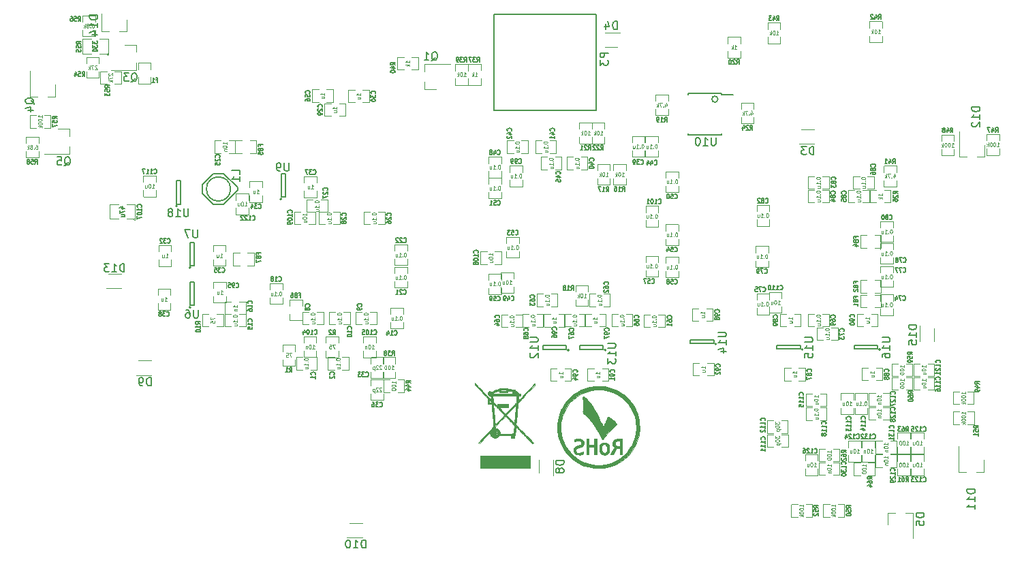
<source format=gbr>
G04 #@! TF.GenerationSoftware,KiCad,Pcbnew,7.0.6+dfsg-1*
G04 #@! TF.CreationDate,2023-08-01T21:26:43+03:00*
G04 #@! TF.ProjectId,ossc_board,6f737363-5f62-46f6-9172-642e6b696361,rev?*
G04 #@! TF.SameCoordinates,Original*
G04 #@! TF.FileFunction,Legend,Bot*
G04 #@! TF.FilePolarity,Positive*
%FSLAX46Y46*%
G04 Gerber Fmt 4.6, Leading zero omitted, Abs format (unit mm)*
G04 Created by KiCad (PCBNEW 7.0.6+dfsg-1) date 2023-08-01 21:26:43*
%MOMM*%
%LPD*%
G01*
G04 APERTURE LIST*
%ADD10C,0.127000*%
%ADD11C,0.114300*%
%ADD12C,0.150000*%
%ADD13C,0.119380*%
%ADD14C,0.099060*%
%ADD15C,0.120000*%
%ADD16C,0.010000*%
G04 APERTURE END LIST*
D10*
X43962019Y-62379333D02*
X43989839Y-62355142D01*
X43989839Y-62355142D02*
X44017658Y-62282571D01*
X44017658Y-62282571D02*
X44017658Y-62234190D01*
X44017658Y-62234190D02*
X43989839Y-62161618D01*
X43989839Y-62161618D02*
X43934200Y-62113237D01*
X43934200Y-62113237D02*
X43878562Y-62089047D01*
X43878562Y-62089047D02*
X43767286Y-62064856D01*
X43767286Y-62064856D02*
X43683829Y-62064856D01*
X43683829Y-62064856D02*
X43572553Y-62089047D01*
X43572553Y-62089047D02*
X43516915Y-62113237D01*
X43516915Y-62113237D02*
X43461277Y-62161618D01*
X43461277Y-62161618D02*
X43433458Y-62234190D01*
X43433458Y-62234190D02*
X43433458Y-62282571D01*
X43433458Y-62282571D02*
X43461277Y-62355142D01*
X43461277Y-62355142D02*
X43489096Y-62379333D01*
X44017658Y-62863142D02*
X44017658Y-62572856D01*
X44017658Y-62717999D02*
X43433458Y-62717999D01*
X43433458Y-62717999D02*
X43516915Y-62669618D01*
X43516915Y-62669618D02*
X43572553Y-62621237D01*
X43572553Y-62621237D02*
X43600372Y-62572856D01*
D11*
X42594066Y-60442028D02*
X42594066Y-60485571D01*
X42594066Y-60485571D02*
X42618256Y-60529114D01*
X42618256Y-60529114D02*
X42642447Y-60550886D01*
X42642447Y-60550886D02*
X42690828Y-60572657D01*
X42690828Y-60572657D02*
X42787590Y-60594428D01*
X42787590Y-60594428D02*
X42908542Y-60594428D01*
X42908542Y-60594428D02*
X43005304Y-60572657D01*
X43005304Y-60572657D02*
X43053685Y-60550886D01*
X43053685Y-60550886D02*
X43077876Y-60529114D01*
X43077876Y-60529114D02*
X43102066Y-60485571D01*
X43102066Y-60485571D02*
X43102066Y-60442028D01*
X43102066Y-60442028D02*
X43077876Y-60398486D01*
X43077876Y-60398486D02*
X43053685Y-60376714D01*
X43053685Y-60376714D02*
X43005304Y-60354943D01*
X43005304Y-60354943D02*
X42908542Y-60333171D01*
X42908542Y-60333171D02*
X42787590Y-60333171D01*
X42787590Y-60333171D02*
X42690828Y-60354943D01*
X42690828Y-60354943D02*
X42642447Y-60376714D01*
X42642447Y-60376714D02*
X42618256Y-60398486D01*
X42618256Y-60398486D02*
X42594066Y-60442028D01*
X43053685Y-60790372D02*
X43077876Y-60812143D01*
X43077876Y-60812143D02*
X43102066Y-60790372D01*
X43102066Y-60790372D02*
X43077876Y-60768600D01*
X43077876Y-60768600D02*
X43053685Y-60790372D01*
X43053685Y-60790372D02*
X43102066Y-60790372D01*
X43102066Y-61247571D02*
X43102066Y-60986314D01*
X43102066Y-61116943D02*
X42594066Y-61116943D01*
X42594066Y-61116943D02*
X42666637Y-61073400D01*
X42666637Y-61073400D02*
X42715018Y-61029857D01*
X42715018Y-61029857D02*
X42739209Y-60986314D01*
X42763399Y-61639458D02*
X43102066Y-61639458D01*
X42763399Y-61443515D02*
X43029495Y-61443515D01*
X43029495Y-61443515D02*
X43077876Y-61465286D01*
X43077876Y-61465286D02*
X43102066Y-61508829D01*
X43102066Y-61508829D02*
X43102066Y-61574143D01*
X43102066Y-61574143D02*
X43077876Y-61617686D01*
X43077876Y-61617686D02*
X43053685Y-61639458D01*
D10*
X46284019Y-62353333D02*
X46311839Y-62329142D01*
X46311839Y-62329142D02*
X46339658Y-62256571D01*
X46339658Y-62256571D02*
X46339658Y-62208190D01*
X46339658Y-62208190D02*
X46311839Y-62135618D01*
X46311839Y-62135618D02*
X46256200Y-62087237D01*
X46256200Y-62087237D02*
X46200562Y-62063047D01*
X46200562Y-62063047D02*
X46089286Y-62038856D01*
X46089286Y-62038856D02*
X46005829Y-62038856D01*
X46005829Y-62038856D02*
X45894553Y-62063047D01*
X45894553Y-62063047D02*
X45838915Y-62087237D01*
X45838915Y-62087237D02*
X45783277Y-62135618D01*
X45783277Y-62135618D02*
X45755458Y-62208190D01*
X45755458Y-62208190D02*
X45755458Y-62256571D01*
X45755458Y-62256571D02*
X45783277Y-62329142D01*
X45783277Y-62329142D02*
X45811096Y-62353333D01*
X45811096Y-62546856D02*
X45783277Y-62571047D01*
X45783277Y-62571047D02*
X45755458Y-62619428D01*
X45755458Y-62619428D02*
X45755458Y-62740380D01*
X45755458Y-62740380D02*
X45783277Y-62788761D01*
X45783277Y-62788761D02*
X45811096Y-62812952D01*
X45811096Y-62812952D02*
X45866734Y-62837142D01*
X45866734Y-62837142D02*
X45922372Y-62837142D01*
X45922372Y-62837142D02*
X46005829Y-62812952D01*
X46005829Y-62812952D02*
X46339658Y-62522666D01*
X46339658Y-62522666D02*
X46339658Y-62837142D01*
D11*
X46556466Y-60442028D02*
X46556466Y-60485571D01*
X46556466Y-60485571D02*
X46580656Y-60529114D01*
X46580656Y-60529114D02*
X46604847Y-60550886D01*
X46604847Y-60550886D02*
X46653228Y-60572657D01*
X46653228Y-60572657D02*
X46749990Y-60594428D01*
X46749990Y-60594428D02*
X46870942Y-60594428D01*
X46870942Y-60594428D02*
X46967704Y-60572657D01*
X46967704Y-60572657D02*
X47016085Y-60550886D01*
X47016085Y-60550886D02*
X47040276Y-60529114D01*
X47040276Y-60529114D02*
X47064466Y-60485571D01*
X47064466Y-60485571D02*
X47064466Y-60442028D01*
X47064466Y-60442028D02*
X47040276Y-60398486D01*
X47040276Y-60398486D02*
X47016085Y-60376714D01*
X47016085Y-60376714D02*
X46967704Y-60354943D01*
X46967704Y-60354943D02*
X46870942Y-60333171D01*
X46870942Y-60333171D02*
X46749990Y-60333171D01*
X46749990Y-60333171D02*
X46653228Y-60354943D01*
X46653228Y-60354943D02*
X46604847Y-60376714D01*
X46604847Y-60376714D02*
X46580656Y-60398486D01*
X46580656Y-60398486D02*
X46556466Y-60442028D01*
X47016085Y-60790372D02*
X47040276Y-60812143D01*
X47040276Y-60812143D02*
X47064466Y-60790372D01*
X47064466Y-60790372D02*
X47040276Y-60768600D01*
X47040276Y-60768600D02*
X47016085Y-60790372D01*
X47016085Y-60790372D02*
X47064466Y-60790372D01*
X47064466Y-61247571D02*
X47064466Y-60986314D01*
X47064466Y-61116943D02*
X46556466Y-61116943D01*
X46556466Y-61116943D02*
X46629037Y-61073400D01*
X46629037Y-61073400D02*
X46677418Y-61029857D01*
X46677418Y-61029857D02*
X46701609Y-60986314D01*
X46725799Y-61639458D02*
X47064466Y-61639458D01*
X46725799Y-61443515D02*
X46991895Y-61443515D01*
X46991895Y-61443515D02*
X47040276Y-61465286D01*
X47040276Y-61465286D02*
X47064466Y-61508829D01*
X47064466Y-61508829D02*
X47064466Y-61574143D01*
X47064466Y-61574143D02*
X47040276Y-61617686D01*
X47040276Y-61617686D02*
X47016085Y-61639458D01*
D10*
X43231019Y-53895333D02*
X43258839Y-53871142D01*
X43258839Y-53871142D02*
X43286658Y-53798571D01*
X43286658Y-53798571D02*
X43286658Y-53750190D01*
X43286658Y-53750190D02*
X43258839Y-53677618D01*
X43258839Y-53677618D02*
X43203200Y-53629237D01*
X43203200Y-53629237D02*
X43147562Y-53605047D01*
X43147562Y-53605047D02*
X43036286Y-53580856D01*
X43036286Y-53580856D02*
X42952829Y-53580856D01*
X42952829Y-53580856D02*
X42841553Y-53605047D01*
X42841553Y-53605047D02*
X42785915Y-53629237D01*
X42785915Y-53629237D02*
X42730277Y-53677618D01*
X42730277Y-53677618D02*
X42702458Y-53750190D01*
X42702458Y-53750190D02*
X42702458Y-53798571D01*
X42702458Y-53798571D02*
X42730277Y-53871142D01*
X42730277Y-53871142D02*
X42758096Y-53895333D01*
X42952829Y-54185618D02*
X42925010Y-54137237D01*
X42925010Y-54137237D02*
X42897191Y-54113047D01*
X42897191Y-54113047D02*
X42841553Y-54088856D01*
X42841553Y-54088856D02*
X42813734Y-54088856D01*
X42813734Y-54088856D02*
X42758096Y-54113047D01*
X42758096Y-54113047D02*
X42730277Y-54137237D01*
X42730277Y-54137237D02*
X42702458Y-54185618D01*
X42702458Y-54185618D02*
X42702458Y-54282380D01*
X42702458Y-54282380D02*
X42730277Y-54330761D01*
X42730277Y-54330761D02*
X42758096Y-54354952D01*
X42758096Y-54354952D02*
X42813734Y-54379142D01*
X42813734Y-54379142D02*
X42841553Y-54379142D01*
X42841553Y-54379142D02*
X42897191Y-54354952D01*
X42897191Y-54354952D02*
X42925010Y-54330761D01*
X42925010Y-54330761D02*
X42952829Y-54282380D01*
X42952829Y-54282380D02*
X42952829Y-54185618D01*
X42952829Y-54185618D02*
X42980648Y-54137237D01*
X42980648Y-54137237D02*
X43008467Y-54113047D01*
X43008467Y-54113047D02*
X43064105Y-54088856D01*
X43064105Y-54088856D02*
X43175381Y-54088856D01*
X43175381Y-54088856D02*
X43231019Y-54113047D01*
X43231019Y-54113047D02*
X43258839Y-54137237D01*
X43258839Y-54137237D02*
X43286658Y-54185618D01*
X43286658Y-54185618D02*
X43286658Y-54282380D01*
X43286658Y-54282380D02*
X43258839Y-54330761D01*
X43258839Y-54330761D02*
X43231019Y-54354952D01*
X43231019Y-54354952D02*
X43175381Y-54379142D01*
X43175381Y-54379142D02*
X43064105Y-54379142D01*
X43064105Y-54379142D02*
X43008467Y-54354952D01*
X43008467Y-54354952D02*
X42980648Y-54330761D01*
X42980648Y-54330761D02*
X42952829Y-54282380D01*
D11*
X43409066Y-54816828D02*
X43409066Y-54860371D01*
X43409066Y-54860371D02*
X43433256Y-54903914D01*
X43433256Y-54903914D02*
X43457447Y-54925686D01*
X43457447Y-54925686D02*
X43505828Y-54947457D01*
X43505828Y-54947457D02*
X43602590Y-54969228D01*
X43602590Y-54969228D02*
X43723542Y-54969228D01*
X43723542Y-54969228D02*
X43820304Y-54947457D01*
X43820304Y-54947457D02*
X43868685Y-54925686D01*
X43868685Y-54925686D02*
X43892876Y-54903914D01*
X43892876Y-54903914D02*
X43917066Y-54860371D01*
X43917066Y-54860371D02*
X43917066Y-54816828D01*
X43917066Y-54816828D02*
X43892876Y-54773286D01*
X43892876Y-54773286D02*
X43868685Y-54751514D01*
X43868685Y-54751514D02*
X43820304Y-54729743D01*
X43820304Y-54729743D02*
X43723542Y-54707971D01*
X43723542Y-54707971D02*
X43602590Y-54707971D01*
X43602590Y-54707971D02*
X43505828Y-54729743D01*
X43505828Y-54729743D02*
X43457447Y-54751514D01*
X43457447Y-54751514D02*
X43433256Y-54773286D01*
X43433256Y-54773286D02*
X43409066Y-54816828D01*
X43868685Y-55165172D02*
X43892876Y-55186943D01*
X43892876Y-55186943D02*
X43917066Y-55165172D01*
X43917066Y-55165172D02*
X43892876Y-55143400D01*
X43892876Y-55143400D02*
X43868685Y-55165172D01*
X43868685Y-55165172D02*
X43917066Y-55165172D01*
X43917066Y-55622371D02*
X43917066Y-55361114D01*
X43917066Y-55491743D02*
X43409066Y-55491743D01*
X43409066Y-55491743D02*
X43481637Y-55448200D01*
X43481637Y-55448200D02*
X43530018Y-55404657D01*
X43530018Y-55404657D02*
X43554209Y-55361114D01*
X43578399Y-56014258D02*
X43917066Y-56014258D01*
X43578399Y-55818315D02*
X43844495Y-55818315D01*
X43844495Y-55818315D02*
X43892876Y-55840086D01*
X43892876Y-55840086D02*
X43917066Y-55883629D01*
X43917066Y-55883629D02*
X43917066Y-55948943D01*
X43917066Y-55948943D02*
X43892876Y-55992486D01*
X43892876Y-55992486D02*
X43868685Y-56014258D01*
D10*
X49700019Y-53880333D02*
X49727839Y-53856142D01*
X49727839Y-53856142D02*
X49755658Y-53783571D01*
X49755658Y-53783571D02*
X49755658Y-53735190D01*
X49755658Y-53735190D02*
X49727839Y-53662618D01*
X49727839Y-53662618D02*
X49672200Y-53614237D01*
X49672200Y-53614237D02*
X49616562Y-53590047D01*
X49616562Y-53590047D02*
X49505286Y-53565856D01*
X49505286Y-53565856D02*
X49421829Y-53565856D01*
X49421829Y-53565856D02*
X49310553Y-53590047D01*
X49310553Y-53590047D02*
X49254915Y-53614237D01*
X49254915Y-53614237D02*
X49199277Y-53662618D01*
X49199277Y-53662618D02*
X49171458Y-53735190D01*
X49171458Y-53735190D02*
X49171458Y-53783571D01*
X49171458Y-53783571D02*
X49199277Y-53856142D01*
X49199277Y-53856142D02*
X49227096Y-53880333D01*
X49755658Y-54122237D02*
X49755658Y-54218999D01*
X49755658Y-54218999D02*
X49727839Y-54267380D01*
X49727839Y-54267380D02*
X49700019Y-54291571D01*
X49700019Y-54291571D02*
X49616562Y-54339952D01*
X49616562Y-54339952D02*
X49505286Y-54364142D01*
X49505286Y-54364142D02*
X49282734Y-54364142D01*
X49282734Y-54364142D02*
X49227096Y-54339952D01*
X49227096Y-54339952D02*
X49199277Y-54315761D01*
X49199277Y-54315761D02*
X49171458Y-54267380D01*
X49171458Y-54267380D02*
X49171458Y-54170618D01*
X49171458Y-54170618D02*
X49199277Y-54122237D01*
X49199277Y-54122237D02*
X49227096Y-54098047D01*
X49227096Y-54098047D02*
X49282734Y-54073856D01*
X49282734Y-54073856D02*
X49421829Y-54073856D01*
X49421829Y-54073856D02*
X49477467Y-54098047D01*
X49477467Y-54098047D02*
X49505286Y-54122237D01*
X49505286Y-54122237D02*
X49533105Y-54170618D01*
X49533105Y-54170618D02*
X49533105Y-54267380D01*
X49533105Y-54267380D02*
X49505286Y-54315761D01*
X49505286Y-54315761D02*
X49477467Y-54339952D01*
X49477467Y-54339952D02*
X49421829Y-54364142D01*
D11*
X50013066Y-54816828D02*
X50013066Y-54860371D01*
X50013066Y-54860371D02*
X50037256Y-54903914D01*
X50037256Y-54903914D02*
X50061447Y-54925686D01*
X50061447Y-54925686D02*
X50109828Y-54947457D01*
X50109828Y-54947457D02*
X50206590Y-54969228D01*
X50206590Y-54969228D02*
X50327542Y-54969228D01*
X50327542Y-54969228D02*
X50424304Y-54947457D01*
X50424304Y-54947457D02*
X50472685Y-54925686D01*
X50472685Y-54925686D02*
X50496876Y-54903914D01*
X50496876Y-54903914D02*
X50521066Y-54860371D01*
X50521066Y-54860371D02*
X50521066Y-54816828D01*
X50521066Y-54816828D02*
X50496876Y-54773286D01*
X50496876Y-54773286D02*
X50472685Y-54751514D01*
X50472685Y-54751514D02*
X50424304Y-54729743D01*
X50424304Y-54729743D02*
X50327542Y-54707971D01*
X50327542Y-54707971D02*
X50206590Y-54707971D01*
X50206590Y-54707971D02*
X50109828Y-54729743D01*
X50109828Y-54729743D02*
X50061447Y-54751514D01*
X50061447Y-54751514D02*
X50037256Y-54773286D01*
X50037256Y-54773286D02*
X50013066Y-54816828D01*
X50472685Y-55165172D02*
X50496876Y-55186943D01*
X50496876Y-55186943D02*
X50521066Y-55165172D01*
X50521066Y-55165172D02*
X50496876Y-55143400D01*
X50496876Y-55143400D02*
X50472685Y-55165172D01*
X50472685Y-55165172D02*
X50521066Y-55165172D01*
X50521066Y-55622371D02*
X50521066Y-55361114D01*
X50521066Y-55491743D02*
X50013066Y-55491743D01*
X50013066Y-55491743D02*
X50085637Y-55448200D01*
X50085637Y-55448200D02*
X50134018Y-55404657D01*
X50134018Y-55404657D02*
X50158209Y-55361114D01*
X50182399Y-56014258D02*
X50521066Y-56014258D01*
X50182399Y-55818315D02*
X50448495Y-55818315D01*
X50448495Y-55818315D02*
X50496876Y-55840086D01*
X50496876Y-55840086D02*
X50521066Y-55883629D01*
X50521066Y-55883629D02*
X50521066Y-55948943D01*
X50521066Y-55948943D02*
X50496876Y-55992486D01*
X50496876Y-55992486D02*
X50472685Y-56014258D01*
D10*
X48463019Y-56691428D02*
X48490839Y-56667237D01*
X48490839Y-56667237D02*
X48518658Y-56594666D01*
X48518658Y-56594666D02*
X48518658Y-56546285D01*
X48518658Y-56546285D02*
X48490839Y-56473713D01*
X48490839Y-56473713D02*
X48435200Y-56425332D01*
X48435200Y-56425332D02*
X48379562Y-56401142D01*
X48379562Y-56401142D02*
X48268286Y-56376951D01*
X48268286Y-56376951D02*
X48184829Y-56376951D01*
X48184829Y-56376951D02*
X48073553Y-56401142D01*
X48073553Y-56401142D02*
X48017915Y-56425332D01*
X48017915Y-56425332D02*
X47962277Y-56473713D01*
X47962277Y-56473713D02*
X47934458Y-56546285D01*
X47934458Y-56546285D02*
X47934458Y-56594666D01*
X47934458Y-56594666D02*
X47962277Y-56667237D01*
X47962277Y-56667237D02*
X47990096Y-56691428D01*
X48518658Y-57175237D02*
X48518658Y-56884951D01*
X48518658Y-57030094D02*
X47934458Y-57030094D01*
X47934458Y-57030094D02*
X48017915Y-56981713D01*
X48017915Y-56981713D02*
X48073553Y-56933332D01*
X48073553Y-56933332D02*
X48101372Y-56884951D01*
X47934458Y-57489714D02*
X47934458Y-57538095D01*
X47934458Y-57538095D02*
X47962277Y-57586476D01*
X47962277Y-57586476D02*
X47990096Y-57610666D01*
X47990096Y-57610666D02*
X48045734Y-57634857D01*
X48045734Y-57634857D02*
X48157010Y-57659047D01*
X48157010Y-57659047D02*
X48296105Y-57659047D01*
X48296105Y-57659047D02*
X48407381Y-57634857D01*
X48407381Y-57634857D02*
X48463019Y-57610666D01*
X48463019Y-57610666D02*
X48490839Y-57586476D01*
X48490839Y-57586476D02*
X48518658Y-57538095D01*
X48518658Y-57538095D02*
X48518658Y-57489714D01*
X48518658Y-57489714D02*
X48490839Y-57441333D01*
X48490839Y-57441333D02*
X48463019Y-57417142D01*
X48463019Y-57417142D02*
X48407381Y-57392952D01*
X48407381Y-57392952D02*
X48296105Y-57368761D01*
X48296105Y-57368761D02*
X48157010Y-57368761D01*
X48157010Y-57368761D02*
X48045734Y-57392952D01*
X48045734Y-57392952D02*
X47990096Y-57417142D01*
X47990096Y-57417142D02*
X47962277Y-57441333D01*
X47962277Y-57441333D02*
X47934458Y-57489714D01*
D11*
X46711066Y-54816828D02*
X46711066Y-54860371D01*
X46711066Y-54860371D02*
X46735256Y-54903914D01*
X46735256Y-54903914D02*
X46759447Y-54925686D01*
X46759447Y-54925686D02*
X46807828Y-54947457D01*
X46807828Y-54947457D02*
X46904590Y-54969228D01*
X46904590Y-54969228D02*
X47025542Y-54969228D01*
X47025542Y-54969228D02*
X47122304Y-54947457D01*
X47122304Y-54947457D02*
X47170685Y-54925686D01*
X47170685Y-54925686D02*
X47194876Y-54903914D01*
X47194876Y-54903914D02*
X47219066Y-54860371D01*
X47219066Y-54860371D02*
X47219066Y-54816828D01*
X47219066Y-54816828D02*
X47194876Y-54773286D01*
X47194876Y-54773286D02*
X47170685Y-54751514D01*
X47170685Y-54751514D02*
X47122304Y-54729743D01*
X47122304Y-54729743D02*
X47025542Y-54707971D01*
X47025542Y-54707971D02*
X46904590Y-54707971D01*
X46904590Y-54707971D02*
X46807828Y-54729743D01*
X46807828Y-54729743D02*
X46759447Y-54751514D01*
X46759447Y-54751514D02*
X46735256Y-54773286D01*
X46735256Y-54773286D02*
X46711066Y-54816828D01*
X47170685Y-55165172D02*
X47194876Y-55186943D01*
X47194876Y-55186943D02*
X47219066Y-55165172D01*
X47219066Y-55165172D02*
X47194876Y-55143400D01*
X47194876Y-55143400D02*
X47170685Y-55165172D01*
X47170685Y-55165172D02*
X47219066Y-55165172D01*
X47219066Y-55622371D02*
X47219066Y-55361114D01*
X47219066Y-55491743D02*
X46711066Y-55491743D01*
X46711066Y-55491743D02*
X46783637Y-55448200D01*
X46783637Y-55448200D02*
X46832018Y-55404657D01*
X46832018Y-55404657D02*
X46856209Y-55361114D01*
X46880399Y-56014258D02*
X47219066Y-56014258D01*
X46880399Y-55818315D02*
X47146495Y-55818315D01*
X47146495Y-55818315D02*
X47194876Y-55840086D01*
X47194876Y-55840086D02*
X47219066Y-55883629D01*
X47219066Y-55883629D02*
X47219066Y-55948943D01*
X47219066Y-55948943D02*
X47194876Y-55992486D01*
X47194876Y-55992486D02*
X47170685Y-56014258D01*
D10*
X53813571Y-57399019D02*
X53837762Y-57426839D01*
X53837762Y-57426839D02*
X53910333Y-57454658D01*
X53910333Y-57454658D02*
X53958714Y-57454658D01*
X53958714Y-57454658D02*
X54031286Y-57426839D01*
X54031286Y-57426839D02*
X54079667Y-57371200D01*
X54079667Y-57371200D02*
X54103857Y-57315562D01*
X54103857Y-57315562D02*
X54128048Y-57204286D01*
X54128048Y-57204286D02*
X54128048Y-57120829D01*
X54128048Y-57120829D02*
X54103857Y-57009553D01*
X54103857Y-57009553D02*
X54079667Y-56953915D01*
X54079667Y-56953915D02*
X54031286Y-56898277D01*
X54031286Y-56898277D02*
X53958714Y-56870458D01*
X53958714Y-56870458D02*
X53910333Y-56870458D01*
X53910333Y-56870458D02*
X53837762Y-56898277D01*
X53837762Y-56898277D02*
X53813571Y-56926096D01*
X53329762Y-57454658D02*
X53620048Y-57454658D01*
X53474905Y-57454658D02*
X53474905Y-56870458D01*
X53474905Y-56870458D02*
X53523286Y-56953915D01*
X53523286Y-56953915D02*
X53571667Y-57009553D01*
X53571667Y-57009553D02*
X53620048Y-57037372D01*
X52894333Y-57065191D02*
X52894333Y-57454658D01*
X53015285Y-56842639D02*
X53136238Y-57259924D01*
X53136238Y-57259924D02*
X52821761Y-57259924D01*
D11*
X54657171Y-55093066D02*
X54613628Y-55093066D01*
X54613628Y-55093066D02*
X54570085Y-55117256D01*
X54570085Y-55117256D02*
X54548314Y-55141447D01*
X54548314Y-55141447D02*
X54526542Y-55189828D01*
X54526542Y-55189828D02*
X54504771Y-55286590D01*
X54504771Y-55286590D02*
X54504771Y-55407542D01*
X54504771Y-55407542D02*
X54526542Y-55504304D01*
X54526542Y-55504304D02*
X54548314Y-55552685D01*
X54548314Y-55552685D02*
X54570085Y-55576876D01*
X54570085Y-55576876D02*
X54613628Y-55601066D01*
X54613628Y-55601066D02*
X54657171Y-55601066D01*
X54657171Y-55601066D02*
X54700714Y-55576876D01*
X54700714Y-55576876D02*
X54722485Y-55552685D01*
X54722485Y-55552685D02*
X54744256Y-55504304D01*
X54744256Y-55504304D02*
X54766028Y-55407542D01*
X54766028Y-55407542D02*
X54766028Y-55286590D01*
X54766028Y-55286590D02*
X54744256Y-55189828D01*
X54744256Y-55189828D02*
X54722485Y-55141447D01*
X54722485Y-55141447D02*
X54700714Y-55117256D01*
X54700714Y-55117256D02*
X54657171Y-55093066D01*
X54308827Y-55552685D02*
X54287056Y-55576876D01*
X54287056Y-55576876D02*
X54308827Y-55601066D01*
X54308827Y-55601066D02*
X54330599Y-55576876D01*
X54330599Y-55576876D02*
X54308827Y-55552685D01*
X54308827Y-55552685D02*
X54308827Y-55601066D01*
X53851628Y-55601066D02*
X54112885Y-55601066D01*
X53982256Y-55601066D02*
X53982256Y-55093066D01*
X53982256Y-55093066D02*
X54025799Y-55165637D01*
X54025799Y-55165637D02*
X54069342Y-55214018D01*
X54069342Y-55214018D02*
X54112885Y-55238209D01*
X53459742Y-55262399D02*
X53459742Y-55601066D01*
X53655684Y-55262399D02*
X53655684Y-55528495D01*
X53655684Y-55528495D02*
X53633913Y-55576876D01*
X53633913Y-55576876D02*
X53590370Y-55601066D01*
X53590370Y-55601066D02*
X53525056Y-55601066D01*
X53525056Y-55601066D02*
X53481513Y-55576876D01*
X53481513Y-55576876D02*
X53459742Y-55552685D01*
D10*
X36098019Y-55768428D02*
X36125839Y-55744237D01*
X36125839Y-55744237D02*
X36153658Y-55671666D01*
X36153658Y-55671666D02*
X36153658Y-55623285D01*
X36153658Y-55623285D02*
X36125839Y-55550713D01*
X36125839Y-55550713D02*
X36070200Y-55502332D01*
X36070200Y-55502332D02*
X36014562Y-55478142D01*
X36014562Y-55478142D02*
X35903286Y-55453951D01*
X35903286Y-55453951D02*
X35819829Y-55453951D01*
X35819829Y-55453951D02*
X35708553Y-55478142D01*
X35708553Y-55478142D02*
X35652915Y-55502332D01*
X35652915Y-55502332D02*
X35597277Y-55550713D01*
X35597277Y-55550713D02*
X35569458Y-55623285D01*
X35569458Y-55623285D02*
X35569458Y-55671666D01*
X35569458Y-55671666D02*
X35597277Y-55744237D01*
X35597277Y-55744237D02*
X35625096Y-55768428D01*
X36153658Y-56252237D02*
X36153658Y-55961951D01*
X36153658Y-56107094D02*
X35569458Y-56107094D01*
X35569458Y-56107094D02*
X35652915Y-56058713D01*
X35652915Y-56058713D02*
X35708553Y-56010332D01*
X35708553Y-56010332D02*
X35736372Y-55961951D01*
X35569458Y-56711857D02*
X35569458Y-56469952D01*
X35569458Y-56469952D02*
X35847648Y-56445761D01*
X35847648Y-56445761D02*
X35819829Y-56469952D01*
X35819829Y-56469952D02*
X35792010Y-56518333D01*
X35792010Y-56518333D02*
X35792010Y-56639285D01*
X35792010Y-56639285D02*
X35819829Y-56687666D01*
X35819829Y-56687666D02*
X35847648Y-56711857D01*
X35847648Y-56711857D02*
X35903286Y-56736047D01*
X35903286Y-56736047D02*
X36042381Y-56736047D01*
X36042381Y-56736047D02*
X36098019Y-56711857D01*
X36098019Y-56711857D02*
X36125839Y-56687666D01*
X36125839Y-56687666D02*
X36153658Y-56639285D01*
X36153658Y-56639285D02*
X36153658Y-56518333D01*
X36153658Y-56518333D02*
X36125839Y-56469952D01*
X36125839Y-56469952D02*
X36098019Y-56445761D01*
D11*
X33757066Y-55070828D02*
X33757066Y-55114371D01*
X33757066Y-55114371D02*
X33781256Y-55157914D01*
X33781256Y-55157914D02*
X33805447Y-55179686D01*
X33805447Y-55179686D02*
X33853828Y-55201457D01*
X33853828Y-55201457D02*
X33950590Y-55223228D01*
X33950590Y-55223228D02*
X34071542Y-55223228D01*
X34071542Y-55223228D02*
X34168304Y-55201457D01*
X34168304Y-55201457D02*
X34216685Y-55179686D01*
X34216685Y-55179686D02*
X34240876Y-55157914D01*
X34240876Y-55157914D02*
X34265066Y-55114371D01*
X34265066Y-55114371D02*
X34265066Y-55070828D01*
X34265066Y-55070828D02*
X34240876Y-55027286D01*
X34240876Y-55027286D02*
X34216685Y-55005514D01*
X34216685Y-55005514D02*
X34168304Y-54983743D01*
X34168304Y-54983743D02*
X34071542Y-54961971D01*
X34071542Y-54961971D02*
X33950590Y-54961971D01*
X33950590Y-54961971D02*
X33853828Y-54983743D01*
X33853828Y-54983743D02*
X33805447Y-55005514D01*
X33805447Y-55005514D02*
X33781256Y-55027286D01*
X33781256Y-55027286D02*
X33757066Y-55070828D01*
X34216685Y-55419172D02*
X34240876Y-55440943D01*
X34240876Y-55440943D02*
X34265066Y-55419172D01*
X34265066Y-55419172D02*
X34240876Y-55397400D01*
X34240876Y-55397400D02*
X34216685Y-55419172D01*
X34216685Y-55419172D02*
X34265066Y-55419172D01*
X34265066Y-55876371D02*
X34265066Y-55615114D01*
X34265066Y-55745743D02*
X33757066Y-55745743D01*
X33757066Y-55745743D02*
X33829637Y-55702200D01*
X33829637Y-55702200D02*
X33878018Y-55658657D01*
X33878018Y-55658657D02*
X33902209Y-55615114D01*
X33926399Y-56268258D02*
X34265066Y-56268258D01*
X33926399Y-56072315D02*
X34192495Y-56072315D01*
X34192495Y-56072315D02*
X34240876Y-56094086D01*
X34240876Y-56094086D02*
X34265066Y-56137629D01*
X34265066Y-56137629D02*
X34265066Y-56202943D01*
X34265066Y-56202943D02*
X34240876Y-56246486D01*
X34240876Y-56246486D02*
X34216685Y-56268258D01*
D10*
X36093019Y-53531428D02*
X36120839Y-53507237D01*
X36120839Y-53507237D02*
X36148658Y-53434666D01*
X36148658Y-53434666D02*
X36148658Y-53386285D01*
X36148658Y-53386285D02*
X36120839Y-53313713D01*
X36120839Y-53313713D02*
X36065200Y-53265332D01*
X36065200Y-53265332D02*
X36009562Y-53241142D01*
X36009562Y-53241142D02*
X35898286Y-53216951D01*
X35898286Y-53216951D02*
X35814829Y-53216951D01*
X35814829Y-53216951D02*
X35703553Y-53241142D01*
X35703553Y-53241142D02*
X35647915Y-53265332D01*
X35647915Y-53265332D02*
X35592277Y-53313713D01*
X35592277Y-53313713D02*
X35564458Y-53386285D01*
X35564458Y-53386285D02*
X35564458Y-53434666D01*
X35564458Y-53434666D02*
X35592277Y-53507237D01*
X35592277Y-53507237D02*
X35620096Y-53531428D01*
X36148658Y-54015237D02*
X36148658Y-53724951D01*
X36148658Y-53870094D02*
X35564458Y-53870094D01*
X35564458Y-53870094D02*
X35647915Y-53821713D01*
X35647915Y-53821713D02*
X35703553Y-53773332D01*
X35703553Y-53773332D02*
X35731372Y-53724951D01*
X35564458Y-54450666D02*
X35564458Y-54353904D01*
X35564458Y-54353904D02*
X35592277Y-54305523D01*
X35592277Y-54305523D02*
X35620096Y-54281333D01*
X35620096Y-54281333D02*
X35703553Y-54232952D01*
X35703553Y-54232952D02*
X35814829Y-54208761D01*
X35814829Y-54208761D02*
X36037381Y-54208761D01*
X36037381Y-54208761D02*
X36093019Y-54232952D01*
X36093019Y-54232952D02*
X36120839Y-54257142D01*
X36120839Y-54257142D02*
X36148658Y-54305523D01*
X36148658Y-54305523D02*
X36148658Y-54402285D01*
X36148658Y-54402285D02*
X36120839Y-54450666D01*
X36120839Y-54450666D02*
X36093019Y-54474857D01*
X36093019Y-54474857D02*
X36037381Y-54499047D01*
X36037381Y-54499047D02*
X35898286Y-54499047D01*
X35898286Y-54499047D02*
X35842648Y-54474857D01*
X35842648Y-54474857D02*
X35814829Y-54450666D01*
X35814829Y-54450666D02*
X35787010Y-54402285D01*
X35787010Y-54402285D02*
X35787010Y-54305523D01*
X35787010Y-54305523D02*
X35814829Y-54257142D01*
X35814829Y-54257142D02*
X35842648Y-54232952D01*
X35842648Y-54232952D02*
X35898286Y-54208761D01*
D11*
X34265066Y-54025799D02*
X34265066Y-53764542D01*
X34265066Y-53895171D02*
X33757066Y-53895171D01*
X33757066Y-53895171D02*
X33829637Y-53851628D01*
X33829637Y-53851628D02*
X33878018Y-53808085D01*
X33878018Y-53808085D02*
X33902209Y-53764542D01*
X33926399Y-54221743D02*
X34265066Y-54221743D01*
X33974780Y-54221743D02*
X33950590Y-54243514D01*
X33950590Y-54243514D02*
X33926399Y-54287057D01*
X33926399Y-54287057D02*
X33926399Y-54352371D01*
X33926399Y-54352371D02*
X33950590Y-54395914D01*
X33950590Y-54395914D02*
X33998971Y-54417686D01*
X33998971Y-54417686D02*
X34265066Y-54417686D01*
D10*
X39442571Y-50703219D02*
X39466762Y-50731039D01*
X39466762Y-50731039D02*
X39539333Y-50758858D01*
X39539333Y-50758858D02*
X39587714Y-50758858D01*
X39587714Y-50758858D02*
X39660286Y-50731039D01*
X39660286Y-50731039D02*
X39708667Y-50675400D01*
X39708667Y-50675400D02*
X39732857Y-50619762D01*
X39732857Y-50619762D02*
X39757048Y-50508486D01*
X39757048Y-50508486D02*
X39757048Y-50425029D01*
X39757048Y-50425029D02*
X39732857Y-50313753D01*
X39732857Y-50313753D02*
X39708667Y-50258115D01*
X39708667Y-50258115D02*
X39660286Y-50202477D01*
X39660286Y-50202477D02*
X39587714Y-50174658D01*
X39587714Y-50174658D02*
X39539333Y-50174658D01*
X39539333Y-50174658D02*
X39466762Y-50202477D01*
X39466762Y-50202477D02*
X39442571Y-50230296D01*
X38958762Y-50758858D02*
X39249048Y-50758858D01*
X39103905Y-50758858D02*
X39103905Y-50174658D01*
X39103905Y-50174658D02*
X39152286Y-50258115D01*
X39152286Y-50258115D02*
X39200667Y-50313753D01*
X39200667Y-50313753D02*
X39249048Y-50341572D01*
X38668476Y-50425029D02*
X38716857Y-50397210D01*
X38716857Y-50397210D02*
X38741047Y-50369391D01*
X38741047Y-50369391D02*
X38765238Y-50313753D01*
X38765238Y-50313753D02*
X38765238Y-50285934D01*
X38765238Y-50285934D02*
X38741047Y-50230296D01*
X38741047Y-50230296D02*
X38716857Y-50202477D01*
X38716857Y-50202477D02*
X38668476Y-50174658D01*
X38668476Y-50174658D02*
X38571714Y-50174658D01*
X38571714Y-50174658D02*
X38523333Y-50202477D01*
X38523333Y-50202477D02*
X38499142Y-50230296D01*
X38499142Y-50230296D02*
X38474952Y-50285934D01*
X38474952Y-50285934D02*
X38474952Y-50313753D01*
X38474952Y-50313753D02*
X38499142Y-50369391D01*
X38499142Y-50369391D02*
X38523333Y-50397210D01*
X38523333Y-50397210D02*
X38571714Y-50425029D01*
X38571714Y-50425029D02*
X38668476Y-50425029D01*
X38668476Y-50425029D02*
X38716857Y-50452848D01*
X38716857Y-50452848D02*
X38741047Y-50480667D01*
X38741047Y-50480667D02*
X38765238Y-50536305D01*
X38765238Y-50536305D02*
X38765238Y-50647581D01*
X38765238Y-50647581D02*
X38741047Y-50703219D01*
X38741047Y-50703219D02*
X38716857Y-50731039D01*
X38716857Y-50731039D02*
X38668476Y-50758858D01*
X38668476Y-50758858D02*
X38571714Y-50758858D01*
X38571714Y-50758858D02*
X38523333Y-50731039D01*
X38523333Y-50731039D02*
X38499142Y-50703219D01*
X38499142Y-50703219D02*
X38474952Y-50647581D01*
X38474952Y-50647581D02*
X38474952Y-50536305D01*
X38474952Y-50536305D02*
X38499142Y-50480667D01*
X38499142Y-50480667D02*
X38523333Y-50452848D01*
X38523333Y-50452848D02*
X38571714Y-50425029D01*
D11*
X39671171Y-52045066D02*
X39627628Y-52045066D01*
X39627628Y-52045066D02*
X39584085Y-52069256D01*
X39584085Y-52069256D02*
X39562314Y-52093447D01*
X39562314Y-52093447D02*
X39540542Y-52141828D01*
X39540542Y-52141828D02*
X39518771Y-52238590D01*
X39518771Y-52238590D02*
X39518771Y-52359542D01*
X39518771Y-52359542D02*
X39540542Y-52456304D01*
X39540542Y-52456304D02*
X39562314Y-52504685D01*
X39562314Y-52504685D02*
X39584085Y-52528876D01*
X39584085Y-52528876D02*
X39627628Y-52553066D01*
X39627628Y-52553066D02*
X39671171Y-52553066D01*
X39671171Y-52553066D02*
X39714714Y-52528876D01*
X39714714Y-52528876D02*
X39736485Y-52504685D01*
X39736485Y-52504685D02*
X39758256Y-52456304D01*
X39758256Y-52456304D02*
X39780028Y-52359542D01*
X39780028Y-52359542D02*
X39780028Y-52238590D01*
X39780028Y-52238590D02*
X39758256Y-52141828D01*
X39758256Y-52141828D02*
X39736485Y-52093447D01*
X39736485Y-52093447D02*
X39714714Y-52069256D01*
X39714714Y-52069256D02*
X39671171Y-52045066D01*
X39322827Y-52504685D02*
X39301056Y-52528876D01*
X39301056Y-52528876D02*
X39322827Y-52553066D01*
X39322827Y-52553066D02*
X39344599Y-52528876D01*
X39344599Y-52528876D02*
X39322827Y-52504685D01*
X39322827Y-52504685D02*
X39322827Y-52553066D01*
X38865628Y-52553066D02*
X39126885Y-52553066D01*
X38996256Y-52553066D02*
X38996256Y-52045066D01*
X38996256Y-52045066D02*
X39039799Y-52117637D01*
X39039799Y-52117637D02*
X39083342Y-52166018D01*
X39083342Y-52166018D02*
X39126885Y-52190209D01*
X38473742Y-52214399D02*
X38473742Y-52553066D01*
X38669684Y-52214399D02*
X38669684Y-52480495D01*
X38669684Y-52480495D02*
X38647913Y-52528876D01*
X38647913Y-52528876D02*
X38604370Y-52553066D01*
X38604370Y-52553066D02*
X38539056Y-52553066D01*
X38539056Y-52553066D02*
X38495513Y-52528876D01*
X38495513Y-52528876D02*
X38473742Y-52504685D01*
D10*
X54936571Y-52328819D02*
X54960762Y-52356639D01*
X54960762Y-52356639D02*
X55033333Y-52384458D01*
X55033333Y-52384458D02*
X55081714Y-52384458D01*
X55081714Y-52384458D02*
X55154286Y-52356639D01*
X55154286Y-52356639D02*
X55202667Y-52301000D01*
X55202667Y-52301000D02*
X55226857Y-52245362D01*
X55226857Y-52245362D02*
X55251048Y-52134086D01*
X55251048Y-52134086D02*
X55251048Y-52050629D01*
X55251048Y-52050629D02*
X55226857Y-51939353D01*
X55226857Y-51939353D02*
X55202667Y-51883715D01*
X55202667Y-51883715D02*
X55154286Y-51828077D01*
X55154286Y-51828077D02*
X55081714Y-51800258D01*
X55081714Y-51800258D02*
X55033333Y-51800258D01*
X55033333Y-51800258D02*
X54960762Y-51828077D01*
X54960762Y-51828077D02*
X54936571Y-51855896D01*
X54743048Y-51855896D02*
X54718857Y-51828077D01*
X54718857Y-51828077D02*
X54670476Y-51800258D01*
X54670476Y-51800258D02*
X54549524Y-51800258D01*
X54549524Y-51800258D02*
X54501143Y-51828077D01*
X54501143Y-51828077D02*
X54476952Y-51855896D01*
X54476952Y-51855896D02*
X54452762Y-51911534D01*
X54452762Y-51911534D02*
X54452762Y-51967172D01*
X54452762Y-51967172D02*
X54476952Y-52050629D01*
X54476952Y-52050629D02*
X54767238Y-52384458D01*
X54767238Y-52384458D02*
X54452762Y-52384458D01*
X53968952Y-52384458D02*
X54259238Y-52384458D01*
X54114095Y-52384458D02*
X54114095Y-51800258D01*
X54114095Y-51800258D02*
X54162476Y-51883715D01*
X54162476Y-51883715D02*
X54210857Y-51939353D01*
X54210857Y-51939353D02*
X54259238Y-51967172D01*
D11*
X55165171Y-50013066D02*
X55121628Y-50013066D01*
X55121628Y-50013066D02*
X55078085Y-50037256D01*
X55078085Y-50037256D02*
X55056314Y-50061447D01*
X55056314Y-50061447D02*
X55034542Y-50109828D01*
X55034542Y-50109828D02*
X55012771Y-50206590D01*
X55012771Y-50206590D02*
X55012771Y-50327542D01*
X55012771Y-50327542D02*
X55034542Y-50424304D01*
X55034542Y-50424304D02*
X55056314Y-50472685D01*
X55056314Y-50472685D02*
X55078085Y-50496876D01*
X55078085Y-50496876D02*
X55121628Y-50521066D01*
X55121628Y-50521066D02*
X55165171Y-50521066D01*
X55165171Y-50521066D02*
X55208714Y-50496876D01*
X55208714Y-50496876D02*
X55230485Y-50472685D01*
X55230485Y-50472685D02*
X55252256Y-50424304D01*
X55252256Y-50424304D02*
X55274028Y-50327542D01*
X55274028Y-50327542D02*
X55274028Y-50206590D01*
X55274028Y-50206590D02*
X55252256Y-50109828D01*
X55252256Y-50109828D02*
X55230485Y-50061447D01*
X55230485Y-50061447D02*
X55208714Y-50037256D01*
X55208714Y-50037256D02*
X55165171Y-50013066D01*
X54816827Y-50472685D02*
X54795056Y-50496876D01*
X54795056Y-50496876D02*
X54816827Y-50521066D01*
X54816827Y-50521066D02*
X54838599Y-50496876D01*
X54838599Y-50496876D02*
X54816827Y-50472685D01*
X54816827Y-50472685D02*
X54816827Y-50521066D01*
X54359628Y-50521066D02*
X54620885Y-50521066D01*
X54490256Y-50521066D02*
X54490256Y-50013066D01*
X54490256Y-50013066D02*
X54533799Y-50085637D01*
X54533799Y-50085637D02*
X54577342Y-50134018D01*
X54577342Y-50134018D02*
X54620885Y-50158209D01*
X53967742Y-50182399D02*
X53967742Y-50521066D01*
X54163684Y-50182399D02*
X54163684Y-50448495D01*
X54163684Y-50448495D02*
X54141913Y-50496876D01*
X54141913Y-50496876D02*
X54098370Y-50521066D01*
X54098370Y-50521066D02*
X54033056Y-50521066D01*
X54033056Y-50521066D02*
X53989513Y-50496876D01*
X53989513Y-50496876D02*
X53967742Y-50472685D01*
D10*
X54961571Y-45903019D02*
X54985762Y-45930839D01*
X54985762Y-45930839D02*
X55058333Y-45958658D01*
X55058333Y-45958658D02*
X55106714Y-45958658D01*
X55106714Y-45958658D02*
X55179286Y-45930839D01*
X55179286Y-45930839D02*
X55227667Y-45875200D01*
X55227667Y-45875200D02*
X55251857Y-45819562D01*
X55251857Y-45819562D02*
X55276048Y-45708286D01*
X55276048Y-45708286D02*
X55276048Y-45624829D01*
X55276048Y-45624829D02*
X55251857Y-45513553D01*
X55251857Y-45513553D02*
X55227667Y-45457915D01*
X55227667Y-45457915D02*
X55179286Y-45402277D01*
X55179286Y-45402277D02*
X55106714Y-45374458D01*
X55106714Y-45374458D02*
X55058333Y-45374458D01*
X55058333Y-45374458D02*
X54985762Y-45402277D01*
X54985762Y-45402277D02*
X54961571Y-45430096D01*
X54768048Y-45430096D02*
X54743857Y-45402277D01*
X54743857Y-45402277D02*
X54695476Y-45374458D01*
X54695476Y-45374458D02*
X54574524Y-45374458D01*
X54574524Y-45374458D02*
X54526143Y-45402277D01*
X54526143Y-45402277D02*
X54501952Y-45430096D01*
X54501952Y-45430096D02*
X54477762Y-45485734D01*
X54477762Y-45485734D02*
X54477762Y-45541372D01*
X54477762Y-45541372D02*
X54501952Y-45624829D01*
X54501952Y-45624829D02*
X54792238Y-45958658D01*
X54792238Y-45958658D02*
X54477762Y-45958658D01*
X54284238Y-45430096D02*
X54260047Y-45402277D01*
X54260047Y-45402277D02*
X54211666Y-45374458D01*
X54211666Y-45374458D02*
X54090714Y-45374458D01*
X54090714Y-45374458D02*
X54042333Y-45402277D01*
X54042333Y-45402277D02*
X54018142Y-45430096D01*
X54018142Y-45430096D02*
X53993952Y-45485734D01*
X53993952Y-45485734D02*
X53993952Y-45541372D01*
X53993952Y-45541372D02*
X54018142Y-45624829D01*
X54018142Y-45624829D02*
X54308428Y-45958658D01*
X54308428Y-45958658D02*
X53993952Y-45958658D01*
D11*
X55165171Y-47219066D02*
X55121628Y-47219066D01*
X55121628Y-47219066D02*
X55078085Y-47243256D01*
X55078085Y-47243256D02*
X55056314Y-47267447D01*
X55056314Y-47267447D02*
X55034542Y-47315828D01*
X55034542Y-47315828D02*
X55012771Y-47412590D01*
X55012771Y-47412590D02*
X55012771Y-47533542D01*
X55012771Y-47533542D02*
X55034542Y-47630304D01*
X55034542Y-47630304D02*
X55056314Y-47678685D01*
X55056314Y-47678685D02*
X55078085Y-47702876D01*
X55078085Y-47702876D02*
X55121628Y-47727066D01*
X55121628Y-47727066D02*
X55165171Y-47727066D01*
X55165171Y-47727066D02*
X55208714Y-47702876D01*
X55208714Y-47702876D02*
X55230485Y-47678685D01*
X55230485Y-47678685D02*
X55252256Y-47630304D01*
X55252256Y-47630304D02*
X55274028Y-47533542D01*
X55274028Y-47533542D02*
X55274028Y-47412590D01*
X55274028Y-47412590D02*
X55252256Y-47315828D01*
X55252256Y-47315828D02*
X55230485Y-47267447D01*
X55230485Y-47267447D02*
X55208714Y-47243256D01*
X55208714Y-47243256D02*
X55165171Y-47219066D01*
X54816827Y-47678685D02*
X54795056Y-47702876D01*
X54795056Y-47702876D02*
X54816827Y-47727066D01*
X54816827Y-47727066D02*
X54838599Y-47702876D01*
X54838599Y-47702876D02*
X54816827Y-47678685D01*
X54816827Y-47678685D02*
X54816827Y-47727066D01*
X54359628Y-47727066D02*
X54620885Y-47727066D01*
X54490256Y-47727066D02*
X54490256Y-47219066D01*
X54490256Y-47219066D02*
X54533799Y-47291637D01*
X54533799Y-47291637D02*
X54577342Y-47340018D01*
X54577342Y-47340018D02*
X54620885Y-47364209D01*
X53967742Y-47388399D02*
X53967742Y-47727066D01*
X54163684Y-47388399D02*
X54163684Y-47654495D01*
X54163684Y-47654495D02*
X54141913Y-47702876D01*
X54141913Y-47702876D02*
X54098370Y-47727066D01*
X54098370Y-47727066D02*
X54033056Y-47727066D01*
X54033056Y-47727066D02*
X53989513Y-47702876D01*
X53989513Y-47702876D02*
X53967742Y-47678685D01*
D10*
X32049019Y-35350428D02*
X32076839Y-35326237D01*
X32076839Y-35326237D02*
X32104658Y-35253666D01*
X32104658Y-35253666D02*
X32104658Y-35205285D01*
X32104658Y-35205285D02*
X32076839Y-35132713D01*
X32076839Y-35132713D02*
X32021200Y-35084332D01*
X32021200Y-35084332D02*
X31965562Y-35060142D01*
X31965562Y-35060142D02*
X31854286Y-35035951D01*
X31854286Y-35035951D02*
X31770829Y-35035951D01*
X31770829Y-35035951D02*
X31659553Y-35060142D01*
X31659553Y-35060142D02*
X31603915Y-35084332D01*
X31603915Y-35084332D02*
X31548277Y-35132713D01*
X31548277Y-35132713D02*
X31520458Y-35205285D01*
X31520458Y-35205285D02*
X31520458Y-35253666D01*
X31520458Y-35253666D02*
X31548277Y-35326237D01*
X31548277Y-35326237D02*
X31576096Y-35350428D01*
X31576096Y-35543951D02*
X31548277Y-35568142D01*
X31548277Y-35568142D02*
X31520458Y-35616523D01*
X31520458Y-35616523D02*
X31520458Y-35737475D01*
X31520458Y-35737475D02*
X31548277Y-35785856D01*
X31548277Y-35785856D02*
X31576096Y-35810047D01*
X31576096Y-35810047D02*
X31631734Y-35834237D01*
X31631734Y-35834237D02*
X31687372Y-35834237D01*
X31687372Y-35834237D02*
X31770829Y-35810047D01*
X31770829Y-35810047D02*
X32104658Y-35519761D01*
X32104658Y-35519761D02*
X32104658Y-35834237D01*
X31520458Y-36293857D02*
X31520458Y-36051952D01*
X31520458Y-36051952D02*
X31798648Y-36027761D01*
X31798648Y-36027761D02*
X31770829Y-36051952D01*
X31770829Y-36051952D02*
X31743010Y-36100333D01*
X31743010Y-36100333D02*
X31743010Y-36221285D01*
X31743010Y-36221285D02*
X31770829Y-36269666D01*
X31770829Y-36269666D02*
X31798648Y-36293857D01*
X31798648Y-36293857D02*
X31854286Y-36318047D01*
X31854286Y-36318047D02*
X31993381Y-36318047D01*
X31993381Y-36318047D02*
X32049019Y-36293857D01*
X32049019Y-36293857D02*
X32076839Y-36269666D01*
X32076839Y-36269666D02*
X32104658Y-36221285D01*
X32104658Y-36221285D02*
X32104658Y-36100333D01*
X32104658Y-36100333D02*
X32076839Y-36051952D01*
X32076839Y-36051952D02*
X32049019Y-36027761D01*
D11*
X32957066Y-33752085D02*
X32957066Y-33490828D01*
X32957066Y-33621457D02*
X32449066Y-33621457D01*
X32449066Y-33621457D02*
X32521637Y-33577914D01*
X32521637Y-33577914D02*
X32570018Y-33534371D01*
X32570018Y-33534371D02*
X32594209Y-33490828D01*
X32449066Y-34035114D02*
X32449066Y-34078657D01*
X32449066Y-34078657D02*
X32473256Y-34122200D01*
X32473256Y-34122200D02*
X32497447Y-34143972D01*
X32497447Y-34143972D02*
X32545828Y-34165743D01*
X32545828Y-34165743D02*
X32642590Y-34187514D01*
X32642590Y-34187514D02*
X32763542Y-34187514D01*
X32763542Y-34187514D02*
X32860304Y-34165743D01*
X32860304Y-34165743D02*
X32908685Y-34143972D01*
X32908685Y-34143972D02*
X32932876Y-34122200D01*
X32932876Y-34122200D02*
X32957066Y-34078657D01*
X32957066Y-34078657D02*
X32957066Y-34035114D01*
X32957066Y-34035114D02*
X32932876Y-33991572D01*
X32932876Y-33991572D02*
X32908685Y-33969800D01*
X32908685Y-33969800D02*
X32860304Y-33948029D01*
X32860304Y-33948029D02*
X32763542Y-33926257D01*
X32763542Y-33926257D02*
X32642590Y-33926257D01*
X32642590Y-33926257D02*
X32545828Y-33948029D01*
X32545828Y-33948029D02*
X32497447Y-33969800D01*
X32497447Y-33969800D02*
X32473256Y-33991572D01*
X32473256Y-33991572D02*
X32449066Y-34035114D01*
X32618399Y-34383458D02*
X32957066Y-34383458D01*
X32666780Y-34383458D02*
X32642590Y-34405229D01*
X32642590Y-34405229D02*
X32618399Y-34448772D01*
X32618399Y-34448772D02*
X32618399Y-34514086D01*
X32618399Y-34514086D02*
X32642590Y-34557629D01*
X32642590Y-34557629D02*
X32690971Y-34579401D01*
X32690971Y-34579401D02*
X32957066Y-34579401D01*
D10*
X53344819Y-42599428D02*
X53372639Y-42575237D01*
X53372639Y-42575237D02*
X53400458Y-42502666D01*
X53400458Y-42502666D02*
X53400458Y-42454285D01*
X53400458Y-42454285D02*
X53372639Y-42381713D01*
X53372639Y-42381713D02*
X53317000Y-42333332D01*
X53317000Y-42333332D02*
X53261362Y-42309142D01*
X53261362Y-42309142D02*
X53150086Y-42284951D01*
X53150086Y-42284951D02*
X53066629Y-42284951D01*
X53066629Y-42284951D02*
X52955353Y-42309142D01*
X52955353Y-42309142D02*
X52899715Y-42333332D01*
X52899715Y-42333332D02*
X52844077Y-42381713D01*
X52844077Y-42381713D02*
X52816258Y-42454285D01*
X52816258Y-42454285D02*
X52816258Y-42502666D01*
X52816258Y-42502666D02*
X52844077Y-42575237D01*
X52844077Y-42575237D02*
X52871896Y-42599428D01*
X52871896Y-42792951D02*
X52844077Y-42817142D01*
X52844077Y-42817142D02*
X52816258Y-42865523D01*
X52816258Y-42865523D02*
X52816258Y-42986475D01*
X52816258Y-42986475D02*
X52844077Y-43034856D01*
X52844077Y-43034856D02*
X52871896Y-43059047D01*
X52871896Y-43059047D02*
X52927534Y-43083237D01*
X52927534Y-43083237D02*
X52983172Y-43083237D01*
X52983172Y-43083237D02*
X53066629Y-43059047D01*
X53066629Y-43059047D02*
X53400458Y-42768761D01*
X53400458Y-42768761D02*
X53400458Y-43083237D01*
X52816258Y-43518666D02*
X52816258Y-43421904D01*
X52816258Y-43421904D02*
X52844077Y-43373523D01*
X52844077Y-43373523D02*
X52871896Y-43349333D01*
X52871896Y-43349333D02*
X52955353Y-43300952D01*
X52955353Y-43300952D02*
X53066629Y-43276761D01*
X53066629Y-43276761D02*
X53289181Y-43276761D01*
X53289181Y-43276761D02*
X53344819Y-43300952D01*
X53344819Y-43300952D02*
X53372639Y-43325142D01*
X53372639Y-43325142D02*
X53400458Y-43373523D01*
X53400458Y-43373523D02*
X53400458Y-43470285D01*
X53400458Y-43470285D02*
X53372639Y-43518666D01*
X53372639Y-43518666D02*
X53344819Y-43542857D01*
X53344819Y-43542857D02*
X53289181Y-43567047D01*
X53289181Y-43567047D02*
X53150086Y-43567047D01*
X53150086Y-43567047D02*
X53094448Y-43542857D01*
X53094448Y-43542857D02*
X53066629Y-43518666D01*
X53066629Y-43518666D02*
X53038810Y-43470285D01*
X53038810Y-43470285D02*
X53038810Y-43373523D01*
X53038810Y-43373523D02*
X53066629Y-43325142D01*
X53066629Y-43325142D02*
X53094448Y-43300952D01*
X53094448Y-43300952D02*
X53150086Y-43276761D01*
D11*
X51029066Y-42370828D02*
X51029066Y-42414371D01*
X51029066Y-42414371D02*
X51053256Y-42457914D01*
X51053256Y-42457914D02*
X51077447Y-42479686D01*
X51077447Y-42479686D02*
X51125828Y-42501457D01*
X51125828Y-42501457D02*
X51222590Y-42523228D01*
X51222590Y-42523228D02*
X51343542Y-42523228D01*
X51343542Y-42523228D02*
X51440304Y-42501457D01*
X51440304Y-42501457D02*
X51488685Y-42479686D01*
X51488685Y-42479686D02*
X51512876Y-42457914D01*
X51512876Y-42457914D02*
X51537066Y-42414371D01*
X51537066Y-42414371D02*
X51537066Y-42370828D01*
X51537066Y-42370828D02*
X51512876Y-42327286D01*
X51512876Y-42327286D02*
X51488685Y-42305514D01*
X51488685Y-42305514D02*
X51440304Y-42283743D01*
X51440304Y-42283743D02*
X51343542Y-42261971D01*
X51343542Y-42261971D02*
X51222590Y-42261971D01*
X51222590Y-42261971D02*
X51125828Y-42283743D01*
X51125828Y-42283743D02*
X51077447Y-42305514D01*
X51077447Y-42305514D02*
X51053256Y-42327286D01*
X51053256Y-42327286D02*
X51029066Y-42370828D01*
X51488685Y-42719172D02*
X51512876Y-42740943D01*
X51512876Y-42740943D02*
X51537066Y-42719172D01*
X51537066Y-42719172D02*
X51512876Y-42697400D01*
X51512876Y-42697400D02*
X51488685Y-42719172D01*
X51488685Y-42719172D02*
X51537066Y-42719172D01*
X51537066Y-43176371D02*
X51537066Y-42915114D01*
X51537066Y-43045743D02*
X51029066Y-43045743D01*
X51029066Y-43045743D02*
X51101637Y-43002200D01*
X51101637Y-43002200D02*
X51150018Y-42958657D01*
X51150018Y-42958657D02*
X51174209Y-42915114D01*
X51198399Y-43568258D02*
X51537066Y-43568258D01*
X51198399Y-43372315D02*
X51464495Y-43372315D01*
X51464495Y-43372315D02*
X51512876Y-43394086D01*
X51512876Y-43394086D02*
X51537066Y-43437629D01*
X51537066Y-43437629D02*
X51537066Y-43502943D01*
X51537066Y-43502943D02*
X51512876Y-43546486D01*
X51512876Y-43546486D02*
X51488685Y-43568258D01*
D10*
X45456019Y-39460428D02*
X45483839Y-39436237D01*
X45483839Y-39436237D02*
X45511658Y-39363666D01*
X45511658Y-39363666D02*
X45511658Y-39315285D01*
X45511658Y-39315285D02*
X45483839Y-39242713D01*
X45483839Y-39242713D02*
X45428200Y-39194332D01*
X45428200Y-39194332D02*
X45372562Y-39170142D01*
X45372562Y-39170142D02*
X45261286Y-39145951D01*
X45261286Y-39145951D02*
X45177829Y-39145951D01*
X45177829Y-39145951D02*
X45066553Y-39170142D01*
X45066553Y-39170142D02*
X45010915Y-39194332D01*
X45010915Y-39194332D02*
X44955277Y-39242713D01*
X44955277Y-39242713D02*
X44927458Y-39315285D01*
X44927458Y-39315285D02*
X44927458Y-39363666D01*
X44927458Y-39363666D02*
X44955277Y-39436237D01*
X44955277Y-39436237D02*
X44983096Y-39460428D01*
X44983096Y-39653951D02*
X44955277Y-39678142D01*
X44955277Y-39678142D02*
X44927458Y-39726523D01*
X44927458Y-39726523D02*
X44927458Y-39847475D01*
X44927458Y-39847475D02*
X44955277Y-39895856D01*
X44955277Y-39895856D02*
X44983096Y-39920047D01*
X44983096Y-39920047D02*
X45038734Y-39944237D01*
X45038734Y-39944237D02*
X45094372Y-39944237D01*
X45094372Y-39944237D02*
X45177829Y-39920047D01*
X45177829Y-39920047D02*
X45511658Y-39629761D01*
X45511658Y-39629761D02*
X45511658Y-39944237D01*
X44927458Y-40113571D02*
X44927458Y-40452238D01*
X44927458Y-40452238D02*
X45511658Y-40234523D01*
D11*
X43917066Y-40846828D02*
X43917066Y-40890371D01*
X43917066Y-40890371D02*
X43941256Y-40933914D01*
X43941256Y-40933914D02*
X43965447Y-40955686D01*
X43965447Y-40955686D02*
X44013828Y-40977457D01*
X44013828Y-40977457D02*
X44110590Y-40999228D01*
X44110590Y-40999228D02*
X44231542Y-40999228D01*
X44231542Y-40999228D02*
X44328304Y-40977457D01*
X44328304Y-40977457D02*
X44376685Y-40955686D01*
X44376685Y-40955686D02*
X44400876Y-40933914D01*
X44400876Y-40933914D02*
X44425066Y-40890371D01*
X44425066Y-40890371D02*
X44425066Y-40846828D01*
X44425066Y-40846828D02*
X44400876Y-40803286D01*
X44400876Y-40803286D02*
X44376685Y-40781514D01*
X44376685Y-40781514D02*
X44328304Y-40759743D01*
X44328304Y-40759743D02*
X44231542Y-40737971D01*
X44231542Y-40737971D02*
X44110590Y-40737971D01*
X44110590Y-40737971D02*
X44013828Y-40759743D01*
X44013828Y-40759743D02*
X43965447Y-40781514D01*
X43965447Y-40781514D02*
X43941256Y-40803286D01*
X43941256Y-40803286D02*
X43917066Y-40846828D01*
X44376685Y-41195172D02*
X44400876Y-41216943D01*
X44400876Y-41216943D02*
X44425066Y-41195172D01*
X44425066Y-41195172D02*
X44400876Y-41173400D01*
X44400876Y-41173400D02*
X44376685Y-41195172D01*
X44376685Y-41195172D02*
X44425066Y-41195172D01*
X44425066Y-41652371D02*
X44425066Y-41391114D01*
X44425066Y-41521743D02*
X43917066Y-41521743D01*
X43917066Y-41521743D02*
X43989637Y-41478200D01*
X43989637Y-41478200D02*
X44038018Y-41434657D01*
X44038018Y-41434657D02*
X44062209Y-41391114D01*
X44086399Y-42044258D02*
X44425066Y-42044258D01*
X44086399Y-41848315D02*
X44352495Y-41848315D01*
X44352495Y-41848315D02*
X44400876Y-41870086D01*
X44400876Y-41870086D02*
X44425066Y-41913629D01*
X44425066Y-41913629D02*
X44425066Y-41978943D01*
X44425066Y-41978943D02*
X44400876Y-42022486D01*
X44400876Y-42022486D02*
X44376685Y-42044258D01*
D10*
X47756819Y-42599428D02*
X47784639Y-42575237D01*
X47784639Y-42575237D02*
X47812458Y-42502666D01*
X47812458Y-42502666D02*
X47812458Y-42454285D01*
X47812458Y-42454285D02*
X47784639Y-42381713D01*
X47784639Y-42381713D02*
X47729000Y-42333332D01*
X47729000Y-42333332D02*
X47673362Y-42309142D01*
X47673362Y-42309142D02*
X47562086Y-42284951D01*
X47562086Y-42284951D02*
X47478629Y-42284951D01*
X47478629Y-42284951D02*
X47367353Y-42309142D01*
X47367353Y-42309142D02*
X47311715Y-42333332D01*
X47311715Y-42333332D02*
X47256077Y-42381713D01*
X47256077Y-42381713D02*
X47228258Y-42454285D01*
X47228258Y-42454285D02*
X47228258Y-42502666D01*
X47228258Y-42502666D02*
X47256077Y-42575237D01*
X47256077Y-42575237D02*
X47283896Y-42599428D01*
X47283896Y-42792951D02*
X47256077Y-42817142D01*
X47256077Y-42817142D02*
X47228258Y-42865523D01*
X47228258Y-42865523D02*
X47228258Y-42986475D01*
X47228258Y-42986475D02*
X47256077Y-43034856D01*
X47256077Y-43034856D02*
X47283896Y-43059047D01*
X47283896Y-43059047D02*
X47339534Y-43083237D01*
X47339534Y-43083237D02*
X47395172Y-43083237D01*
X47395172Y-43083237D02*
X47478629Y-43059047D01*
X47478629Y-43059047D02*
X47812458Y-42768761D01*
X47812458Y-42768761D02*
X47812458Y-43083237D01*
X47478629Y-43373523D02*
X47450810Y-43325142D01*
X47450810Y-43325142D02*
X47422991Y-43300952D01*
X47422991Y-43300952D02*
X47367353Y-43276761D01*
X47367353Y-43276761D02*
X47339534Y-43276761D01*
X47339534Y-43276761D02*
X47283896Y-43300952D01*
X47283896Y-43300952D02*
X47256077Y-43325142D01*
X47256077Y-43325142D02*
X47228258Y-43373523D01*
X47228258Y-43373523D02*
X47228258Y-43470285D01*
X47228258Y-43470285D02*
X47256077Y-43518666D01*
X47256077Y-43518666D02*
X47283896Y-43542857D01*
X47283896Y-43542857D02*
X47339534Y-43567047D01*
X47339534Y-43567047D02*
X47367353Y-43567047D01*
X47367353Y-43567047D02*
X47422991Y-43542857D01*
X47422991Y-43542857D02*
X47450810Y-43518666D01*
X47450810Y-43518666D02*
X47478629Y-43470285D01*
X47478629Y-43470285D02*
X47478629Y-43373523D01*
X47478629Y-43373523D02*
X47506448Y-43325142D01*
X47506448Y-43325142D02*
X47534267Y-43300952D01*
X47534267Y-43300952D02*
X47589905Y-43276761D01*
X47589905Y-43276761D02*
X47701181Y-43276761D01*
X47701181Y-43276761D02*
X47756819Y-43300952D01*
X47756819Y-43300952D02*
X47784639Y-43325142D01*
X47784639Y-43325142D02*
X47812458Y-43373523D01*
X47812458Y-43373523D02*
X47812458Y-43470285D01*
X47812458Y-43470285D02*
X47784639Y-43518666D01*
X47784639Y-43518666D02*
X47756819Y-43542857D01*
X47756819Y-43542857D02*
X47701181Y-43567047D01*
X47701181Y-43567047D02*
X47589905Y-43567047D01*
X47589905Y-43567047D02*
X47534267Y-43542857D01*
X47534267Y-43542857D02*
X47506448Y-43518666D01*
X47506448Y-43518666D02*
X47478629Y-43470285D01*
D11*
X45441066Y-42370828D02*
X45441066Y-42414371D01*
X45441066Y-42414371D02*
X45465256Y-42457914D01*
X45465256Y-42457914D02*
X45489447Y-42479686D01*
X45489447Y-42479686D02*
X45537828Y-42501457D01*
X45537828Y-42501457D02*
X45634590Y-42523228D01*
X45634590Y-42523228D02*
X45755542Y-42523228D01*
X45755542Y-42523228D02*
X45852304Y-42501457D01*
X45852304Y-42501457D02*
X45900685Y-42479686D01*
X45900685Y-42479686D02*
X45924876Y-42457914D01*
X45924876Y-42457914D02*
X45949066Y-42414371D01*
X45949066Y-42414371D02*
X45949066Y-42370828D01*
X45949066Y-42370828D02*
X45924876Y-42327286D01*
X45924876Y-42327286D02*
X45900685Y-42305514D01*
X45900685Y-42305514D02*
X45852304Y-42283743D01*
X45852304Y-42283743D02*
X45755542Y-42261971D01*
X45755542Y-42261971D02*
X45634590Y-42261971D01*
X45634590Y-42261971D02*
X45537828Y-42283743D01*
X45537828Y-42283743D02*
X45489447Y-42305514D01*
X45489447Y-42305514D02*
X45465256Y-42327286D01*
X45465256Y-42327286D02*
X45441066Y-42370828D01*
X45900685Y-42719172D02*
X45924876Y-42740943D01*
X45924876Y-42740943D02*
X45949066Y-42719172D01*
X45949066Y-42719172D02*
X45924876Y-42697400D01*
X45924876Y-42697400D02*
X45900685Y-42719172D01*
X45900685Y-42719172D02*
X45949066Y-42719172D01*
X45949066Y-43176371D02*
X45949066Y-42915114D01*
X45949066Y-43045743D02*
X45441066Y-43045743D01*
X45441066Y-43045743D02*
X45513637Y-43002200D01*
X45513637Y-43002200D02*
X45562018Y-42958657D01*
X45562018Y-42958657D02*
X45586209Y-42915114D01*
X45610399Y-43568258D02*
X45949066Y-43568258D01*
X45610399Y-43372315D02*
X45876495Y-43372315D01*
X45876495Y-43372315D02*
X45924876Y-43394086D01*
X45924876Y-43394086D02*
X45949066Y-43437629D01*
X45949066Y-43437629D02*
X45949066Y-43502943D01*
X45949066Y-43502943D02*
X45924876Y-43546486D01*
X45924876Y-43546486D02*
X45900685Y-43568258D01*
D10*
X44800219Y-29117428D02*
X44828039Y-29093237D01*
X44828039Y-29093237D02*
X44855858Y-29020666D01*
X44855858Y-29020666D02*
X44855858Y-28972285D01*
X44855858Y-28972285D02*
X44828039Y-28899713D01*
X44828039Y-28899713D02*
X44772400Y-28851332D01*
X44772400Y-28851332D02*
X44716762Y-28827142D01*
X44716762Y-28827142D02*
X44605486Y-28802951D01*
X44605486Y-28802951D02*
X44522029Y-28802951D01*
X44522029Y-28802951D02*
X44410753Y-28827142D01*
X44410753Y-28827142D02*
X44355115Y-28851332D01*
X44355115Y-28851332D02*
X44299477Y-28899713D01*
X44299477Y-28899713D02*
X44271658Y-28972285D01*
X44271658Y-28972285D02*
X44271658Y-29020666D01*
X44271658Y-29020666D02*
X44299477Y-29093237D01*
X44299477Y-29093237D02*
X44327296Y-29117428D01*
X44327296Y-29310951D02*
X44299477Y-29335142D01*
X44299477Y-29335142D02*
X44271658Y-29383523D01*
X44271658Y-29383523D02*
X44271658Y-29504475D01*
X44271658Y-29504475D02*
X44299477Y-29552856D01*
X44299477Y-29552856D02*
X44327296Y-29577047D01*
X44327296Y-29577047D02*
X44382934Y-29601237D01*
X44382934Y-29601237D02*
X44438572Y-29601237D01*
X44438572Y-29601237D02*
X44522029Y-29577047D01*
X44522029Y-29577047D02*
X44855858Y-29286761D01*
X44855858Y-29286761D02*
X44855858Y-29601237D01*
X44855858Y-29843142D02*
X44855858Y-29939904D01*
X44855858Y-29939904D02*
X44828039Y-29988285D01*
X44828039Y-29988285D02*
X44800219Y-30012476D01*
X44800219Y-30012476D02*
X44716762Y-30060857D01*
X44716762Y-30060857D02*
X44605486Y-30085047D01*
X44605486Y-30085047D02*
X44382934Y-30085047D01*
X44382934Y-30085047D02*
X44327296Y-30060857D01*
X44327296Y-30060857D02*
X44299477Y-30036666D01*
X44299477Y-30036666D02*
X44271658Y-29988285D01*
X44271658Y-29988285D02*
X44271658Y-29891523D01*
X44271658Y-29891523D02*
X44299477Y-29843142D01*
X44299477Y-29843142D02*
X44327296Y-29818952D01*
X44327296Y-29818952D02*
X44382934Y-29794761D01*
X44382934Y-29794761D02*
X44522029Y-29794761D01*
X44522029Y-29794761D02*
X44577667Y-29818952D01*
X44577667Y-29818952D02*
X44605486Y-29843142D01*
X44605486Y-29843142D02*
X44633305Y-29891523D01*
X44633305Y-29891523D02*
X44633305Y-29988285D01*
X44633305Y-29988285D02*
X44605486Y-30036666D01*
X44605486Y-30036666D02*
X44577667Y-30060857D01*
X44577667Y-30060857D02*
X44522029Y-30085047D01*
D11*
X46650066Y-29367799D02*
X46650066Y-29106542D01*
X46650066Y-29237171D02*
X46142066Y-29237171D01*
X46142066Y-29237171D02*
X46214637Y-29193628D01*
X46214637Y-29193628D02*
X46263018Y-29150085D01*
X46263018Y-29150085D02*
X46287209Y-29106542D01*
X46311399Y-29759686D02*
X46650066Y-29759686D01*
X46311399Y-29563743D02*
X46577495Y-29563743D01*
X46577495Y-29563743D02*
X46625876Y-29585514D01*
X46625876Y-29585514D02*
X46650066Y-29629057D01*
X46650066Y-29629057D02*
X46650066Y-29694371D01*
X46650066Y-29694371D02*
X46625876Y-29737914D01*
X46625876Y-29737914D02*
X46601685Y-29759686D01*
D10*
X51412219Y-27434728D02*
X51440039Y-27410537D01*
X51440039Y-27410537D02*
X51467858Y-27337966D01*
X51467858Y-27337966D02*
X51467858Y-27289585D01*
X51467858Y-27289585D02*
X51440039Y-27217013D01*
X51440039Y-27217013D02*
X51384400Y-27168632D01*
X51384400Y-27168632D02*
X51328762Y-27144442D01*
X51328762Y-27144442D02*
X51217486Y-27120251D01*
X51217486Y-27120251D02*
X51134029Y-27120251D01*
X51134029Y-27120251D02*
X51022753Y-27144442D01*
X51022753Y-27144442D02*
X50967115Y-27168632D01*
X50967115Y-27168632D02*
X50911477Y-27217013D01*
X50911477Y-27217013D02*
X50883658Y-27289585D01*
X50883658Y-27289585D02*
X50883658Y-27337966D01*
X50883658Y-27337966D02*
X50911477Y-27410537D01*
X50911477Y-27410537D02*
X50939296Y-27434728D01*
X50883658Y-27604061D02*
X50883658Y-27918537D01*
X50883658Y-27918537D02*
X51106210Y-27749204D01*
X51106210Y-27749204D02*
X51106210Y-27821775D01*
X51106210Y-27821775D02*
X51134029Y-27870156D01*
X51134029Y-27870156D02*
X51161848Y-27894347D01*
X51161848Y-27894347D02*
X51217486Y-27918537D01*
X51217486Y-27918537D02*
X51356581Y-27918537D01*
X51356581Y-27918537D02*
X51412219Y-27894347D01*
X51412219Y-27894347D02*
X51440039Y-27870156D01*
X51440039Y-27870156D02*
X51467858Y-27821775D01*
X51467858Y-27821775D02*
X51467858Y-27676632D01*
X51467858Y-27676632D02*
X51440039Y-27628251D01*
X51440039Y-27628251D02*
X51412219Y-27604061D01*
X50883658Y-28233014D02*
X50883658Y-28281395D01*
X50883658Y-28281395D02*
X50911477Y-28329776D01*
X50911477Y-28329776D02*
X50939296Y-28353966D01*
X50939296Y-28353966D02*
X50994934Y-28378157D01*
X50994934Y-28378157D02*
X51106210Y-28402347D01*
X51106210Y-28402347D02*
X51245305Y-28402347D01*
X51245305Y-28402347D02*
X51356581Y-28378157D01*
X51356581Y-28378157D02*
X51412219Y-28353966D01*
X51412219Y-28353966D02*
X51440039Y-28329776D01*
X51440039Y-28329776D02*
X51467858Y-28281395D01*
X51467858Y-28281395D02*
X51467858Y-28233014D01*
X51467858Y-28233014D02*
X51440039Y-28184633D01*
X51440039Y-28184633D02*
X51412219Y-28160442D01*
X51412219Y-28160442D02*
X51356581Y-28136252D01*
X51356581Y-28136252D02*
X51245305Y-28112061D01*
X51245305Y-28112061D02*
X51106210Y-28112061D01*
X51106210Y-28112061D02*
X50994934Y-28136252D01*
X50994934Y-28136252D02*
X50939296Y-28160442D01*
X50939296Y-28160442D02*
X50911477Y-28184633D01*
X50911477Y-28184633D02*
X50883658Y-28233014D01*
D11*
X49604466Y-27685099D02*
X49604466Y-27423842D01*
X49604466Y-27554471D02*
X49096466Y-27554471D01*
X49096466Y-27554471D02*
X49169037Y-27510928D01*
X49169037Y-27510928D02*
X49217418Y-27467385D01*
X49217418Y-27467385D02*
X49241609Y-27423842D01*
X49265799Y-28076986D02*
X49604466Y-28076986D01*
X49265799Y-27881043D02*
X49531895Y-27881043D01*
X49531895Y-27881043D02*
X49580276Y-27902814D01*
X49580276Y-27902814D02*
X49604466Y-27946357D01*
X49604466Y-27946357D02*
X49604466Y-28011671D01*
X49604466Y-28011671D02*
X49580276Y-28055214D01*
X49580276Y-28055214D02*
X49556085Y-28076986D01*
D10*
X25622771Y-45965219D02*
X25646962Y-45993039D01*
X25646962Y-45993039D02*
X25719533Y-46020858D01*
X25719533Y-46020858D02*
X25767914Y-46020858D01*
X25767914Y-46020858D02*
X25840486Y-45993039D01*
X25840486Y-45993039D02*
X25888867Y-45937400D01*
X25888867Y-45937400D02*
X25913057Y-45881762D01*
X25913057Y-45881762D02*
X25937248Y-45770486D01*
X25937248Y-45770486D02*
X25937248Y-45687029D01*
X25937248Y-45687029D02*
X25913057Y-45575753D01*
X25913057Y-45575753D02*
X25888867Y-45520115D01*
X25888867Y-45520115D02*
X25840486Y-45464477D01*
X25840486Y-45464477D02*
X25767914Y-45436658D01*
X25767914Y-45436658D02*
X25719533Y-45436658D01*
X25719533Y-45436658D02*
X25646962Y-45464477D01*
X25646962Y-45464477D02*
X25622771Y-45492296D01*
X25453438Y-45436658D02*
X25138962Y-45436658D01*
X25138962Y-45436658D02*
X25308295Y-45659210D01*
X25308295Y-45659210D02*
X25235724Y-45659210D01*
X25235724Y-45659210D02*
X25187343Y-45687029D01*
X25187343Y-45687029D02*
X25163152Y-45714848D01*
X25163152Y-45714848D02*
X25138962Y-45770486D01*
X25138962Y-45770486D02*
X25138962Y-45909581D01*
X25138962Y-45909581D02*
X25163152Y-45965219D01*
X25163152Y-45965219D02*
X25187343Y-45993039D01*
X25187343Y-45993039D02*
X25235724Y-46020858D01*
X25235724Y-46020858D02*
X25380867Y-46020858D01*
X25380867Y-46020858D02*
X25429248Y-45993039D01*
X25429248Y-45993039D02*
X25453438Y-45965219D01*
X24945438Y-45492296D02*
X24921247Y-45464477D01*
X24921247Y-45464477D02*
X24872866Y-45436658D01*
X24872866Y-45436658D02*
X24751914Y-45436658D01*
X24751914Y-45436658D02*
X24703533Y-45464477D01*
X24703533Y-45464477D02*
X24679342Y-45492296D01*
X24679342Y-45492296D02*
X24655152Y-45547934D01*
X24655152Y-45547934D02*
X24655152Y-45603572D01*
X24655152Y-45603572D02*
X24679342Y-45687029D01*
X24679342Y-45687029D02*
X24969628Y-46020858D01*
X24969628Y-46020858D02*
X24655152Y-46020858D01*
D11*
X25372400Y-47815066D02*
X25633657Y-47815066D01*
X25503028Y-47815066D02*
X25503028Y-47307066D01*
X25503028Y-47307066D02*
X25546571Y-47379637D01*
X25546571Y-47379637D02*
X25590114Y-47428018D01*
X25590114Y-47428018D02*
X25633657Y-47452209D01*
X24980514Y-47476399D02*
X24980514Y-47815066D01*
X25176456Y-47476399D02*
X25176456Y-47742495D01*
X25176456Y-47742495D02*
X25154685Y-47790876D01*
X25154685Y-47790876D02*
X25111142Y-47815066D01*
X25111142Y-47815066D02*
X25045828Y-47815066D01*
X25045828Y-47815066D02*
X25002285Y-47790876D01*
X25002285Y-47790876D02*
X24980514Y-47766685D01*
D10*
X36919571Y-41675819D02*
X36943762Y-41703639D01*
X36943762Y-41703639D02*
X37016333Y-41731458D01*
X37016333Y-41731458D02*
X37064714Y-41731458D01*
X37064714Y-41731458D02*
X37137286Y-41703639D01*
X37137286Y-41703639D02*
X37185667Y-41648000D01*
X37185667Y-41648000D02*
X37209857Y-41592362D01*
X37209857Y-41592362D02*
X37234048Y-41481086D01*
X37234048Y-41481086D02*
X37234048Y-41397629D01*
X37234048Y-41397629D02*
X37209857Y-41286353D01*
X37209857Y-41286353D02*
X37185667Y-41230715D01*
X37185667Y-41230715D02*
X37137286Y-41175077D01*
X37137286Y-41175077D02*
X37064714Y-41147258D01*
X37064714Y-41147258D02*
X37016333Y-41147258D01*
X37016333Y-41147258D02*
X36943762Y-41175077D01*
X36943762Y-41175077D02*
X36919571Y-41202896D01*
X36750238Y-41147258D02*
X36435762Y-41147258D01*
X36435762Y-41147258D02*
X36605095Y-41369810D01*
X36605095Y-41369810D02*
X36532524Y-41369810D01*
X36532524Y-41369810D02*
X36484143Y-41397629D01*
X36484143Y-41397629D02*
X36459952Y-41425448D01*
X36459952Y-41425448D02*
X36435762Y-41481086D01*
X36435762Y-41481086D02*
X36435762Y-41620181D01*
X36435762Y-41620181D02*
X36459952Y-41675819D01*
X36459952Y-41675819D02*
X36484143Y-41703639D01*
X36484143Y-41703639D02*
X36532524Y-41731458D01*
X36532524Y-41731458D02*
X36677667Y-41731458D01*
X36677667Y-41731458D02*
X36726048Y-41703639D01*
X36726048Y-41703639D02*
X36750238Y-41675819D01*
X36000333Y-41341991D02*
X36000333Y-41731458D01*
X36121285Y-41119439D02*
X36242238Y-41536724D01*
X36242238Y-41536724D02*
X35927761Y-41536724D01*
D11*
X36669200Y-39868066D02*
X36930457Y-39868066D01*
X36799828Y-39868066D02*
X36799828Y-39360066D01*
X36799828Y-39360066D02*
X36843371Y-39432637D01*
X36843371Y-39432637D02*
X36886914Y-39481018D01*
X36886914Y-39481018D02*
X36930457Y-39505209D01*
X36277314Y-39529399D02*
X36277314Y-39868066D01*
X36473256Y-39529399D02*
X36473256Y-39795495D01*
X36473256Y-39795495D02*
X36451485Y-39843876D01*
X36451485Y-39843876D02*
X36407942Y-39868066D01*
X36407942Y-39868066D02*
X36342628Y-39868066D01*
X36342628Y-39868066D02*
X36299085Y-39843876D01*
X36299085Y-39843876D02*
X36277314Y-39819685D01*
D10*
X32391871Y-49584719D02*
X32416062Y-49612539D01*
X32416062Y-49612539D02*
X32488633Y-49640358D01*
X32488633Y-49640358D02*
X32537014Y-49640358D01*
X32537014Y-49640358D02*
X32609586Y-49612539D01*
X32609586Y-49612539D02*
X32657967Y-49556900D01*
X32657967Y-49556900D02*
X32682157Y-49501262D01*
X32682157Y-49501262D02*
X32706348Y-49389986D01*
X32706348Y-49389986D02*
X32706348Y-49306529D01*
X32706348Y-49306529D02*
X32682157Y-49195253D01*
X32682157Y-49195253D02*
X32657967Y-49139615D01*
X32657967Y-49139615D02*
X32609586Y-49083977D01*
X32609586Y-49083977D02*
X32537014Y-49056158D01*
X32537014Y-49056158D02*
X32488633Y-49056158D01*
X32488633Y-49056158D02*
X32416062Y-49083977D01*
X32416062Y-49083977D02*
X32391871Y-49111796D01*
X32222538Y-49056158D02*
X31908062Y-49056158D01*
X31908062Y-49056158D02*
X32077395Y-49278710D01*
X32077395Y-49278710D02*
X32004824Y-49278710D01*
X32004824Y-49278710D02*
X31956443Y-49306529D01*
X31956443Y-49306529D02*
X31932252Y-49334348D01*
X31932252Y-49334348D02*
X31908062Y-49389986D01*
X31908062Y-49389986D02*
X31908062Y-49529081D01*
X31908062Y-49529081D02*
X31932252Y-49584719D01*
X31932252Y-49584719D02*
X31956443Y-49612539D01*
X31956443Y-49612539D02*
X32004824Y-49640358D01*
X32004824Y-49640358D02*
X32149967Y-49640358D01*
X32149967Y-49640358D02*
X32198348Y-49612539D01*
X32198348Y-49612539D02*
X32222538Y-49584719D01*
X31448442Y-49056158D02*
X31690347Y-49056158D01*
X31690347Y-49056158D02*
X31714538Y-49334348D01*
X31714538Y-49334348D02*
X31690347Y-49306529D01*
X31690347Y-49306529D02*
X31641966Y-49278710D01*
X31641966Y-49278710D02*
X31521014Y-49278710D01*
X31521014Y-49278710D02*
X31472633Y-49306529D01*
X31472633Y-49306529D02*
X31448442Y-49334348D01*
X31448442Y-49334348D02*
X31424252Y-49389986D01*
X31424252Y-49389986D02*
X31424252Y-49529081D01*
X31424252Y-49529081D02*
X31448442Y-49584719D01*
X31448442Y-49584719D02*
X31472633Y-49612539D01*
X31472633Y-49612539D02*
X31521014Y-49640358D01*
X31521014Y-49640358D02*
X31641966Y-49640358D01*
X31641966Y-49640358D02*
X31690347Y-49612539D01*
X31690347Y-49612539D02*
X31714538Y-49584719D01*
D11*
X32141500Y-47776966D02*
X32402757Y-47776966D01*
X32272128Y-47776966D02*
X32272128Y-47268966D01*
X32272128Y-47268966D02*
X32315671Y-47341537D01*
X32315671Y-47341537D02*
X32359214Y-47389918D01*
X32359214Y-47389918D02*
X32402757Y-47414109D01*
X31749614Y-47438299D02*
X31749614Y-47776966D01*
X31945556Y-47438299D02*
X31945556Y-47704395D01*
X31945556Y-47704395D02*
X31923785Y-47752776D01*
X31923785Y-47752776D02*
X31880242Y-47776966D01*
X31880242Y-47776966D02*
X31814928Y-47776966D01*
X31814928Y-47776966D02*
X31771385Y-47752776D01*
X31771385Y-47752776D02*
X31749614Y-47728585D01*
D10*
X43730571Y-37429019D02*
X43754762Y-37456839D01*
X43754762Y-37456839D02*
X43827333Y-37484658D01*
X43827333Y-37484658D02*
X43875714Y-37484658D01*
X43875714Y-37484658D02*
X43948286Y-37456839D01*
X43948286Y-37456839D02*
X43996667Y-37401200D01*
X43996667Y-37401200D02*
X44020857Y-37345562D01*
X44020857Y-37345562D02*
X44045048Y-37234286D01*
X44045048Y-37234286D02*
X44045048Y-37150829D01*
X44045048Y-37150829D02*
X44020857Y-37039553D01*
X44020857Y-37039553D02*
X43996667Y-36983915D01*
X43996667Y-36983915D02*
X43948286Y-36928277D01*
X43948286Y-36928277D02*
X43875714Y-36900458D01*
X43875714Y-36900458D02*
X43827333Y-36900458D01*
X43827333Y-36900458D02*
X43754762Y-36928277D01*
X43754762Y-36928277D02*
X43730571Y-36956096D01*
X43561238Y-36900458D02*
X43246762Y-36900458D01*
X43246762Y-36900458D02*
X43416095Y-37123010D01*
X43416095Y-37123010D02*
X43343524Y-37123010D01*
X43343524Y-37123010D02*
X43295143Y-37150829D01*
X43295143Y-37150829D02*
X43270952Y-37178648D01*
X43270952Y-37178648D02*
X43246762Y-37234286D01*
X43246762Y-37234286D02*
X43246762Y-37373381D01*
X43246762Y-37373381D02*
X43270952Y-37429019D01*
X43270952Y-37429019D02*
X43295143Y-37456839D01*
X43295143Y-37456839D02*
X43343524Y-37484658D01*
X43343524Y-37484658D02*
X43488667Y-37484658D01*
X43488667Y-37484658D02*
X43537048Y-37456839D01*
X43537048Y-37456839D02*
X43561238Y-37429019D01*
X43077428Y-36900458D02*
X42738761Y-36900458D01*
X42738761Y-36900458D02*
X42956476Y-37484658D01*
D11*
X43441200Y-39274066D02*
X43702457Y-39274066D01*
X43571828Y-39274066D02*
X43571828Y-38766066D01*
X43571828Y-38766066D02*
X43615371Y-38838637D01*
X43615371Y-38838637D02*
X43658914Y-38887018D01*
X43658914Y-38887018D02*
X43702457Y-38911209D01*
X43049314Y-38935399D02*
X43049314Y-39274066D01*
X43245256Y-38935399D02*
X43245256Y-39201495D01*
X43245256Y-39201495D02*
X43223485Y-39249876D01*
X43223485Y-39249876D02*
X43179942Y-39274066D01*
X43179942Y-39274066D02*
X43114628Y-39274066D01*
X43114628Y-39274066D02*
X43071085Y-39249876D01*
X43071085Y-39249876D02*
X43049314Y-39225685D01*
D10*
X25513571Y-55051819D02*
X25537762Y-55079639D01*
X25537762Y-55079639D02*
X25610333Y-55107458D01*
X25610333Y-55107458D02*
X25658714Y-55107458D01*
X25658714Y-55107458D02*
X25731286Y-55079639D01*
X25731286Y-55079639D02*
X25779667Y-55024000D01*
X25779667Y-55024000D02*
X25803857Y-54968362D01*
X25803857Y-54968362D02*
X25828048Y-54857086D01*
X25828048Y-54857086D02*
X25828048Y-54773629D01*
X25828048Y-54773629D02*
X25803857Y-54662353D01*
X25803857Y-54662353D02*
X25779667Y-54606715D01*
X25779667Y-54606715D02*
X25731286Y-54551077D01*
X25731286Y-54551077D02*
X25658714Y-54523258D01*
X25658714Y-54523258D02*
X25610333Y-54523258D01*
X25610333Y-54523258D02*
X25537762Y-54551077D01*
X25537762Y-54551077D02*
X25513571Y-54578896D01*
X25344238Y-54523258D02*
X25029762Y-54523258D01*
X25029762Y-54523258D02*
X25199095Y-54745810D01*
X25199095Y-54745810D02*
X25126524Y-54745810D01*
X25126524Y-54745810D02*
X25078143Y-54773629D01*
X25078143Y-54773629D02*
X25053952Y-54801448D01*
X25053952Y-54801448D02*
X25029762Y-54857086D01*
X25029762Y-54857086D02*
X25029762Y-54996181D01*
X25029762Y-54996181D02*
X25053952Y-55051819D01*
X25053952Y-55051819D02*
X25078143Y-55079639D01*
X25078143Y-55079639D02*
X25126524Y-55107458D01*
X25126524Y-55107458D02*
X25271667Y-55107458D01*
X25271667Y-55107458D02*
X25320048Y-55079639D01*
X25320048Y-55079639D02*
X25344238Y-55051819D01*
X24739476Y-54773629D02*
X24787857Y-54745810D01*
X24787857Y-54745810D02*
X24812047Y-54717991D01*
X24812047Y-54717991D02*
X24836238Y-54662353D01*
X24836238Y-54662353D02*
X24836238Y-54634534D01*
X24836238Y-54634534D02*
X24812047Y-54578896D01*
X24812047Y-54578896D02*
X24787857Y-54551077D01*
X24787857Y-54551077D02*
X24739476Y-54523258D01*
X24739476Y-54523258D02*
X24642714Y-54523258D01*
X24642714Y-54523258D02*
X24594333Y-54551077D01*
X24594333Y-54551077D02*
X24570142Y-54578896D01*
X24570142Y-54578896D02*
X24545952Y-54634534D01*
X24545952Y-54634534D02*
X24545952Y-54662353D01*
X24545952Y-54662353D02*
X24570142Y-54717991D01*
X24570142Y-54717991D02*
X24594333Y-54745810D01*
X24594333Y-54745810D02*
X24642714Y-54773629D01*
X24642714Y-54773629D02*
X24739476Y-54773629D01*
X24739476Y-54773629D02*
X24787857Y-54801448D01*
X24787857Y-54801448D02*
X24812047Y-54829267D01*
X24812047Y-54829267D02*
X24836238Y-54884905D01*
X24836238Y-54884905D02*
X24836238Y-54996181D01*
X24836238Y-54996181D02*
X24812047Y-55051819D01*
X24812047Y-55051819D02*
X24787857Y-55079639D01*
X24787857Y-55079639D02*
X24739476Y-55107458D01*
X24739476Y-55107458D02*
X24642714Y-55107458D01*
X24642714Y-55107458D02*
X24594333Y-55079639D01*
X24594333Y-55079639D02*
X24570142Y-55051819D01*
X24570142Y-55051819D02*
X24545952Y-54996181D01*
X24545952Y-54996181D02*
X24545952Y-54884905D01*
X24545952Y-54884905D02*
X24570142Y-54829267D01*
X24570142Y-54829267D02*
X24594333Y-54801448D01*
X24594333Y-54801448D02*
X24642714Y-54773629D01*
D11*
X25263200Y-53244066D02*
X25524457Y-53244066D01*
X25393828Y-53244066D02*
X25393828Y-52736066D01*
X25393828Y-52736066D02*
X25437371Y-52808637D01*
X25437371Y-52808637D02*
X25480914Y-52857018D01*
X25480914Y-52857018D02*
X25524457Y-52881209D01*
X24871314Y-52905399D02*
X24871314Y-53244066D01*
X25067256Y-52905399D02*
X25067256Y-53171495D01*
X25067256Y-53171495D02*
X25045485Y-53219876D01*
X25045485Y-53219876D02*
X25001942Y-53244066D01*
X25001942Y-53244066D02*
X24936628Y-53244066D01*
X24936628Y-53244066D02*
X24893085Y-53219876D01*
X24893085Y-53219876D02*
X24871314Y-53195685D01*
D10*
X84441571Y-36195019D02*
X84465762Y-36222839D01*
X84465762Y-36222839D02*
X84538333Y-36250658D01*
X84538333Y-36250658D02*
X84586714Y-36250658D01*
X84586714Y-36250658D02*
X84659286Y-36222839D01*
X84659286Y-36222839D02*
X84707667Y-36167200D01*
X84707667Y-36167200D02*
X84731857Y-36111562D01*
X84731857Y-36111562D02*
X84756048Y-36000286D01*
X84756048Y-36000286D02*
X84756048Y-35916829D01*
X84756048Y-35916829D02*
X84731857Y-35805553D01*
X84731857Y-35805553D02*
X84707667Y-35749915D01*
X84707667Y-35749915D02*
X84659286Y-35694277D01*
X84659286Y-35694277D02*
X84586714Y-35666458D01*
X84586714Y-35666458D02*
X84538333Y-35666458D01*
X84538333Y-35666458D02*
X84465762Y-35694277D01*
X84465762Y-35694277D02*
X84441571Y-35722096D01*
X84272238Y-35666458D02*
X83957762Y-35666458D01*
X83957762Y-35666458D02*
X84127095Y-35889010D01*
X84127095Y-35889010D02*
X84054524Y-35889010D01*
X84054524Y-35889010D02*
X84006143Y-35916829D01*
X84006143Y-35916829D02*
X83981952Y-35944648D01*
X83981952Y-35944648D02*
X83957762Y-36000286D01*
X83957762Y-36000286D02*
X83957762Y-36139381D01*
X83957762Y-36139381D02*
X83981952Y-36195019D01*
X83981952Y-36195019D02*
X84006143Y-36222839D01*
X84006143Y-36222839D02*
X84054524Y-36250658D01*
X84054524Y-36250658D02*
X84199667Y-36250658D01*
X84199667Y-36250658D02*
X84248048Y-36222839D01*
X84248048Y-36222839D02*
X84272238Y-36195019D01*
X83715857Y-36250658D02*
X83619095Y-36250658D01*
X83619095Y-36250658D02*
X83570714Y-36222839D01*
X83570714Y-36222839D02*
X83546523Y-36195019D01*
X83546523Y-36195019D02*
X83498142Y-36111562D01*
X83498142Y-36111562D02*
X83473952Y-36000286D01*
X83473952Y-36000286D02*
X83473952Y-35777734D01*
X83473952Y-35777734D02*
X83498142Y-35722096D01*
X83498142Y-35722096D02*
X83522333Y-35694277D01*
X83522333Y-35694277D02*
X83570714Y-35666458D01*
X83570714Y-35666458D02*
X83667476Y-35666458D01*
X83667476Y-35666458D02*
X83715857Y-35694277D01*
X83715857Y-35694277D02*
X83740047Y-35722096D01*
X83740047Y-35722096D02*
X83764238Y-35777734D01*
X83764238Y-35777734D02*
X83764238Y-35916829D01*
X83764238Y-35916829D02*
X83740047Y-35972467D01*
X83740047Y-35972467D02*
X83715857Y-36000286D01*
X83715857Y-36000286D02*
X83667476Y-36028105D01*
X83667476Y-36028105D02*
X83570714Y-36028105D01*
X83570714Y-36028105D02*
X83522333Y-36000286D01*
X83522333Y-36000286D02*
X83498142Y-35972467D01*
X83498142Y-35972467D02*
X83473952Y-35916829D01*
D11*
X84670171Y-33732066D02*
X84626628Y-33732066D01*
X84626628Y-33732066D02*
X84583085Y-33756256D01*
X84583085Y-33756256D02*
X84561314Y-33780447D01*
X84561314Y-33780447D02*
X84539542Y-33828828D01*
X84539542Y-33828828D02*
X84517771Y-33925590D01*
X84517771Y-33925590D02*
X84517771Y-34046542D01*
X84517771Y-34046542D02*
X84539542Y-34143304D01*
X84539542Y-34143304D02*
X84561314Y-34191685D01*
X84561314Y-34191685D02*
X84583085Y-34215876D01*
X84583085Y-34215876D02*
X84626628Y-34240066D01*
X84626628Y-34240066D02*
X84670171Y-34240066D01*
X84670171Y-34240066D02*
X84713714Y-34215876D01*
X84713714Y-34215876D02*
X84735485Y-34191685D01*
X84735485Y-34191685D02*
X84757256Y-34143304D01*
X84757256Y-34143304D02*
X84779028Y-34046542D01*
X84779028Y-34046542D02*
X84779028Y-33925590D01*
X84779028Y-33925590D02*
X84757256Y-33828828D01*
X84757256Y-33828828D02*
X84735485Y-33780447D01*
X84735485Y-33780447D02*
X84713714Y-33756256D01*
X84713714Y-33756256D02*
X84670171Y-33732066D01*
X84321827Y-34191685D02*
X84300056Y-34215876D01*
X84300056Y-34215876D02*
X84321827Y-34240066D01*
X84321827Y-34240066D02*
X84343599Y-34215876D01*
X84343599Y-34215876D02*
X84321827Y-34191685D01*
X84321827Y-34191685D02*
X84321827Y-34240066D01*
X83864628Y-34240066D02*
X84125885Y-34240066D01*
X83995256Y-34240066D02*
X83995256Y-33732066D01*
X83995256Y-33732066D02*
X84038799Y-33804637D01*
X84038799Y-33804637D02*
X84082342Y-33853018D01*
X84082342Y-33853018D02*
X84125885Y-33877209D01*
X83472742Y-33901399D02*
X83472742Y-34240066D01*
X83668684Y-33901399D02*
X83668684Y-34167495D01*
X83668684Y-34167495D02*
X83646913Y-34215876D01*
X83646913Y-34215876D02*
X83603370Y-34240066D01*
X83603370Y-34240066D02*
X83538056Y-34240066D01*
X83538056Y-34240066D02*
X83494513Y-34215876D01*
X83494513Y-34215876D02*
X83472742Y-34191685D01*
D10*
X78536819Y-35773428D02*
X78564639Y-35749237D01*
X78564639Y-35749237D02*
X78592458Y-35676666D01*
X78592458Y-35676666D02*
X78592458Y-35628285D01*
X78592458Y-35628285D02*
X78564639Y-35555713D01*
X78564639Y-35555713D02*
X78509000Y-35507332D01*
X78509000Y-35507332D02*
X78453362Y-35483142D01*
X78453362Y-35483142D02*
X78342086Y-35458951D01*
X78342086Y-35458951D02*
X78258629Y-35458951D01*
X78258629Y-35458951D02*
X78147353Y-35483142D01*
X78147353Y-35483142D02*
X78091715Y-35507332D01*
X78091715Y-35507332D02*
X78036077Y-35555713D01*
X78036077Y-35555713D02*
X78008258Y-35628285D01*
X78008258Y-35628285D02*
X78008258Y-35676666D01*
X78008258Y-35676666D02*
X78036077Y-35749237D01*
X78036077Y-35749237D02*
X78063896Y-35773428D01*
X78202991Y-36208856D02*
X78592458Y-36208856D01*
X77980439Y-36087904D02*
X78397724Y-35966951D01*
X78397724Y-35966951D02*
X78397724Y-36281428D01*
X78008258Y-36571714D02*
X78008258Y-36620095D01*
X78008258Y-36620095D02*
X78036077Y-36668476D01*
X78036077Y-36668476D02*
X78063896Y-36692666D01*
X78063896Y-36692666D02*
X78119534Y-36716857D01*
X78119534Y-36716857D02*
X78230810Y-36741047D01*
X78230810Y-36741047D02*
X78369905Y-36741047D01*
X78369905Y-36741047D02*
X78481181Y-36716857D01*
X78481181Y-36716857D02*
X78536819Y-36692666D01*
X78536819Y-36692666D02*
X78564639Y-36668476D01*
X78564639Y-36668476D02*
X78592458Y-36620095D01*
X78592458Y-36620095D02*
X78592458Y-36571714D01*
X78592458Y-36571714D02*
X78564639Y-36523333D01*
X78564639Y-36523333D02*
X78536819Y-36499142D01*
X78536819Y-36499142D02*
X78481181Y-36474952D01*
X78481181Y-36474952D02*
X78369905Y-36450761D01*
X78369905Y-36450761D02*
X78230810Y-36450761D01*
X78230810Y-36450761D02*
X78119534Y-36474952D01*
X78119534Y-36474952D02*
X78063896Y-36499142D01*
X78063896Y-36499142D02*
X78036077Y-36523333D01*
X78036077Y-36523333D02*
X78008258Y-36571714D01*
D11*
X76221066Y-35544828D02*
X76221066Y-35588371D01*
X76221066Y-35588371D02*
X76245256Y-35631914D01*
X76245256Y-35631914D02*
X76269447Y-35653686D01*
X76269447Y-35653686D02*
X76317828Y-35675457D01*
X76317828Y-35675457D02*
X76414590Y-35697228D01*
X76414590Y-35697228D02*
X76535542Y-35697228D01*
X76535542Y-35697228D02*
X76632304Y-35675457D01*
X76632304Y-35675457D02*
X76680685Y-35653686D01*
X76680685Y-35653686D02*
X76704876Y-35631914D01*
X76704876Y-35631914D02*
X76729066Y-35588371D01*
X76729066Y-35588371D02*
X76729066Y-35544828D01*
X76729066Y-35544828D02*
X76704876Y-35501286D01*
X76704876Y-35501286D02*
X76680685Y-35479514D01*
X76680685Y-35479514D02*
X76632304Y-35457743D01*
X76632304Y-35457743D02*
X76535542Y-35435971D01*
X76535542Y-35435971D02*
X76414590Y-35435971D01*
X76414590Y-35435971D02*
X76317828Y-35457743D01*
X76317828Y-35457743D02*
X76269447Y-35479514D01*
X76269447Y-35479514D02*
X76245256Y-35501286D01*
X76245256Y-35501286D02*
X76221066Y-35544828D01*
X76680685Y-35893172D02*
X76704876Y-35914943D01*
X76704876Y-35914943D02*
X76729066Y-35893172D01*
X76729066Y-35893172D02*
X76704876Y-35871400D01*
X76704876Y-35871400D02*
X76680685Y-35893172D01*
X76680685Y-35893172D02*
X76729066Y-35893172D01*
X76729066Y-36350371D02*
X76729066Y-36089114D01*
X76729066Y-36219743D02*
X76221066Y-36219743D01*
X76221066Y-36219743D02*
X76293637Y-36176200D01*
X76293637Y-36176200D02*
X76342018Y-36132657D01*
X76342018Y-36132657D02*
X76366209Y-36089114D01*
X76390399Y-36742258D02*
X76729066Y-36742258D01*
X76390399Y-36546315D02*
X76656495Y-36546315D01*
X76656495Y-36546315D02*
X76704876Y-36568086D01*
X76704876Y-36568086D02*
X76729066Y-36611629D01*
X76729066Y-36611629D02*
X76729066Y-36676943D01*
X76729066Y-36676943D02*
X76704876Y-36720486D01*
X76704876Y-36720486D02*
X76680685Y-36742258D01*
D10*
X73675019Y-32073428D02*
X73702839Y-32049237D01*
X73702839Y-32049237D02*
X73730658Y-31976666D01*
X73730658Y-31976666D02*
X73730658Y-31928285D01*
X73730658Y-31928285D02*
X73702839Y-31855713D01*
X73702839Y-31855713D02*
X73647200Y-31807332D01*
X73647200Y-31807332D02*
X73591562Y-31783142D01*
X73591562Y-31783142D02*
X73480286Y-31758951D01*
X73480286Y-31758951D02*
X73396829Y-31758951D01*
X73396829Y-31758951D02*
X73285553Y-31783142D01*
X73285553Y-31783142D02*
X73229915Y-31807332D01*
X73229915Y-31807332D02*
X73174277Y-31855713D01*
X73174277Y-31855713D02*
X73146458Y-31928285D01*
X73146458Y-31928285D02*
X73146458Y-31976666D01*
X73146458Y-31976666D02*
X73174277Y-32049237D01*
X73174277Y-32049237D02*
X73202096Y-32073428D01*
X73341191Y-32508856D02*
X73730658Y-32508856D01*
X73118639Y-32387904D02*
X73535924Y-32266951D01*
X73535924Y-32266951D02*
X73535924Y-32581428D01*
X73730658Y-33041047D02*
X73730658Y-32750761D01*
X73730658Y-32895904D02*
X73146458Y-32895904D01*
X73146458Y-32895904D02*
X73229915Y-32847523D01*
X73229915Y-32847523D02*
X73285553Y-32799142D01*
X73285553Y-32799142D02*
X73313372Y-32750761D01*
D11*
X72321066Y-33505828D02*
X72321066Y-33549371D01*
X72321066Y-33549371D02*
X72345256Y-33592914D01*
X72345256Y-33592914D02*
X72369447Y-33614686D01*
X72369447Y-33614686D02*
X72417828Y-33636457D01*
X72417828Y-33636457D02*
X72514590Y-33658228D01*
X72514590Y-33658228D02*
X72635542Y-33658228D01*
X72635542Y-33658228D02*
X72732304Y-33636457D01*
X72732304Y-33636457D02*
X72780685Y-33614686D01*
X72780685Y-33614686D02*
X72804876Y-33592914D01*
X72804876Y-33592914D02*
X72829066Y-33549371D01*
X72829066Y-33549371D02*
X72829066Y-33505828D01*
X72829066Y-33505828D02*
X72804876Y-33462286D01*
X72804876Y-33462286D02*
X72780685Y-33440514D01*
X72780685Y-33440514D02*
X72732304Y-33418743D01*
X72732304Y-33418743D02*
X72635542Y-33396971D01*
X72635542Y-33396971D02*
X72514590Y-33396971D01*
X72514590Y-33396971D02*
X72417828Y-33418743D01*
X72417828Y-33418743D02*
X72369447Y-33440514D01*
X72369447Y-33440514D02*
X72345256Y-33462286D01*
X72345256Y-33462286D02*
X72321066Y-33505828D01*
X72780685Y-33854172D02*
X72804876Y-33875943D01*
X72804876Y-33875943D02*
X72829066Y-33854172D01*
X72829066Y-33854172D02*
X72804876Y-33832400D01*
X72804876Y-33832400D02*
X72780685Y-33854172D01*
X72780685Y-33854172D02*
X72829066Y-33854172D01*
X72829066Y-34311371D02*
X72829066Y-34050114D01*
X72829066Y-34180743D02*
X72321066Y-34180743D01*
X72321066Y-34180743D02*
X72393637Y-34137200D01*
X72393637Y-34137200D02*
X72442018Y-34093657D01*
X72442018Y-34093657D02*
X72466209Y-34050114D01*
X72490399Y-34703258D02*
X72829066Y-34703258D01*
X72490399Y-34507315D02*
X72756495Y-34507315D01*
X72756495Y-34507315D02*
X72804876Y-34529086D01*
X72804876Y-34529086D02*
X72829066Y-34572629D01*
X72829066Y-34572629D02*
X72829066Y-34637943D01*
X72829066Y-34637943D02*
X72804876Y-34681486D01*
X72804876Y-34681486D02*
X72780685Y-34703258D01*
D10*
X68351019Y-32073428D02*
X68378839Y-32049237D01*
X68378839Y-32049237D02*
X68406658Y-31976666D01*
X68406658Y-31976666D02*
X68406658Y-31928285D01*
X68406658Y-31928285D02*
X68378839Y-31855713D01*
X68378839Y-31855713D02*
X68323200Y-31807332D01*
X68323200Y-31807332D02*
X68267562Y-31783142D01*
X68267562Y-31783142D02*
X68156286Y-31758951D01*
X68156286Y-31758951D02*
X68072829Y-31758951D01*
X68072829Y-31758951D02*
X67961553Y-31783142D01*
X67961553Y-31783142D02*
X67905915Y-31807332D01*
X67905915Y-31807332D02*
X67850277Y-31855713D01*
X67850277Y-31855713D02*
X67822458Y-31928285D01*
X67822458Y-31928285D02*
X67822458Y-31976666D01*
X67822458Y-31976666D02*
X67850277Y-32049237D01*
X67850277Y-32049237D02*
X67878096Y-32073428D01*
X68017191Y-32508856D02*
X68406658Y-32508856D01*
X67794639Y-32387904D02*
X68211924Y-32266951D01*
X68211924Y-32266951D02*
X68211924Y-32581428D01*
X67878096Y-32750761D02*
X67850277Y-32774952D01*
X67850277Y-32774952D02*
X67822458Y-32823333D01*
X67822458Y-32823333D02*
X67822458Y-32944285D01*
X67822458Y-32944285D02*
X67850277Y-32992666D01*
X67850277Y-32992666D02*
X67878096Y-33016857D01*
X67878096Y-33016857D02*
X67933734Y-33041047D01*
X67933734Y-33041047D02*
X67989372Y-33041047D01*
X67989372Y-33041047D02*
X68072829Y-33016857D01*
X68072829Y-33016857D02*
X68406658Y-32726571D01*
X68406658Y-32726571D02*
X68406658Y-33041047D01*
D11*
X68822066Y-33508828D02*
X68822066Y-33552371D01*
X68822066Y-33552371D02*
X68846256Y-33595914D01*
X68846256Y-33595914D02*
X68870447Y-33617686D01*
X68870447Y-33617686D02*
X68918828Y-33639457D01*
X68918828Y-33639457D02*
X69015590Y-33661228D01*
X69015590Y-33661228D02*
X69136542Y-33661228D01*
X69136542Y-33661228D02*
X69233304Y-33639457D01*
X69233304Y-33639457D02*
X69281685Y-33617686D01*
X69281685Y-33617686D02*
X69305876Y-33595914D01*
X69305876Y-33595914D02*
X69330066Y-33552371D01*
X69330066Y-33552371D02*
X69330066Y-33508828D01*
X69330066Y-33508828D02*
X69305876Y-33465286D01*
X69305876Y-33465286D02*
X69281685Y-33443514D01*
X69281685Y-33443514D02*
X69233304Y-33421743D01*
X69233304Y-33421743D02*
X69136542Y-33399971D01*
X69136542Y-33399971D02*
X69015590Y-33399971D01*
X69015590Y-33399971D02*
X68918828Y-33421743D01*
X68918828Y-33421743D02*
X68870447Y-33443514D01*
X68870447Y-33443514D02*
X68846256Y-33465286D01*
X68846256Y-33465286D02*
X68822066Y-33508828D01*
X69281685Y-33857172D02*
X69305876Y-33878943D01*
X69305876Y-33878943D02*
X69330066Y-33857172D01*
X69330066Y-33857172D02*
X69305876Y-33835400D01*
X69305876Y-33835400D02*
X69281685Y-33857172D01*
X69281685Y-33857172D02*
X69330066Y-33857172D01*
X69330066Y-34314371D02*
X69330066Y-34053114D01*
X69330066Y-34183743D02*
X68822066Y-34183743D01*
X68822066Y-34183743D02*
X68894637Y-34140200D01*
X68894637Y-34140200D02*
X68943018Y-34096657D01*
X68943018Y-34096657D02*
X68967209Y-34053114D01*
X68991399Y-34706258D02*
X69330066Y-34706258D01*
X68991399Y-34510315D02*
X69257495Y-34510315D01*
X69257495Y-34510315D02*
X69305876Y-34532086D01*
X69305876Y-34532086D02*
X69330066Y-34575629D01*
X69330066Y-34575629D02*
X69330066Y-34640943D01*
X69330066Y-34640943D02*
X69305876Y-34684486D01*
X69305876Y-34684486D02*
X69281685Y-34706258D01*
D10*
X86117571Y-36246019D02*
X86141762Y-36273839D01*
X86141762Y-36273839D02*
X86214333Y-36301658D01*
X86214333Y-36301658D02*
X86262714Y-36301658D01*
X86262714Y-36301658D02*
X86335286Y-36273839D01*
X86335286Y-36273839D02*
X86383667Y-36218200D01*
X86383667Y-36218200D02*
X86407857Y-36162562D01*
X86407857Y-36162562D02*
X86432048Y-36051286D01*
X86432048Y-36051286D02*
X86432048Y-35967829D01*
X86432048Y-35967829D02*
X86407857Y-35856553D01*
X86407857Y-35856553D02*
X86383667Y-35800915D01*
X86383667Y-35800915D02*
X86335286Y-35745277D01*
X86335286Y-35745277D02*
X86262714Y-35717458D01*
X86262714Y-35717458D02*
X86214333Y-35717458D01*
X86214333Y-35717458D02*
X86141762Y-35745277D01*
X86141762Y-35745277D02*
X86117571Y-35773096D01*
X85682143Y-35912191D02*
X85682143Y-36301658D01*
X85803095Y-35689639D02*
X85924048Y-36106924D01*
X85924048Y-36106924D02*
X85609571Y-36106924D01*
X85198333Y-35912191D02*
X85198333Y-36301658D01*
X85319285Y-35689639D02*
X85440238Y-36106924D01*
X85440238Y-36106924D02*
X85125761Y-36106924D01*
D11*
X86341171Y-33727066D02*
X86297628Y-33727066D01*
X86297628Y-33727066D02*
X86254085Y-33751256D01*
X86254085Y-33751256D02*
X86232314Y-33775447D01*
X86232314Y-33775447D02*
X86210542Y-33823828D01*
X86210542Y-33823828D02*
X86188771Y-33920590D01*
X86188771Y-33920590D02*
X86188771Y-34041542D01*
X86188771Y-34041542D02*
X86210542Y-34138304D01*
X86210542Y-34138304D02*
X86232314Y-34186685D01*
X86232314Y-34186685D02*
X86254085Y-34210876D01*
X86254085Y-34210876D02*
X86297628Y-34235066D01*
X86297628Y-34235066D02*
X86341171Y-34235066D01*
X86341171Y-34235066D02*
X86384714Y-34210876D01*
X86384714Y-34210876D02*
X86406485Y-34186685D01*
X86406485Y-34186685D02*
X86428256Y-34138304D01*
X86428256Y-34138304D02*
X86450028Y-34041542D01*
X86450028Y-34041542D02*
X86450028Y-33920590D01*
X86450028Y-33920590D02*
X86428256Y-33823828D01*
X86428256Y-33823828D02*
X86406485Y-33775447D01*
X86406485Y-33775447D02*
X86384714Y-33751256D01*
X86384714Y-33751256D02*
X86341171Y-33727066D01*
X85992827Y-34186685D02*
X85971056Y-34210876D01*
X85971056Y-34210876D02*
X85992827Y-34235066D01*
X85992827Y-34235066D02*
X86014599Y-34210876D01*
X86014599Y-34210876D02*
X85992827Y-34186685D01*
X85992827Y-34186685D02*
X85992827Y-34235066D01*
X85535628Y-34235066D02*
X85796885Y-34235066D01*
X85666256Y-34235066D02*
X85666256Y-33727066D01*
X85666256Y-33727066D02*
X85709799Y-33799637D01*
X85709799Y-33799637D02*
X85753342Y-33848018D01*
X85753342Y-33848018D02*
X85796885Y-33872209D01*
X85143742Y-33896399D02*
X85143742Y-34235066D01*
X85339684Y-33896399D02*
X85339684Y-34162495D01*
X85339684Y-34162495D02*
X85317913Y-34210876D01*
X85317913Y-34210876D02*
X85274370Y-34235066D01*
X85274370Y-34235066D02*
X85209056Y-34235066D01*
X85209056Y-34235066D02*
X85165513Y-34210876D01*
X85165513Y-34210876D02*
X85143742Y-34186685D01*
D10*
X74401019Y-37428428D02*
X74428839Y-37404237D01*
X74428839Y-37404237D02*
X74456658Y-37331666D01*
X74456658Y-37331666D02*
X74456658Y-37283285D01*
X74456658Y-37283285D02*
X74428839Y-37210713D01*
X74428839Y-37210713D02*
X74373200Y-37162332D01*
X74373200Y-37162332D02*
X74317562Y-37138142D01*
X74317562Y-37138142D02*
X74206286Y-37113951D01*
X74206286Y-37113951D02*
X74122829Y-37113951D01*
X74122829Y-37113951D02*
X74011553Y-37138142D01*
X74011553Y-37138142D02*
X73955915Y-37162332D01*
X73955915Y-37162332D02*
X73900277Y-37210713D01*
X73900277Y-37210713D02*
X73872458Y-37283285D01*
X73872458Y-37283285D02*
X73872458Y-37331666D01*
X73872458Y-37331666D02*
X73900277Y-37404237D01*
X73900277Y-37404237D02*
X73928096Y-37428428D01*
X74067191Y-37863856D02*
X74456658Y-37863856D01*
X73844639Y-37742904D02*
X74261924Y-37621951D01*
X74261924Y-37621951D02*
X74261924Y-37936428D01*
X73872458Y-38371857D02*
X73872458Y-38129952D01*
X73872458Y-38129952D02*
X74150648Y-38105761D01*
X74150648Y-38105761D02*
X74122829Y-38129952D01*
X74122829Y-38129952D02*
X74095010Y-38178333D01*
X74095010Y-38178333D02*
X74095010Y-38299285D01*
X74095010Y-38299285D02*
X74122829Y-38347666D01*
X74122829Y-38347666D02*
X74150648Y-38371857D01*
X74150648Y-38371857D02*
X74206286Y-38396047D01*
X74206286Y-38396047D02*
X74345381Y-38396047D01*
X74345381Y-38396047D02*
X74401019Y-38371857D01*
X74401019Y-38371857D02*
X74428839Y-38347666D01*
X74428839Y-38347666D02*
X74456658Y-38299285D01*
X74456658Y-38299285D02*
X74456658Y-38178333D01*
X74456658Y-38178333D02*
X74428839Y-38129952D01*
X74428839Y-38129952D02*
X74401019Y-38105761D01*
D11*
X73021066Y-35544828D02*
X73021066Y-35588371D01*
X73021066Y-35588371D02*
X73045256Y-35631914D01*
X73045256Y-35631914D02*
X73069447Y-35653686D01*
X73069447Y-35653686D02*
X73117828Y-35675457D01*
X73117828Y-35675457D02*
X73214590Y-35697228D01*
X73214590Y-35697228D02*
X73335542Y-35697228D01*
X73335542Y-35697228D02*
X73432304Y-35675457D01*
X73432304Y-35675457D02*
X73480685Y-35653686D01*
X73480685Y-35653686D02*
X73504876Y-35631914D01*
X73504876Y-35631914D02*
X73529066Y-35588371D01*
X73529066Y-35588371D02*
X73529066Y-35544828D01*
X73529066Y-35544828D02*
X73504876Y-35501286D01*
X73504876Y-35501286D02*
X73480685Y-35479514D01*
X73480685Y-35479514D02*
X73432304Y-35457743D01*
X73432304Y-35457743D02*
X73335542Y-35435971D01*
X73335542Y-35435971D02*
X73214590Y-35435971D01*
X73214590Y-35435971D02*
X73117828Y-35457743D01*
X73117828Y-35457743D02*
X73069447Y-35479514D01*
X73069447Y-35479514D02*
X73045256Y-35501286D01*
X73045256Y-35501286D02*
X73021066Y-35544828D01*
X73480685Y-35893172D02*
X73504876Y-35914943D01*
X73504876Y-35914943D02*
X73529066Y-35893172D01*
X73529066Y-35893172D02*
X73504876Y-35871400D01*
X73504876Y-35871400D02*
X73480685Y-35893172D01*
X73480685Y-35893172D02*
X73529066Y-35893172D01*
X73529066Y-36350371D02*
X73529066Y-36089114D01*
X73529066Y-36219743D02*
X73021066Y-36219743D01*
X73021066Y-36219743D02*
X73093637Y-36176200D01*
X73093637Y-36176200D02*
X73142018Y-36132657D01*
X73142018Y-36132657D02*
X73166209Y-36089114D01*
X73190399Y-36742258D02*
X73529066Y-36742258D01*
X73190399Y-36546315D02*
X73456495Y-36546315D01*
X73456495Y-36546315D02*
X73504876Y-36568086D01*
X73504876Y-36568086D02*
X73529066Y-36611629D01*
X73529066Y-36611629D02*
X73529066Y-36676943D01*
X73529066Y-36676943D02*
X73504876Y-36720486D01*
X73504876Y-36720486D02*
X73480685Y-36742258D01*
D10*
X66626571Y-34979219D02*
X66650762Y-35007039D01*
X66650762Y-35007039D02*
X66723333Y-35034858D01*
X66723333Y-35034858D02*
X66771714Y-35034858D01*
X66771714Y-35034858D02*
X66844286Y-35007039D01*
X66844286Y-35007039D02*
X66892667Y-34951400D01*
X66892667Y-34951400D02*
X66916857Y-34895762D01*
X66916857Y-34895762D02*
X66941048Y-34784486D01*
X66941048Y-34784486D02*
X66941048Y-34701029D01*
X66941048Y-34701029D02*
X66916857Y-34589753D01*
X66916857Y-34589753D02*
X66892667Y-34534115D01*
X66892667Y-34534115D02*
X66844286Y-34478477D01*
X66844286Y-34478477D02*
X66771714Y-34450658D01*
X66771714Y-34450658D02*
X66723333Y-34450658D01*
X66723333Y-34450658D02*
X66650762Y-34478477D01*
X66650762Y-34478477D02*
X66626571Y-34506296D01*
X66191143Y-34645391D02*
X66191143Y-35034858D01*
X66312095Y-34422839D02*
X66433048Y-34840124D01*
X66433048Y-34840124D02*
X66118571Y-34840124D01*
X65852476Y-34701029D02*
X65900857Y-34673210D01*
X65900857Y-34673210D02*
X65925047Y-34645391D01*
X65925047Y-34645391D02*
X65949238Y-34589753D01*
X65949238Y-34589753D02*
X65949238Y-34561934D01*
X65949238Y-34561934D02*
X65925047Y-34506296D01*
X65925047Y-34506296D02*
X65900857Y-34478477D01*
X65900857Y-34478477D02*
X65852476Y-34450658D01*
X65852476Y-34450658D02*
X65755714Y-34450658D01*
X65755714Y-34450658D02*
X65707333Y-34478477D01*
X65707333Y-34478477D02*
X65683142Y-34506296D01*
X65683142Y-34506296D02*
X65658952Y-34561934D01*
X65658952Y-34561934D02*
X65658952Y-34589753D01*
X65658952Y-34589753D02*
X65683142Y-34645391D01*
X65683142Y-34645391D02*
X65707333Y-34673210D01*
X65707333Y-34673210D02*
X65755714Y-34701029D01*
X65755714Y-34701029D02*
X65852476Y-34701029D01*
X65852476Y-34701029D02*
X65900857Y-34728848D01*
X65900857Y-34728848D02*
X65925047Y-34756667D01*
X65925047Y-34756667D02*
X65949238Y-34812305D01*
X65949238Y-34812305D02*
X65949238Y-34923581D01*
X65949238Y-34923581D02*
X65925047Y-34979219D01*
X65925047Y-34979219D02*
X65900857Y-35007039D01*
X65900857Y-35007039D02*
X65852476Y-35034858D01*
X65852476Y-35034858D02*
X65755714Y-35034858D01*
X65755714Y-35034858D02*
X65707333Y-35007039D01*
X65707333Y-35007039D02*
X65683142Y-34979219D01*
X65683142Y-34979219D02*
X65658952Y-34923581D01*
X65658952Y-34923581D02*
X65658952Y-34812305D01*
X65658952Y-34812305D02*
X65683142Y-34756667D01*
X65683142Y-34756667D02*
X65707333Y-34728848D01*
X65707333Y-34728848D02*
X65755714Y-34701029D01*
D11*
X66855171Y-36321066D02*
X66811628Y-36321066D01*
X66811628Y-36321066D02*
X66768085Y-36345256D01*
X66768085Y-36345256D02*
X66746314Y-36369447D01*
X66746314Y-36369447D02*
X66724542Y-36417828D01*
X66724542Y-36417828D02*
X66702771Y-36514590D01*
X66702771Y-36514590D02*
X66702771Y-36635542D01*
X66702771Y-36635542D02*
X66724542Y-36732304D01*
X66724542Y-36732304D02*
X66746314Y-36780685D01*
X66746314Y-36780685D02*
X66768085Y-36804876D01*
X66768085Y-36804876D02*
X66811628Y-36829066D01*
X66811628Y-36829066D02*
X66855171Y-36829066D01*
X66855171Y-36829066D02*
X66898714Y-36804876D01*
X66898714Y-36804876D02*
X66920485Y-36780685D01*
X66920485Y-36780685D02*
X66942256Y-36732304D01*
X66942256Y-36732304D02*
X66964028Y-36635542D01*
X66964028Y-36635542D02*
X66964028Y-36514590D01*
X66964028Y-36514590D02*
X66942256Y-36417828D01*
X66942256Y-36417828D02*
X66920485Y-36369447D01*
X66920485Y-36369447D02*
X66898714Y-36345256D01*
X66898714Y-36345256D02*
X66855171Y-36321066D01*
X66506827Y-36780685D02*
X66485056Y-36804876D01*
X66485056Y-36804876D02*
X66506827Y-36829066D01*
X66506827Y-36829066D02*
X66528599Y-36804876D01*
X66528599Y-36804876D02*
X66506827Y-36780685D01*
X66506827Y-36780685D02*
X66506827Y-36829066D01*
X66049628Y-36829066D02*
X66310885Y-36829066D01*
X66180256Y-36829066D02*
X66180256Y-36321066D01*
X66180256Y-36321066D02*
X66223799Y-36393637D01*
X66223799Y-36393637D02*
X66267342Y-36442018D01*
X66267342Y-36442018D02*
X66310885Y-36466209D01*
X65657742Y-36490399D02*
X65657742Y-36829066D01*
X65853684Y-36490399D02*
X65853684Y-36756495D01*
X65853684Y-36756495D02*
X65831913Y-36804876D01*
X65831913Y-36804876D02*
X65788370Y-36829066D01*
X65788370Y-36829066D02*
X65723056Y-36829066D01*
X65723056Y-36829066D02*
X65679513Y-36804876D01*
X65679513Y-36804876D02*
X65657742Y-36780685D01*
D10*
X88626571Y-40436819D02*
X88650762Y-40464639D01*
X88650762Y-40464639D02*
X88723333Y-40492458D01*
X88723333Y-40492458D02*
X88771714Y-40492458D01*
X88771714Y-40492458D02*
X88844286Y-40464639D01*
X88844286Y-40464639D02*
X88892667Y-40409000D01*
X88892667Y-40409000D02*
X88916857Y-40353362D01*
X88916857Y-40353362D02*
X88941048Y-40242086D01*
X88941048Y-40242086D02*
X88941048Y-40158629D01*
X88941048Y-40158629D02*
X88916857Y-40047353D01*
X88916857Y-40047353D02*
X88892667Y-39991715D01*
X88892667Y-39991715D02*
X88844286Y-39936077D01*
X88844286Y-39936077D02*
X88771714Y-39908258D01*
X88771714Y-39908258D02*
X88723333Y-39908258D01*
X88723333Y-39908258D02*
X88650762Y-39936077D01*
X88650762Y-39936077D02*
X88626571Y-39963896D01*
X88166952Y-39908258D02*
X88408857Y-39908258D01*
X88408857Y-39908258D02*
X88433048Y-40186448D01*
X88433048Y-40186448D02*
X88408857Y-40158629D01*
X88408857Y-40158629D02*
X88360476Y-40130810D01*
X88360476Y-40130810D02*
X88239524Y-40130810D01*
X88239524Y-40130810D02*
X88191143Y-40158629D01*
X88191143Y-40158629D02*
X88166952Y-40186448D01*
X88166952Y-40186448D02*
X88142762Y-40242086D01*
X88142762Y-40242086D02*
X88142762Y-40381181D01*
X88142762Y-40381181D02*
X88166952Y-40436819D01*
X88166952Y-40436819D02*
X88191143Y-40464639D01*
X88191143Y-40464639D02*
X88239524Y-40492458D01*
X88239524Y-40492458D02*
X88360476Y-40492458D01*
X88360476Y-40492458D02*
X88408857Y-40464639D01*
X88408857Y-40464639D02*
X88433048Y-40436819D01*
X87828285Y-39908258D02*
X87779904Y-39908258D01*
X87779904Y-39908258D02*
X87731523Y-39936077D01*
X87731523Y-39936077D02*
X87707333Y-39963896D01*
X87707333Y-39963896D02*
X87683142Y-40019534D01*
X87683142Y-40019534D02*
X87658952Y-40130810D01*
X87658952Y-40130810D02*
X87658952Y-40269905D01*
X87658952Y-40269905D02*
X87683142Y-40381181D01*
X87683142Y-40381181D02*
X87707333Y-40436819D01*
X87707333Y-40436819D02*
X87731523Y-40464639D01*
X87731523Y-40464639D02*
X87779904Y-40492458D01*
X87779904Y-40492458D02*
X87828285Y-40492458D01*
X87828285Y-40492458D02*
X87876666Y-40464639D01*
X87876666Y-40464639D02*
X87900857Y-40436819D01*
X87900857Y-40436819D02*
X87925047Y-40381181D01*
X87925047Y-40381181D02*
X87949238Y-40269905D01*
X87949238Y-40269905D02*
X87949238Y-40130810D01*
X87949238Y-40130810D02*
X87925047Y-40019534D01*
X87925047Y-40019534D02*
X87900857Y-39963896D01*
X87900857Y-39963896D02*
X87876666Y-39936077D01*
X87876666Y-39936077D02*
X87828285Y-39908258D01*
D11*
X88855171Y-38121066D02*
X88811628Y-38121066D01*
X88811628Y-38121066D02*
X88768085Y-38145256D01*
X88768085Y-38145256D02*
X88746314Y-38169447D01*
X88746314Y-38169447D02*
X88724542Y-38217828D01*
X88724542Y-38217828D02*
X88702771Y-38314590D01*
X88702771Y-38314590D02*
X88702771Y-38435542D01*
X88702771Y-38435542D02*
X88724542Y-38532304D01*
X88724542Y-38532304D02*
X88746314Y-38580685D01*
X88746314Y-38580685D02*
X88768085Y-38604876D01*
X88768085Y-38604876D02*
X88811628Y-38629066D01*
X88811628Y-38629066D02*
X88855171Y-38629066D01*
X88855171Y-38629066D02*
X88898714Y-38604876D01*
X88898714Y-38604876D02*
X88920485Y-38580685D01*
X88920485Y-38580685D02*
X88942256Y-38532304D01*
X88942256Y-38532304D02*
X88964028Y-38435542D01*
X88964028Y-38435542D02*
X88964028Y-38314590D01*
X88964028Y-38314590D02*
X88942256Y-38217828D01*
X88942256Y-38217828D02*
X88920485Y-38169447D01*
X88920485Y-38169447D02*
X88898714Y-38145256D01*
X88898714Y-38145256D02*
X88855171Y-38121066D01*
X88506827Y-38580685D02*
X88485056Y-38604876D01*
X88485056Y-38604876D02*
X88506827Y-38629066D01*
X88506827Y-38629066D02*
X88528599Y-38604876D01*
X88528599Y-38604876D02*
X88506827Y-38580685D01*
X88506827Y-38580685D02*
X88506827Y-38629066D01*
X88049628Y-38629066D02*
X88310885Y-38629066D01*
X88180256Y-38629066D02*
X88180256Y-38121066D01*
X88180256Y-38121066D02*
X88223799Y-38193637D01*
X88223799Y-38193637D02*
X88267342Y-38242018D01*
X88267342Y-38242018D02*
X88310885Y-38266209D01*
X87657742Y-38290399D02*
X87657742Y-38629066D01*
X87853684Y-38290399D02*
X87853684Y-38556495D01*
X87853684Y-38556495D02*
X87831913Y-38604876D01*
X87831913Y-38604876D02*
X87788370Y-38629066D01*
X87788370Y-38629066D02*
X87723056Y-38629066D01*
X87723056Y-38629066D02*
X87679513Y-38604876D01*
X87679513Y-38604876D02*
X87657742Y-38580685D01*
D10*
X66626571Y-41236819D02*
X66650762Y-41264639D01*
X66650762Y-41264639D02*
X66723333Y-41292458D01*
X66723333Y-41292458D02*
X66771714Y-41292458D01*
X66771714Y-41292458D02*
X66844286Y-41264639D01*
X66844286Y-41264639D02*
X66892667Y-41209000D01*
X66892667Y-41209000D02*
X66916857Y-41153362D01*
X66916857Y-41153362D02*
X66941048Y-41042086D01*
X66941048Y-41042086D02*
X66941048Y-40958629D01*
X66941048Y-40958629D02*
X66916857Y-40847353D01*
X66916857Y-40847353D02*
X66892667Y-40791715D01*
X66892667Y-40791715D02*
X66844286Y-40736077D01*
X66844286Y-40736077D02*
X66771714Y-40708258D01*
X66771714Y-40708258D02*
X66723333Y-40708258D01*
X66723333Y-40708258D02*
X66650762Y-40736077D01*
X66650762Y-40736077D02*
X66626571Y-40763896D01*
X66166952Y-40708258D02*
X66408857Y-40708258D01*
X66408857Y-40708258D02*
X66433048Y-40986448D01*
X66433048Y-40986448D02*
X66408857Y-40958629D01*
X66408857Y-40958629D02*
X66360476Y-40930810D01*
X66360476Y-40930810D02*
X66239524Y-40930810D01*
X66239524Y-40930810D02*
X66191143Y-40958629D01*
X66191143Y-40958629D02*
X66166952Y-40986448D01*
X66166952Y-40986448D02*
X66142762Y-41042086D01*
X66142762Y-41042086D02*
X66142762Y-41181181D01*
X66142762Y-41181181D02*
X66166952Y-41236819D01*
X66166952Y-41236819D02*
X66191143Y-41264639D01*
X66191143Y-41264639D02*
X66239524Y-41292458D01*
X66239524Y-41292458D02*
X66360476Y-41292458D01*
X66360476Y-41292458D02*
X66408857Y-41264639D01*
X66408857Y-41264639D02*
X66433048Y-41236819D01*
X65658952Y-41292458D02*
X65949238Y-41292458D01*
X65804095Y-41292458D02*
X65804095Y-40708258D01*
X65804095Y-40708258D02*
X65852476Y-40791715D01*
X65852476Y-40791715D02*
X65900857Y-40847353D01*
X65900857Y-40847353D02*
X65949238Y-40875172D01*
D11*
X66855171Y-38921066D02*
X66811628Y-38921066D01*
X66811628Y-38921066D02*
X66768085Y-38945256D01*
X66768085Y-38945256D02*
X66746314Y-38969447D01*
X66746314Y-38969447D02*
X66724542Y-39017828D01*
X66724542Y-39017828D02*
X66702771Y-39114590D01*
X66702771Y-39114590D02*
X66702771Y-39235542D01*
X66702771Y-39235542D02*
X66724542Y-39332304D01*
X66724542Y-39332304D02*
X66746314Y-39380685D01*
X66746314Y-39380685D02*
X66768085Y-39404876D01*
X66768085Y-39404876D02*
X66811628Y-39429066D01*
X66811628Y-39429066D02*
X66855171Y-39429066D01*
X66855171Y-39429066D02*
X66898714Y-39404876D01*
X66898714Y-39404876D02*
X66920485Y-39380685D01*
X66920485Y-39380685D02*
X66942256Y-39332304D01*
X66942256Y-39332304D02*
X66964028Y-39235542D01*
X66964028Y-39235542D02*
X66964028Y-39114590D01*
X66964028Y-39114590D02*
X66942256Y-39017828D01*
X66942256Y-39017828D02*
X66920485Y-38969447D01*
X66920485Y-38969447D02*
X66898714Y-38945256D01*
X66898714Y-38945256D02*
X66855171Y-38921066D01*
X66506827Y-39380685D02*
X66485056Y-39404876D01*
X66485056Y-39404876D02*
X66506827Y-39429066D01*
X66506827Y-39429066D02*
X66528599Y-39404876D01*
X66528599Y-39404876D02*
X66506827Y-39380685D01*
X66506827Y-39380685D02*
X66506827Y-39429066D01*
X66049628Y-39429066D02*
X66310885Y-39429066D01*
X66180256Y-39429066D02*
X66180256Y-38921066D01*
X66180256Y-38921066D02*
X66223799Y-38993637D01*
X66223799Y-38993637D02*
X66267342Y-39042018D01*
X66267342Y-39042018D02*
X66310885Y-39066209D01*
X65657742Y-39090399D02*
X65657742Y-39429066D01*
X65853684Y-39090399D02*
X65853684Y-39356495D01*
X65853684Y-39356495D02*
X65831913Y-39404876D01*
X65831913Y-39404876D02*
X65788370Y-39429066D01*
X65788370Y-39429066D02*
X65723056Y-39429066D01*
X65723056Y-39429066D02*
X65679513Y-39404876D01*
X65679513Y-39404876D02*
X65657742Y-39380685D01*
D10*
X68850571Y-44937219D02*
X68874762Y-44965039D01*
X68874762Y-44965039D02*
X68947333Y-44992858D01*
X68947333Y-44992858D02*
X68995714Y-44992858D01*
X68995714Y-44992858D02*
X69068286Y-44965039D01*
X69068286Y-44965039D02*
X69116667Y-44909400D01*
X69116667Y-44909400D02*
X69140857Y-44853762D01*
X69140857Y-44853762D02*
X69165048Y-44742486D01*
X69165048Y-44742486D02*
X69165048Y-44659029D01*
X69165048Y-44659029D02*
X69140857Y-44547753D01*
X69140857Y-44547753D02*
X69116667Y-44492115D01*
X69116667Y-44492115D02*
X69068286Y-44436477D01*
X69068286Y-44436477D02*
X68995714Y-44408658D01*
X68995714Y-44408658D02*
X68947333Y-44408658D01*
X68947333Y-44408658D02*
X68874762Y-44436477D01*
X68874762Y-44436477D02*
X68850571Y-44464296D01*
X68390952Y-44408658D02*
X68632857Y-44408658D01*
X68632857Y-44408658D02*
X68657048Y-44686848D01*
X68657048Y-44686848D02*
X68632857Y-44659029D01*
X68632857Y-44659029D02*
X68584476Y-44631210D01*
X68584476Y-44631210D02*
X68463524Y-44631210D01*
X68463524Y-44631210D02*
X68415143Y-44659029D01*
X68415143Y-44659029D02*
X68390952Y-44686848D01*
X68390952Y-44686848D02*
X68366762Y-44742486D01*
X68366762Y-44742486D02*
X68366762Y-44881581D01*
X68366762Y-44881581D02*
X68390952Y-44937219D01*
X68390952Y-44937219D02*
X68415143Y-44965039D01*
X68415143Y-44965039D02*
X68463524Y-44992858D01*
X68463524Y-44992858D02*
X68584476Y-44992858D01*
X68584476Y-44992858D02*
X68632857Y-44965039D01*
X68632857Y-44965039D02*
X68657048Y-44937219D01*
X68197428Y-44408658D02*
X67882952Y-44408658D01*
X67882952Y-44408658D02*
X68052285Y-44631210D01*
X68052285Y-44631210D02*
X67979714Y-44631210D01*
X67979714Y-44631210D02*
X67931333Y-44659029D01*
X67931333Y-44659029D02*
X67907142Y-44686848D01*
X67907142Y-44686848D02*
X67882952Y-44742486D01*
X67882952Y-44742486D02*
X67882952Y-44881581D01*
X67882952Y-44881581D02*
X67907142Y-44937219D01*
X67907142Y-44937219D02*
X67931333Y-44965039D01*
X67931333Y-44965039D02*
X67979714Y-44992858D01*
X67979714Y-44992858D02*
X68124857Y-44992858D01*
X68124857Y-44992858D02*
X68173238Y-44965039D01*
X68173238Y-44965039D02*
X68197428Y-44937219D01*
D11*
X69079171Y-46279066D02*
X69035628Y-46279066D01*
X69035628Y-46279066D02*
X68992085Y-46303256D01*
X68992085Y-46303256D02*
X68970314Y-46327447D01*
X68970314Y-46327447D02*
X68948542Y-46375828D01*
X68948542Y-46375828D02*
X68926771Y-46472590D01*
X68926771Y-46472590D02*
X68926771Y-46593542D01*
X68926771Y-46593542D02*
X68948542Y-46690304D01*
X68948542Y-46690304D02*
X68970314Y-46738685D01*
X68970314Y-46738685D02*
X68992085Y-46762876D01*
X68992085Y-46762876D02*
X69035628Y-46787066D01*
X69035628Y-46787066D02*
X69079171Y-46787066D01*
X69079171Y-46787066D02*
X69122714Y-46762876D01*
X69122714Y-46762876D02*
X69144485Y-46738685D01*
X69144485Y-46738685D02*
X69166256Y-46690304D01*
X69166256Y-46690304D02*
X69188028Y-46593542D01*
X69188028Y-46593542D02*
X69188028Y-46472590D01*
X69188028Y-46472590D02*
X69166256Y-46375828D01*
X69166256Y-46375828D02*
X69144485Y-46327447D01*
X69144485Y-46327447D02*
X69122714Y-46303256D01*
X69122714Y-46303256D02*
X69079171Y-46279066D01*
X68730827Y-46738685D02*
X68709056Y-46762876D01*
X68709056Y-46762876D02*
X68730827Y-46787066D01*
X68730827Y-46787066D02*
X68752599Y-46762876D01*
X68752599Y-46762876D02*
X68730827Y-46738685D01*
X68730827Y-46738685D02*
X68730827Y-46787066D01*
X68273628Y-46787066D02*
X68534885Y-46787066D01*
X68404256Y-46787066D02*
X68404256Y-46279066D01*
X68404256Y-46279066D02*
X68447799Y-46351637D01*
X68447799Y-46351637D02*
X68491342Y-46400018D01*
X68491342Y-46400018D02*
X68534885Y-46424209D01*
X67881742Y-46448399D02*
X67881742Y-46787066D01*
X68077684Y-46448399D02*
X68077684Y-46714495D01*
X68077684Y-46714495D02*
X68055913Y-46762876D01*
X68055913Y-46762876D02*
X68012370Y-46787066D01*
X68012370Y-46787066D02*
X67947056Y-46787066D01*
X67947056Y-46787066D02*
X67903513Y-46762876D01*
X67903513Y-46762876D02*
X67881742Y-46738685D01*
D10*
X88626571Y-47036819D02*
X88650762Y-47064639D01*
X88650762Y-47064639D02*
X88723333Y-47092458D01*
X88723333Y-47092458D02*
X88771714Y-47092458D01*
X88771714Y-47092458D02*
X88844286Y-47064639D01*
X88844286Y-47064639D02*
X88892667Y-47009000D01*
X88892667Y-47009000D02*
X88916857Y-46953362D01*
X88916857Y-46953362D02*
X88941048Y-46842086D01*
X88941048Y-46842086D02*
X88941048Y-46758629D01*
X88941048Y-46758629D02*
X88916857Y-46647353D01*
X88916857Y-46647353D02*
X88892667Y-46591715D01*
X88892667Y-46591715D02*
X88844286Y-46536077D01*
X88844286Y-46536077D02*
X88771714Y-46508258D01*
X88771714Y-46508258D02*
X88723333Y-46508258D01*
X88723333Y-46508258D02*
X88650762Y-46536077D01*
X88650762Y-46536077D02*
X88626571Y-46563896D01*
X88166952Y-46508258D02*
X88408857Y-46508258D01*
X88408857Y-46508258D02*
X88433048Y-46786448D01*
X88433048Y-46786448D02*
X88408857Y-46758629D01*
X88408857Y-46758629D02*
X88360476Y-46730810D01*
X88360476Y-46730810D02*
X88239524Y-46730810D01*
X88239524Y-46730810D02*
X88191143Y-46758629D01*
X88191143Y-46758629D02*
X88166952Y-46786448D01*
X88166952Y-46786448D02*
X88142762Y-46842086D01*
X88142762Y-46842086D02*
X88142762Y-46981181D01*
X88142762Y-46981181D02*
X88166952Y-47036819D01*
X88166952Y-47036819D02*
X88191143Y-47064639D01*
X88191143Y-47064639D02*
X88239524Y-47092458D01*
X88239524Y-47092458D02*
X88360476Y-47092458D01*
X88360476Y-47092458D02*
X88408857Y-47064639D01*
X88408857Y-47064639D02*
X88433048Y-47036819D01*
X87707333Y-46702991D02*
X87707333Y-47092458D01*
X87828285Y-46480439D02*
X87949238Y-46897724D01*
X87949238Y-46897724D02*
X87634761Y-46897724D01*
D11*
X88855171Y-44721066D02*
X88811628Y-44721066D01*
X88811628Y-44721066D02*
X88768085Y-44745256D01*
X88768085Y-44745256D02*
X88746314Y-44769447D01*
X88746314Y-44769447D02*
X88724542Y-44817828D01*
X88724542Y-44817828D02*
X88702771Y-44914590D01*
X88702771Y-44914590D02*
X88702771Y-45035542D01*
X88702771Y-45035542D02*
X88724542Y-45132304D01*
X88724542Y-45132304D02*
X88746314Y-45180685D01*
X88746314Y-45180685D02*
X88768085Y-45204876D01*
X88768085Y-45204876D02*
X88811628Y-45229066D01*
X88811628Y-45229066D02*
X88855171Y-45229066D01*
X88855171Y-45229066D02*
X88898714Y-45204876D01*
X88898714Y-45204876D02*
X88920485Y-45180685D01*
X88920485Y-45180685D02*
X88942256Y-45132304D01*
X88942256Y-45132304D02*
X88964028Y-45035542D01*
X88964028Y-45035542D02*
X88964028Y-44914590D01*
X88964028Y-44914590D02*
X88942256Y-44817828D01*
X88942256Y-44817828D02*
X88920485Y-44769447D01*
X88920485Y-44769447D02*
X88898714Y-44745256D01*
X88898714Y-44745256D02*
X88855171Y-44721066D01*
X88506827Y-45180685D02*
X88485056Y-45204876D01*
X88485056Y-45204876D02*
X88506827Y-45229066D01*
X88506827Y-45229066D02*
X88528599Y-45204876D01*
X88528599Y-45204876D02*
X88506827Y-45180685D01*
X88506827Y-45180685D02*
X88506827Y-45229066D01*
X88049628Y-45229066D02*
X88310885Y-45229066D01*
X88180256Y-45229066D02*
X88180256Y-44721066D01*
X88180256Y-44721066D02*
X88223799Y-44793637D01*
X88223799Y-44793637D02*
X88267342Y-44842018D01*
X88267342Y-44842018D02*
X88310885Y-44866209D01*
X87657742Y-44890399D02*
X87657742Y-45229066D01*
X87853684Y-44890399D02*
X87853684Y-45156495D01*
X87853684Y-45156495D02*
X87831913Y-45204876D01*
X87831913Y-45204876D02*
X87788370Y-45229066D01*
X87788370Y-45229066D02*
X87723056Y-45229066D01*
X87723056Y-45229066D02*
X87679513Y-45204876D01*
X87679513Y-45204876D02*
X87657742Y-45180685D01*
D10*
X43258819Y-27383928D02*
X43286639Y-27359737D01*
X43286639Y-27359737D02*
X43314458Y-27287166D01*
X43314458Y-27287166D02*
X43314458Y-27238785D01*
X43314458Y-27238785D02*
X43286639Y-27166213D01*
X43286639Y-27166213D02*
X43231000Y-27117832D01*
X43231000Y-27117832D02*
X43175362Y-27093642D01*
X43175362Y-27093642D02*
X43064086Y-27069451D01*
X43064086Y-27069451D02*
X42980629Y-27069451D01*
X42980629Y-27069451D02*
X42869353Y-27093642D01*
X42869353Y-27093642D02*
X42813715Y-27117832D01*
X42813715Y-27117832D02*
X42758077Y-27166213D01*
X42758077Y-27166213D02*
X42730258Y-27238785D01*
X42730258Y-27238785D02*
X42730258Y-27287166D01*
X42730258Y-27287166D02*
X42758077Y-27359737D01*
X42758077Y-27359737D02*
X42785896Y-27383928D01*
X42730258Y-27843547D02*
X42730258Y-27601642D01*
X42730258Y-27601642D02*
X43008448Y-27577451D01*
X43008448Y-27577451D02*
X42980629Y-27601642D01*
X42980629Y-27601642D02*
X42952810Y-27650023D01*
X42952810Y-27650023D02*
X42952810Y-27770975D01*
X42952810Y-27770975D02*
X42980629Y-27819356D01*
X42980629Y-27819356D02*
X43008448Y-27843547D01*
X43008448Y-27843547D02*
X43064086Y-27867737D01*
X43064086Y-27867737D02*
X43203181Y-27867737D01*
X43203181Y-27867737D02*
X43258819Y-27843547D01*
X43258819Y-27843547D02*
X43286639Y-27819356D01*
X43286639Y-27819356D02*
X43314458Y-27770975D01*
X43314458Y-27770975D02*
X43314458Y-27650023D01*
X43314458Y-27650023D02*
X43286639Y-27601642D01*
X43286639Y-27601642D02*
X43258819Y-27577451D01*
X42730258Y-28303166D02*
X42730258Y-28206404D01*
X42730258Y-28206404D02*
X42758077Y-28158023D01*
X42758077Y-28158023D02*
X42785896Y-28133833D01*
X42785896Y-28133833D02*
X42869353Y-28085452D01*
X42869353Y-28085452D02*
X42980629Y-28061261D01*
X42980629Y-28061261D02*
X43203181Y-28061261D01*
X43203181Y-28061261D02*
X43258819Y-28085452D01*
X43258819Y-28085452D02*
X43286639Y-28109642D01*
X43286639Y-28109642D02*
X43314458Y-28158023D01*
X43314458Y-28158023D02*
X43314458Y-28254785D01*
X43314458Y-28254785D02*
X43286639Y-28303166D01*
X43286639Y-28303166D02*
X43258819Y-28327357D01*
X43258819Y-28327357D02*
X43203181Y-28351547D01*
X43203181Y-28351547D02*
X43064086Y-28351547D01*
X43064086Y-28351547D02*
X43008448Y-28327357D01*
X43008448Y-28327357D02*
X42980629Y-28303166D01*
X42980629Y-28303166D02*
X42952810Y-28254785D01*
X42952810Y-28254785D02*
X42952810Y-28158023D01*
X42952810Y-28158023D02*
X42980629Y-28109642D01*
X42980629Y-28109642D02*
X43008448Y-28085452D01*
X43008448Y-28085452D02*
X43064086Y-28061261D01*
D11*
X45108666Y-27634299D02*
X45108666Y-27373042D01*
X45108666Y-27503671D02*
X44600666Y-27503671D01*
X44600666Y-27503671D02*
X44673237Y-27460128D01*
X44673237Y-27460128D02*
X44721618Y-27416585D01*
X44721618Y-27416585D02*
X44745809Y-27373042D01*
X44769999Y-28026186D02*
X45108666Y-28026186D01*
X44769999Y-27830243D02*
X45036095Y-27830243D01*
X45036095Y-27830243D02*
X45084476Y-27852014D01*
X45084476Y-27852014D02*
X45108666Y-27895557D01*
X45108666Y-27895557D02*
X45108666Y-27960871D01*
X45108666Y-27960871D02*
X45084476Y-28004414D01*
X45084476Y-28004414D02*
X45060285Y-28026186D01*
D10*
X85777571Y-50967019D02*
X85801762Y-50994839D01*
X85801762Y-50994839D02*
X85874333Y-51022658D01*
X85874333Y-51022658D02*
X85922714Y-51022658D01*
X85922714Y-51022658D02*
X85995286Y-50994839D01*
X85995286Y-50994839D02*
X86043667Y-50939200D01*
X86043667Y-50939200D02*
X86067857Y-50883562D01*
X86067857Y-50883562D02*
X86092048Y-50772286D01*
X86092048Y-50772286D02*
X86092048Y-50688829D01*
X86092048Y-50688829D02*
X86067857Y-50577553D01*
X86067857Y-50577553D02*
X86043667Y-50521915D01*
X86043667Y-50521915D02*
X85995286Y-50466277D01*
X85995286Y-50466277D02*
X85922714Y-50438458D01*
X85922714Y-50438458D02*
X85874333Y-50438458D01*
X85874333Y-50438458D02*
X85801762Y-50466277D01*
X85801762Y-50466277D02*
X85777571Y-50494096D01*
X85317952Y-50438458D02*
X85559857Y-50438458D01*
X85559857Y-50438458D02*
X85584048Y-50716648D01*
X85584048Y-50716648D02*
X85559857Y-50688829D01*
X85559857Y-50688829D02*
X85511476Y-50661010D01*
X85511476Y-50661010D02*
X85390524Y-50661010D01*
X85390524Y-50661010D02*
X85342143Y-50688829D01*
X85342143Y-50688829D02*
X85317952Y-50716648D01*
X85317952Y-50716648D02*
X85293762Y-50772286D01*
X85293762Y-50772286D02*
X85293762Y-50911381D01*
X85293762Y-50911381D02*
X85317952Y-50967019D01*
X85317952Y-50967019D02*
X85342143Y-50994839D01*
X85342143Y-50994839D02*
X85390524Y-51022658D01*
X85390524Y-51022658D02*
X85511476Y-51022658D01*
X85511476Y-51022658D02*
X85559857Y-50994839D01*
X85559857Y-50994839D02*
X85584048Y-50967019D01*
X85124428Y-50438458D02*
X84785761Y-50438458D01*
X84785761Y-50438458D02*
X85003476Y-51022658D01*
D11*
X86355171Y-48621066D02*
X86311628Y-48621066D01*
X86311628Y-48621066D02*
X86268085Y-48645256D01*
X86268085Y-48645256D02*
X86246314Y-48669447D01*
X86246314Y-48669447D02*
X86224542Y-48717828D01*
X86224542Y-48717828D02*
X86202771Y-48814590D01*
X86202771Y-48814590D02*
X86202771Y-48935542D01*
X86202771Y-48935542D02*
X86224542Y-49032304D01*
X86224542Y-49032304D02*
X86246314Y-49080685D01*
X86246314Y-49080685D02*
X86268085Y-49104876D01*
X86268085Y-49104876D02*
X86311628Y-49129066D01*
X86311628Y-49129066D02*
X86355171Y-49129066D01*
X86355171Y-49129066D02*
X86398714Y-49104876D01*
X86398714Y-49104876D02*
X86420485Y-49080685D01*
X86420485Y-49080685D02*
X86442256Y-49032304D01*
X86442256Y-49032304D02*
X86464028Y-48935542D01*
X86464028Y-48935542D02*
X86464028Y-48814590D01*
X86464028Y-48814590D02*
X86442256Y-48717828D01*
X86442256Y-48717828D02*
X86420485Y-48669447D01*
X86420485Y-48669447D02*
X86398714Y-48645256D01*
X86398714Y-48645256D02*
X86355171Y-48621066D01*
X86006827Y-49080685D02*
X85985056Y-49104876D01*
X85985056Y-49104876D02*
X86006827Y-49129066D01*
X86006827Y-49129066D02*
X86028599Y-49104876D01*
X86028599Y-49104876D02*
X86006827Y-49080685D01*
X86006827Y-49080685D02*
X86006827Y-49129066D01*
X85549628Y-49129066D02*
X85810885Y-49129066D01*
X85680256Y-49129066D02*
X85680256Y-48621066D01*
X85680256Y-48621066D02*
X85723799Y-48693637D01*
X85723799Y-48693637D02*
X85767342Y-48742018D01*
X85767342Y-48742018D02*
X85810885Y-48766209D01*
X85157742Y-48790399D02*
X85157742Y-49129066D01*
X85353684Y-48790399D02*
X85353684Y-49056495D01*
X85353684Y-49056495D02*
X85331913Y-49104876D01*
X85331913Y-49104876D02*
X85288370Y-49129066D01*
X85288370Y-49129066D02*
X85223056Y-49129066D01*
X85223056Y-49129066D02*
X85179513Y-49104876D01*
X85179513Y-49104876D02*
X85157742Y-49080685D01*
D10*
X88626571Y-51036819D02*
X88650762Y-51064639D01*
X88650762Y-51064639D02*
X88723333Y-51092458D01*
X88723333Y-51092458D02*
X88771714Y-51092458D01*
X88771714Y-51092458D02*
X88844286Y-51064639D01*
X88844286Y-51064639D02*
X88892667Y-51009000D01*
X88892667Y-51009000D02*
X88916857Y-50953362D01*
X88916857Y-50953362D02*
X88941048Y-50842086D01*
X88941048Y-50842086D02*
X88941048Y-50758629D01*
X88941048Y-50758629D02*
X88916857Y-50647353D01*
X88916857Y-50647353D02*
X88892667Y-50591715D01*
X88892667Y-50591715D02*
X88844286Y-50536077D01*
X88844286Y-50536077D02*
X88771714Y-50508258D01*
X88771714Y-50508258D02*
X88723333Y-50508258D01*
X88723333Y-50508258D02*
X88650762Y-50536077D01*
X88650762Y-50536077D02*
X88626571Y-50563896D01*
X88166952Y-50508258D02*
X88408857Y-50508258D01*
X88408857Y-50508258D02*
X88433048Y-50786448D01*
X88433048Y-50786448D02*
X88408857Y-50758629D01*
X88408857Y-50758629D02*
X88360476Y-50730810D01*
X88360476Y-50730810D02*
X88239524Y-50730810D01*
X88239524Y-50730810D02*
X88191143Y-50758629D01*
X88191143Y-50758629D02*
X88166952Y-50786448D01*
X88166952Y-50786448D02*
X88142762Y-50842086D01*
X88142762Y-50842086D02*
X88142762Y-50981181D01*
X88142762Y-50981181D02*
X88166952Y-51036819D01*
X88166952Y-51036819D02*
X88191143Y-51064639D01*
X88191143Y-51064639D02*
X88239524Y-51092458D01*
X88239524Y-51092458D02*
X88360476Y-51092458D01*
X88360476Y-51092458D02*
X88408857Y-51064639D01*
X88408857Y-51064639D02*
X88433048Y-51036819D01*
X87852476Y-50758629D02*
X87900857Y-50730810D01*
X87900857Y-50730810D02*
X87925047Y-50702991D01*
X87925047Y-50702991D02*
X87949238Y-50647353D01*
X87949238Y-50647353D02*
X87949238Y-50619534D01*
X87949238Y-50619534D02*
X87925047Y-50563896D01*
X87925047Y-50563896D02*
X87900857Y-50536077D01*
X87900857Y-50536077D02*
X87852476Y-50508258D01*
X87852476Y-50508258D02*
X87755714Y-50508258D01*
X87755714Y-50508258D02*
X87707333Y-50536077D01*
X87707333Y-50536077D02*
X87683142Y-50563896D01*
X87683142Y-50563896D02*
X87658952Y-50619534D01*
X87658952Y-50619534D02*
X87658952Y-50647353D01*
X87658952Y-50647353D02*
X87683142Y-50702991D01*
X87683142Y-50702991D02*
X87707333Y-50730810D01*
X87707333Y-50730810D02*
X87755714Y-50758629D01*
X87755714Y-50758629D02*
X87852476Y-50758629D01*
X87852476Y-50758629D02*
X87900857Y-50786448D01*
X87900857Y-50786448D02*
X87925047Y-50814267D01*
X87925047Y-50814267D02*
X87949238Y-50869905D01*
X87949238Y-50869905D02*
X87949238Y-50981181D01*
X87949238Y-50981181D02*
X87925047Y-51036819D01*
X87925047Y-51036819D02*
X87900857Y-51064639D01*
X87900857Y-51064639D02*
X87852476Y-51092458D01*
X87852476Y-51092458D02*
X87755714Y-51092458D01*
X87755714Y-51092458D02*
X87707333Y-51064639D01*
X87707333Y-51064639D02*
X87683142Y-51036819D01*
X87683142Y-51036819D02*
X87658952Y-50981181D01*
X87658952Y-50981181D02*
X87658952Y-50869905D01*
X87658952Y-50869905D02*
X87683142Y-50814267D01*
X87683142Y-50814267D02*
X87707333Y-50786448D01*
X87707333Y-50786448D02*
X87755714Y-50758629D01*
D11*
X88855171Y-48721066D02*
X88811628Y-48721066D01*
X88811628Y-48721066D02*
X88768085Y-48745256D01*
X88768085Y-48745256D02*
X88746314Y-48769447D01*
X88746314Y-48769447D02*
X88724542Y-48817828D01*
X88724542Y-48817828D02*
X88702771Y-48914590D01*
X88702771Y-48914590D02*
X88702771Y-49035542D01*
X88702771Y-49035542D02*
X88724542Y-49132304D01*
X88724542Y-49132304D02*
X88746314Y-49180685D01*
X88746314Y-49180685D02*
X88768085Y-49204876D01*
X88768085Y-49204876D02*
X88811628Y-49229066D01*
X88811628Y-49229066D02*
X88855171Y-49229066D01*
X88855171Y-49229066D02*
X88898714Y-49204876D01*
X88898714Y-49204876D02*
X88920485Y-49180685D01*
X88920485Y-49180685D02*
X88942256Y-49132304D01*
X88942256Y-49132304D02*
X88964028Y-49035542D01*
X88964028Y-49035542D02*
X88964028Y-48914590D01*
X88964028Y-48914590D02*
X88942256Y-48817828D01*
X88942256Y-48817828D02*
X88920485Y-48769447D01*
X88920485Y-48769447D02*
X88898714Y-48745256D01*
X88898714Y-48745256D02*
X88855171Y-48721066D01*
X88506827Y-49180685D02*
X88485056Y-49204876D01*
X88485056Y-49204876D02*
X88506827Y-49229066D01*
X88506827Y-49229066D02*
X88528599Y-49204876D01*
X88528599Y-49204876D02*
X88506827Y-49180685D01*
X88506827Y-49180685D02*
X88506827Y-49229066D01*
X88049628Y-49229066D02*
X88310885Y-49229066D01*
X88180256Y-49229066D02*
X88180256Y-48721066D01*
X88180256Y-48721066D02*
X88223799Y-48793637D01*
X88223799Y-48793637D02*
X88267342Y-48842018D01*
X88267342Y-48842018D02*
X88310885Y-48866209D01*
X87657742Y-48890399D02*
X87657742Y-49229066D01*
X87853684Y-48890399D02*
X87853684Y-49156495D01*
X87853684Y-49156495D02*
X87831913Y-49204876D01*
X87831913Y-49204876D02*
X87788370Y-49229066D01*
X87788370Y-49229066D02*
X87723056Y-49229066D01*
X87723056Y-49229066D02*
X87679513Y-49204876D01*
X87679513Y-49204876D02*
X87657742Y-49180685D01*
D10*
X66626571Y-53136819D02*
X66650762Y-53164639D01*
X66650762Y-53164639D02*
X66723333Y-53192458D01*
X66723333Y-53192458D02*
X66771714Y-53192458D01*
X66771714Y-53192458D02*
X66844286Y-53164639D01*
X66844286Y-53164639D02*
X66892667Y-53109000D01*
X66892667Y-53109000D02*
X66916857Y-53053362D01*
X66916857Y-53053362D02*
X66941048Y-52942086D01*
X66941048Y-52942086D02*
X66941048Y-52858629D01*
X66941048Y-52858629D02*
X66916857Y-52747353D01*
X66916857Y-52747353D02*
X66892667Y-52691715D01*
X66892667Y-52691715D02*
X66844286Y-52636077D01*
X66844286Y-52636077D02*
X66771714Y-52608258D01*
X66771714Y-52608258D02*
X66723333Y-52608258D01*
X66723333Y-52608258D02*
X66650762Y-52636077D01*
X66650762Y-52636077D02*
X66626571Y-52663896D01*
X66166952Y-52608258D02*
X66408857Y-52608258D01*
X66408857Y-52608258D02*
X66433048Y-52886448D01*
X66433048Y-52886448D02*
X66408857Y-52858629D01*
X66408857Y-52858629D02*
X66360476Y-52830810D01*
X66360476Y-52830810D02*
X66239524Y-52830810D01*
X66239524Y-52830810D02*
X66191143Y-52858629D01*
X66191143Y-52858629D02*
X66166952Y-52886448D01*
X66166952Y-52886448D02*
X66142762Y-52942086D01*
X66142762Y-52942086D02*
X66142762Y-53081181D01*
X66142762Y-53081181D02*
X66166952Y-53136819D01*
X66166952Y-53136819D02*
X66191143Y-53164639D01*
X66191143Y-53164639D02*
X66239524Y-53192458D01*
X66239524Y-53192458D02*
X66360476Y-53192458D01*
X66360476Y-53192458D02*
X66408857Y-53164639D01*
X66408857Y-53164639D02*
X66433048Y-53136819D01*
X65900857Y-53192458D02*
X65804095Y-53192458D01*
X65804095Y-53192458D02*
X65755714Y-53164639D01*
X65755714Y-53164639D02*
X65731523Y-53136819D01*
X65731523Y-53136819D02*
X65683142Y-53053362D01*
X65683142Y-53053362D02*
X65658952Y-52942086D01*
X65658952Y-52942086D02*
X65658952Y-52719534D01*
X65658952Y-52719534D02*
X65683142Y-52663896D01*
X65683142Y-52663896D02*
X65707333Y-52636077D01*
X65707333Y-52636077D02*
X65755714Y-52608258D01*
X65755714Y-52608258D02*
X65852476Y-52608258D01*
X65852476Y-52608258D02*
X65900857Y-52636077D01*
X65900857Y-52636077D02*
X65925047Y-52663896D01*
X65925047Y-52663896D02*
X65949238Y-52719534D01*
X65949238Y-52719534D02*
X65949238Y-52858629D01*
X65949238Y-52858629D02*
X65925047Y-52914267D01*
X65925047Y-52914267D02*
X65900857Y-52942086D01*
X65900857Y-52942086D02*
X65852476Y-52969905D01*
X65852476Y-52969905D02*
X65755714Y-52969905D01*
X65755714Y-52969905D02*
X65707333Y-52942086D01*
X65707333Y-52942086D02*
X65683142Y-52914267D01*
X65683142Y-52914267D02*
X65658952Y-52858629D01*
D11*
X66855171Y-50821066D02*
X66811628Y-50821066D01*
X66811628Y-50821066D02*
X66768085Y-50845256D01*
X66768085Y-50845256D02*
X66746314Y-50869447D01*
X66746314Y-50869447D02*
X66724542Y-50917828D01*
X66724542Y-50917828D02*
X66702771Y-51014590D01*
X66702771Y-51014590D02*
X66702771Y-51135542D01*
X66702771Y-51135542D02*
X66724542Y-51232304D01*
X66724542Y-51232304D02*
X66746314Y-51280685D01*
X66746314Y-51280685D02*
X66768085Y-51304876D01*
X66768085Y-51304876D02*
X66811628Y-51329066D01*
X66811628Y-51329066D02*
X66855171Y-51329066D01*
X66855171Y-51329066D02*
X66898714Y-51304876D01*
X66898714Y-51304876D02*
X66920485Y-51280685D01*
X66920485Y-51280685D02*
X66942256Y-51232304D01*
X66942256Y-51232304D02*
X66964028Y-51135542D01*
X66964028Y-51135542D02*
X66964028Y-51014590D01*
X66964028Y-51014590D02*
X66942256Y-50917828D01*
X66942256Y-50917828D02*
X66920485Y-50869447D01*
X66920485Y-50869447D02*
X66898714Y-50845256D01*
X66898714Y-50845256D02*
X66855171Y-50821066D01*
X66506827Y-51280685D02*
X66485056Y-51304876D01*
X66485056Y-51304876D02*
X66506827Y-51329066D01*
X66506827Y-51329066D02*
X66528599Y-51304876D01*
X66528599Y-51304876D02*
X66506827Y-51280685D01*
X66506827Y-51280685D02*
X66506827Y-51329066D01*
X66049628Y-51329066D02*
X66310885Y-51329066D01*
X66180256Y-51329066D02*
X66180256Y-50821066D01*
X66180256Y-50821066D02*
X66223799Y-50893637D01*
X66223799Y-50893637D02*
X66267342Y-50942018D01*
X66267342Y-50942018D02*
X66310885Y-50966209D01*
X65657742Y-50990399D02*
X65657742Y-51329066D01*
X65853684Y-50990399D02*
X65853684Y-51256495D01*
X65853684Y-51256495D02*
X65831913Y-51304876D01*
X65831913Y-51304876D02*
X65788370Y-51329066D01*
X65788370Y-51329066D02*
X65723056Y-51329066D01*
X65723056Y-51329066D02*
X65679513Y-51304876D01*
X65679513Y-51304876D02*
X65657742Y-51280685D01*
D10*
X88229019Y-55340428D02*
X88256839Y-55316237D01*
X88256839Y-55316237D02*
X88284658Y-55243666D01*
X88284658Y-55243666D02*
X88284658Y-55195285D01*
X88284658Y-55195285D02*
X88256839Y-55122713D01*
X88256839Y-55122713D02*
X88201200Y-55074332D01*
X88201200Y-55074332D02*
X88145562Y-55050142D01*
X88145562Y-55050142D02*
X88034286Y-55025951D01*
X88034286Y-55025951D02*
X87950829Y-55025951D01*
X87950829Y-55025951D02*
X87839553Y-55050142D01*
X87839553Y-55050142D02*
X87783915Y-55074332D01*
X87783915Y-55074332D02*
X87728277Y-55122713D01*
X87728277Y-55122713D02*
X87700458Y-55195285D01*
X87700458Y-55195285D02*
X87700458Y-55243666D01*
X87700458Y-55243666D02*
X87728277Y-55316237D01*
X87728277Y-55316237D02*
X87756096Y-55340428D01*
X87700458Y-55775856D02*
X87700458Y-55679094D01*
X87700458Y-55679094D02*
X87728277Y-55630713D01*
X87728277Y-55630713D02*
X87756096Y-55606523D01*
X87756096Y-55606523D02*
X87839553Y-55558142D01*
X87839553Y-55558142D02*
X87950829Y-55533951D01*
X87950829Y-55533951D02*
X88173381Y-55533951D01*
X88173381Y-55533951D02*
X88229019Y-55558142D01*
X88229019Y-55558142D02*
X88256839Y-55582332D01*
X88256839Y-55582332D02*
X88284658Y-55630713D01*
X88284658Y-55630713D02*
X88284658Y-55727475D01*
X88284658Y-55727475D02*
X88256839Y-55775856D01*
X88256839Y-55775856D02*
X88229019Y-55800047D01*
X88229019Y-55800047D02*
X88173381Y-55824237D01*
X88173381Y-55824237D02*
X88034286Y-55824237D01*
X88034286Y-55824237D02*
X87978648Y-55800047D01*
X87978648Y-55800047D02*
X87950829Y-55775856D01*
X87950829Y-55775856D02*
X87923010Y-55727475D01*
X87923010Y-55727475D02*
X87923010Y-55630713D01*
X87923010Y-55630713D02*
X87950829Y-55582332D01*
X87950829Y-55582332D02*
X87978648Y-55558142D01*
X87978648Y-55558142D02*
X88034286Y-55533951D01*
X88284658Y-56308047D02*
X88284658Y-56017761D01*
X88284658Y-56162904D02*
X87700458Y-56162904D01*
X87700458Y-56162904D02*
X87783915Y-56114523D01*
X87783915Y-56114523D02*
X87839553Y-56066142D01*
X87839553Y-56066142D02*
X87867372Y-56017761D01*
D11*
X85821066Y-55144828D02*
X85821066Y-55188371D01*
X85821066Y-55188371D02*
X85845256Y-55231914D01*
X85845256Y-55231914D02*
X85869447Y-55253686D01*
X85869447Y-55253686D02*
X85917828Y-55275457D01*
X85917828Y-55275457D02*
X86014590Y-55297228D01*
X86014590Y-55297228D02*
X86135542Y-55297228D01*
X86135542Y-55297228D02*
X86232304Y-55275457D01*
X86232304Y-55275457D02*
X86280685Y-55253686D01*
X86280685Y-55253686D02*
X86304876Y-55231914D01*
X86304876Y-55231914D02*
X86329066Y-55188371D01*
X86329066Y-55188371D02*
X86329066Y-55144828D01*
X86329066Y-55144828D02*
X86304876Y-55101286D01*
X86304876Y-55101286D02*
X86280685Y-55079514D01*
X86280685Y-55079514D02*
X86232304Y-55057743D01*
X86232304Y-55057743D02*
X86135542Y-55035971D01*
X86135542Y-55035971D02*
X86014590Y-55035971D01*
X86014590Y-55035971D02*
X85917828Y-55057743D01*
X85917828Y-55057743D02*
X85869447Y-55079514D01*
X85869447Y-55079514D02*
X85845256Y-55101286D01*
X85845256Y-55101286D02*
X85821066Y-55144828D01*
X86280685Y-55493172D02*
X86304876Y-55514943D01*
X86304876Y-55514943D02*
X86329066Y-55493172D01*
X86329066Y-55493172D02*
X86304876Y-55471400D01*
X86304876Y-55471400D02*
X86280685Y-55493172D01*
X86280685Y-55493172D02*
X86329066Y-55493172D01*
X86329066Y-55950371D02*
X86329066Y-55689114D01*
X86329066Y-55819743D02*
X85821066Y-55819743D01*
X85821066Y-55819743D02*
X85893637Y-55776200D01*
X85893637Y-55776200D02*
X85942018Y-55732657D01*
X85942018Y-55732657D02*
X85966209Y-55689114D01*
X85990399Y-56342258D02*
X86329066Y-56342258D01*
X85990399Y-56146315D02*
X86256495Y-56146315D01*
X86256495Y-56146315D02*
X86304876Y-56168086D01*
X86304876Y-56168086D02*
X86329066Y-56211629D01*
X86329066Y-56211629D02*
X86329066Y-56276943D01*
X86329066Y-56276943D02*
X86304876Y-56320486D01*
X86304876Y-56320486D02*
X86280685Y-56342258D01*
D10*
X80355019Y-51154428D02*
X80382839Y-51130237D01*
X80382839Y-51130237D02*
X80410658Y-51057666D01*
X80410658Y-51057666D02*
X80410658Y-51009285D01*
X80410658Y-51009285D02*
X80382839Y-50936713D01*
X80382839Y-50936713D02*
X80327200Y-50888332D01*
X80327200Y-50888332D02*
X80271562Y-50864142D01*
X80271562Y-50864142D02*
X80160286Y-50839951D01*
X80160286Y-50839951D02*
X80076829Y-50839951D01*
X80076829Y-50839951D02*
X79965553Y-50864142D01*
X79965553Y-50864142D02*
X79909915Y-50888332D01*
X79909915Y-50888332D02*
X79854277Y-50936713D01*
X79854277Y-50936713D02*
X79826458Y-51009285D01*
X79826458Y-51009285D02*
X79826458Y-51057666D01*
X79826458Y-51057666D02*
X79854277Y-51130237D01*
X79854277Y-51130237D02*
X79882096Y-51154428D01*
X79826458Y-51589856D02*
X79826458Y-51493094D01*
X79826458Y-51493094D02*
X79854277Y-51444713D01*
X79854277Y-51444713D02*
X79882096Y-51420523D01*
X79882096Y-51420523D02*
X79965553Y-51372142D01*
X79965553Y-51372142D02*
X80076829Y-51347951D01*
X80076829Y-51347951D02*
X80299381Y-51347951D01*
X80299381Y-51347951D02*
X80355019Y-51372142D01*
X80355019Y-51372142D02*
X80382839Y-51396332D01*
X80382839Y-51396332D02*
X80410658Y-51444713D01*
X80410658Y-51444713D02*
X80410658Y-51541475D01*
X80410658Y-51541475D02*
X80382839Y-51589856D01*
X80382839Y-51589856D02*
X80355019Y-51614047D01*
X80355019Y-51614047D02*
X80299381Y-51638237D01*
X80299381Y-51638237D02*
X80160286Y-51638237D01*
X80160286Y-51638237D02*
X80104648Y-51614047D01*
X80104648Y-51614047D02*
X80076829Y-51589856D01*
X80076829Y-51589856D02*
X80049010Y-51541475D01*
X80049010Y-51541475D02*
X80049010Y-51444713D01*
X80049010Y-51444713D02*
X80076829Y-51396332D01*
X80076829Y-51396332D02*
X80104648Y-51372142D01*
X80104648Y-51372142D02*
X80160286Y-51347951D01*
X79882096Y-51831761D02*
X79854277Y-51855952D01*
X79854277Y-51855952D02*
X79826458Y-51904333D01*
X79826458Y-51904333D02*
X79826458Y-52025285D01*
X79826458Y-52025285D02*
X79854277Y-52073666D01*
X79854277Y-52073666D02*
X79882096Y-52097857D01*
X79882096Y-52097857D02*
X79937734Y-52122047D01*
X79937734Y-52122047D02*
X79993372Y-52122047D01*
X79993372Y-52122047D02*
X80076829Y-52097857D01*
X80076829Y-52097857D02*
X80410658Y-51807571D01*
X80410658Y-51807571D02*
X80410658Y-52122047D01*
D11*
X79021066Y-52544828D02*
X79021066Y-52588371D01*
X79021066Y-52588371D02*
X79045256Y-52631914D01*
X79045256Y-52631914D02*
X79069447Y-52653686D01*
X79069447Y-52653686D02*
X79117828Y-52675457D01*
X79117828Y-52675457D02*
X79214590Y-52697228D01*
X79214590Y-52697228D02*
X79335542Y-52697228D01*
X79335542Y-52697228D02*
X79432304Y-52675457D01*
X79432304Y-52675457D02*
X79480685Y-52653686D01*
X79480685Y-52653686D02*
X79504876Y-52631914D01*
X79504876Y-52631914D02*
X79529066Y-52588371D01*
X79529066Y-52588371D02*
X79529066Y-52544828D01*
X79529066Y-52544828D02*
X79504876Y-52501286D01*
X79504876Y-52501286D02*
X79480685Y-52479514D01*
X79480685Y-52479514D02*
X79432304Y-52457743D01*
X79432304Y-52457743D02*
X79335542Y-52435971D01*
X79335542Y-52435971D02*
X79214590Y-52435971D01*
X79214590Y-52435971D02*
X79117828Y-52457743D01*
X79117828Y-52457743D02*
X79069447Y-52479514D01*
X79069447Y-52479514D02*
X79045256Y-52501286D01*
X79045256Y-52501286D02*
X79021066Y-52544828D01*
X79480685Y-52893172D02*
X79504876Y-52914943D01*
X79504876Y-52914943D02*
X79529066Y-52893172D01*
X79529066Y-52893172D02*
X79504876Y-52871400D01*
X79504876Y-52871400D02*
X79480685Y-52893172D01*
X79480685Y-52893172D02*
X79529066Y-52893172D01*
X79529066Y-53350371D02*
X79529066Y-53089114D01*
X79529066Y-53219743D02*
X79021066Y-53219743D01*
X79021066Y-53219743D02*
X79093637Y-53176200D01*
X79093637Y-53176200D02*
X79142018Y-53132657D01*
X79142018Y-53132657D02*
X79166209Y-53089114D01*
X79190399Y-53742258D02*
X79529066Y-53742258D01*
X79190399Y-53546315D02*
X79456495Y-53546315D01*
X79456495Y-53546315D02*
X79504876Y-53568086D01*
X79504876Y-53568086D02*
X79529066Y-53611629D01*
X79529066Y-53611629D02*
X79529066Y-53676943D01*
X79529066Y-53676943D02*
X79504876Y-53720486D01*
X79504876Y-53720486D02*
X79480685Y-53742258D01*
D10*
X71179219Y-52773428D02*
X71207039Y-52749237D01*
X71207039Y-52749237D02*
X71234858Y-52676666D01*
X71234858Y-52676666D02*
X71234858Y-52628285D01*
X71234858Y-52628285D02*
X71207039Y-52555713D01*
X71207039Y-52555713D02*
X71151400Y-52507332D01*
X71151400Y-52507332D02*
X71095762Y-52483142D01*
X71095762Y-52483142D02*
X70984486Y-52458951D01*
X70984486Y-52458951D02*
X70901029Y-52458951D01*
X70901029Y-52458951D02*
X70789753Y-52483142D01*
X70789753Y-52483142D02*
X70734115Y-52507332D01*
X70734115Y-52507332D02*
X70678477Y-52555713D01*
X70678477Y-52555713D02*
X70650658Y-52628285D01*
X70650658Y-52628285D02*
X70650658Y-52676666D01*
X70650658Y-52676666D02*
X70678477Y-52749237D01*
X70678477Y-52749237D02*
X70706296Y-52773428D01*
X70650658Y-53208856D02*
X70650658Y-53112094D01*
X70650658Y-53112094D02*
X70678477Y-53063713D01*
X70678477Y-53063713D02*
X70706296Y-53039523D01*
X70706296Y-53039523D02*
X70789753Y-52991142D01*
X70789753Y-52991142D02*
X70901029Y-52966951D01*
X70901029Y-52966951D02*
X71123581Y-52966951D01*
X71123581Y-52966951D02*
X71179219Y-52991142D01*
X71179219Y-52991142D02*
X71207039Y-53015332D01*
X71207039Y-53015332D02*
X71234858Y-53063713D01*
X71234858Y-53063713D02*
X71234858Y-53160475D01*
X71234858Y-53160475D02*
X71207039Y-53208856D01*
X71207039Y-53208856D02*
X71179219Y-53233047D01*
X71179219Y-53233047D02*
X71123581Y-53257237D01*
X71123581Y-53257237D02*
X70984486Y-53257237D01*
X70984486Y-53257237D02*
X70928848Y-53233047D01*
X70928848Y-53233047D02*
X70901029Y-53208856D01*
X70901029Y-53208856D02*
X70873210Y-53160475D01*
X70873210Y-53160475D02*
X70873210Y-53063713D01*
X70873210Y-53063713D02*
X70901029Y-53015332D01*
X70901029Y-53015332D02*
X70928848Y-52991142D01*
X70928848Y-52991142D02*
X70984486Y-52966951D01*
X70650658Y-53426571D02*
X70650658Y-53741047D01*
X70650658Y-53741047D02*
X70873210Y-53571714D01*
X70873210Y-53571714D02*
X70873210Y-53644285D01*
X70873210Y-53644285D02*
X70901029Y-53692666D01*
X70901029Y-53692666D02*
X70928848Y-53716857D01*
X70928848Y-53716857D02*
X70984486Y-53741047D01*
X70984486Y-53741047D02*
X71123581Y-53741047D01*
X71123581Y-53741047D02*
X71179219Y-53716857D01*
X71179219Y-53716857D02*
X71207039Y-53692666D01*
X71207039Y-53692666D02*
X71234858Y-53644285D01*
X71234858Y-53644285D02*
X71234858Y-53499142D01*
X71234858Y-53499142D02*
X71207039Y-53450761D01*
X71207039Y-53450761D02*
X71179219Y-53426571D01*
D11*
X72521066Y-52544828D02*
X72521066Y-52588371D01*
X72521066Y-52588371D02*
X72545256Y-52631914D01*
X72545256Y-52631914D02*
X72569447Y-52653686D01*
X72569447Y-52653686D02*
X72617828Y-52675457D01*
X72617828Y-52675457D02*
X72714590Y-52697228D01*
X72714590Y-52697228D02*
X72835542Y-52697228D01*
X72835542Y-52697228D02*
X72932304Y-52675457D01*
X72932304Y-52675457D02*
X72980685Y-52653686D01*
X72980685Y-52653686D02*
X73004876Y-52631914D01*
X73004876Y-52631914D02*
X73029066Y-52588371D01*
X73029066Y-52588371D02*
X73029066Y-52544828D01*
X73029066Y-52544828D02*
X73004876Y-52501286D01*
X73004876Y-52501286D02*
X72980685Y-52479514D01*
X72980685Y-52479514D02*
X72932304Y-52457743D01*
X72932304Y-52457743D02*
X72835542Y-52435971D01*
X72835542Y-52435971D02*
X72714590Y-52435971D01*
X72714590Y-52435971D02*
X72617828Y-52457743D01*
X72617828Y-52457743D02*
X72569447Y-52479514D01*
X72569447Y-52479514D02*
X72545256Y-52501286D01*
X72545256Y-52501286D02*
X72521066Y-52544828D01*
X72980685Y-52893172D02*
X73004876Y-52914943D01*
X73004876Y-52914943D02*
X73029066Y-52893172D01*
X73029066Y-52893172D02*
X73004876Y-52871400D01*
X73004876Y-52871400D02*
X72980685Y-52893172D01*
X72980685Y-52893172D02*
X73029066Y-52893172D01*
X73029066Y-53350371D02*
X73029066Y-53089114D01*
X73029066Y-53219743D02*
X72521066Y-53219743D01*
X72521066Y-53219743D02*
X72593637Y-53176200D01*
X72593637Y-53176200D02*
X72642018Y-53132657D01*
X72642018Y-53132657D02*
X72666209Y-53089114D01*
X72690399Y-53742258D02*
X73029066Y-53742258D01*
X72690399Y-53546315D02*
X72956495Y-53546315D01*
X72956495Y-53546315D02*
X73004876Y-53568086D01*
X73004876Y-53568086D02*
X73029066Y-53611629D01*
X73029066Y-53611629D02*
X73029066Y-53676943D01*
X73029066Y-53676943D02*
X73004876Y-53720486D01*
X73004876Y-53720486D02*
X72980685Y-53742258D01*
D10*
X66811019Y-55310428D02*
X66838839Y-55286237D01*
X66838839Y-55286237D02*
X66866658Y-55213666D01*
X66866658Y-55213666D02*
X66866658Y-55165285D01*
X66866658Y-55165285D02*
X66838839Y-55092713D01*
X66838839Y-55092713D02*
X66783200Y-55044332D01*
X66783200Y-55044332D02*
X66727562Y-55020142D01*
X66727562Y-55020142D02*
X66616286Y-54995951D01*
X66616286Y-54995951D02*
X66532829Y-54995951D01*
X66532829Y-54995951D02*
X66421553Y-55020142D01*
X66421553Y-55020142D02*
X66365915Y-55044332D01*
X66365915Y-55044332D02*
X66310277Y-55092713D01*
X66310277Y-55092713D02*
X66282458Y-55165285D01*
X66282458Y-55165285D02*
X66282458Y-55213666D01*
X66282458Y-55213666D02*
X66310277Y-55286237D01*
X66310277Y-55286237D02*
X66338096Y-55310428D01*
X66282458Y-55745856D02*
X66282458Y-55649094D01*
X66282458Y-55649094D02*
X66310277Y-55600713D01*
X66310277Y-55600713D02*
X66338096Y-55576523D01*
X66338096Y-55576523D02*
X66421553Y-55528142D01*
X66421553Y-55528142D02*
X66532829Y-55503951D01*
X66532829Y-55503951D02*
X66755381Y-55503951D01*
X66755381Y-55503951D02*
X66811019Y-55528142D01*
X66811019Y-55528142D02*
X66838839Y-55552332D01*
X66838839Y-55552332D02*
X66866658Y-55600713D01*
X66866658Y-55600713D02*
X66866658Y-55697475D01*
X66866658Y-55697475D02*
X66838839Y-55745856D01*
X66838839Y-55745856D02*
X66811019Y-55770047D01*
X66811019Y-55770047D02*
X66755381Y-55794237D01*
X66755381Y-55794237D02*
X66616286Y-55794237D01*
X66616286Y-55794237D02*
X66560648Y-55770047D01*
X66560648Y-55770047D02*
X66532829Y-55745856D01*
X66532829Y-55745856D02*
X66505010Y-55697475D01*
X66505010Y-55697475D02*
X66505010Y-55600713D01*
X66505010Y-55600713D02*
X66532829Y-55552332D01*
X66532829Y-55552332D02*
X66560648Y-55528142D01*
X66560648Y-55528142D02*
X66616286Y-55503951D01*
X66477191Y-56229666D02*
X66866658Y-56229666D01*
X66254639Y-56108714D02*
X66671924Y-55987761D01*
X66671924Y-55987761D02*
X66671924Y-56302238D01*
D11*
X68121066Y-55144828D02*
X68121066Y-55188371D01*
X68121066Y-55188371D02*
X68145256Y-55231914D01*
X68145256Y-55231914D02*
X68169447Y-55253686D01*
X68169447Y-55253686D02*
X68217828Y-55275457D01*
X68217828Y-55275457D02*
X68314590Y-55297228D01*
X68314590Y-55297228D02*
X68435542Y-55297228D01*
X68435542Y-55297228D02*
X68532304Y-55275457D01*
X68532304Y-55275457D02*
X68580685Y-55253686D01*
X68580685Y-55253686D02*
X68604876Y-55231914D01*
X68604876Y-55231914D02*
X68629066Y-55188371D01*
X68629066Y-55188371D02*
X68629066Y-55144828D01*
X68629066Y-55144828D02*
X68604876Y-55101286D01*
X68604876Y-55101286D02*
X68580685Y-55079514D01*
X68580685Y-55079514D02*
X68532304Y-55057743D01*
X68532304Y-55057743D02*
X68435542Y-55035971D01*
X68435542Y-55035971D02*
X68314590Y-55035971D01*
X68314590Y-55035971D02*
X68217828Y-55057743D01*
X68217828Y-55057743D02*
X68169447Y-55079514D01*
X68169447Y-55079514D02*
X68145256Y-55101286D01*
X68145256Y-55101286D02*
X68121066Y-55144828D01*
X68580685Y-55493172D02*
X68604876Y-55514943D01*
X68604876Y-55514943D02*
X68629066Y-55493172D01*
X68629066Y-55493172D02*
X68604876Y-55471400D01*
X68604876Y-55471400D02*
X68580685Y-55493172D01*
X68580685Y-55493172D02*
X68629066Y-55493172D01*
X68629066Y-55950371D02*
X68629066Y-55689114D01*
X68629066Y-55819743D02*
X68121066Y-55819743D01*
X68121066Y-55819743D02*
X68193637Y-55776200D01*
X68193637Y-55776200D02*
X68242018Y-55732657D01*
X68242018Y-55732657D02*
X68266209Y-55689114D01*
X68290399Y-56342258D02*
X68629066Y-56342258D01*
X68290399Y-56146315D02*
X68556495Y-56146315D01*
X68556495Y-56146315D02*
X68604876Y-56168086D01*
X68604876Y-56168086D02*
X68629066Y-56211629D01*
X68629066Y-56211629D02*
X68629066Y-56276943D01*
X68629066Y-56276943D02*
X68604876Y-56320486D01*
X68604876Y-56320486D02*
X68580685Y-56342258D01*
D10*
X84124819Y-55294428D02*
X84152639Y-55270237D01*
X84152639Y-55270237D02*
X84180458Y-55197666D01*
X84180458Y-55197666D02*
X84180458Y-55149285D01*
X84180458Y-55149285D02*
X84152639Y-55076713D01*
X84152639Y-55076713D02*
X84097000Y-55028332D01*
X84097000Y-55028332D02*
X84041362Y-55004142D01*
X84041362Y-55004142D02*
X83930086Y-54979951D01*
X83930086Y-54979951D02*
X83846629Y-54979951D01*
X83846629Y-54979951D02*
X83735353Y-55004142D01*
X83735353Y-55004142D02*
X83679715Y-55028332D01*
X83679715Y-55028332D02*
X83624077Y-55076713D01*
X83624077Y-55076713D02*
X83596258Y-55149285D01*
X83596258Y-55149285D02*
X83596258Y-55197666D01*
X83596258Y-55197666D02*
X83624077Y-55270237D01*
X83624077Y-55270237D02*
X83651896Y-55294428D01*
X83596258Y-55729856D02*
X83596258Y-55633094D01*
X83596258Y-55633094D02*
X83624077Y-55584713D01*
X83624077Y-55584713D02*
X83651896Y-55560523D01*
X83651896Y-55560523D02*
X83735353Y-55512142D01*
X83735353Y-55512142D02*
X83846629Y-55487951D01*
X83846629Y-55487951D02*
X84069181Y-55487951D01*
X84069181Y-55487951D02*
X84124819Y-55512142D01*
X84124819Y-55512142D02*
X84152639Y-55536332D01*
X84152639Y-55536332D02*
X84180458Y-55584713D01*
X84180458Y-55584713D02*
X84180458Y-55681475D01*
X84180458Y-55681475D02*
X84152639Y-55729856D01*
X84152639Y-55729856D02*
X84124819Y-55754047D01*
X84124819Y-55754047D02*
X84069181Y-55778237D01*
X84069181Y-55778237D02*
X83930086Y-55778237D01*
X83930086Y-55778237D02*
X83874448Y-55754047D01*
X83874448Y-55754047D02*
X83846629Y-55729856D01*
X83846629Y-55729856D02*
X83818810Y-55681475D01*
X83818810Y-55681475D02*
X83818810Y-55584713D01*
X83818810Y-55584713D02*
X83846629Y-55536332D01*
X83846629Y-55536332D02*
X83874448Y-55512142D01*
X83874448Y-55512142D02*
X83930086Y-55487951D01*
X83596258Y-56213666D02*
X83596258Y-56116904D01*
X83596258Y-56116904D02*
X83624077Y-56068523D01*
X83624077Y-56068523D02*
X83651896Y-56044333D01*
X83651896Y-56044333D02*
X83735353Y-55995952D01*
X83735353Y-55995952D02*
X83846629Y-55971761D01*
X83846629Y-55971761D02*
X84069181Y-55971761D01*
X84069181Y-55971761D02*
X84124819Y-55995952D01*
X84124819Y-55995952D02*
X84152639Y-56020142D01*
X84152639Y-56020142D02*
X84180458Y-56068523D01*
X84180458Y-56068523D02*
X84180458Y-56165285D01*
X84180458Y-56165285D02*
X84152639Y-56213666D01*
X84152639Y-56213666D02*
X84124819Y-56237857D01*
X84124819Y-56237857D02*
X84069181Y-56262047D01*
X84069181Y-56262047D02*
X83930086Y-56262047D01*
X83930086Y-56262047D02*
X83874448Y-56237857D01*
X83874448Y-56237857D02*
X83846629Y-56213666D01*
X83846629Y-56213666D02*
X83818810Y-56165285D01*
X83818810Y-56165285D02*
X83818810Y-56068523D01*
X83818810Y-56068523D02*
X83846629Y-56020142D01*
X83846629Y-56020142D02*
X83874448Y-55995952D01*
X83874448Y-55995952D02*
X83930086Y-55971761D01*
D11*
X81809066Y-55065828D02*
X81809066Y-55109371D01*
X81809066Y-55109371D02*
X81833256Y-55152914D01*
X81833256Y-55152914D02*
X81857447Y-55174686D01*
X81857447Y-55174686D02*
X81905828Y-55196457D01*
X81905828Y-55196457D02*
X82002590Y-55218228D01*
X82002590Y-55218228D02*
X82123542Y-55218228D01*
X82123542Y-55218228D02*
X82220304Y-55196457D01*
X82220304Y-55196457D02*
X82268685Y-55174686D01*
X82268685Y-55174686D02*
X82292876Y-55152914D01*
X82292876Y-55152914D02*
X82317066Y-55109371D01*
X82317066Y-55109371D02*
X82317066Y-55065828D01*
X82317066Y-55065828D02*
X82292876Y-55022286D01*
X82292876Y-55022286D02*
X82268685Y-55000514D01*
X82268685Y-55000514D02*
X82220304Y-54978743D01*
X82220304Y-54978743D02*
X82123542Y-54956971D01*
X82123542Y-54956971D02*
X82002590Y-54956971D01*
X82002590Y-54956971D02*
X81905828Y-54978743D01*
X81905828Y-54978743D02*
X81857447Y-55000514D01*
X81857447Y-55000514D02*
X81833256Y-55022286D01*
X81833256Y-55022286D02*
X81809066Y-55065828D01*
X82268685Y-55414172D02*
X82292876Y-55435943D01*
X82292876Y-55435943D02*
X82317066Y-55414172D01*
X82317066Y-55414172D02*
X82292876Y-55392400D01*
X82292876Y-55392400D02*
X82268685Y-55414172D01*
X82268685Y-55414172D02*
X82317066Y-55414172D01*
X82317066Y-55871371D02*
X82317066Y-55610114D01*
X82317066Y-55740743D02*
X81809066Y-55740743D01*
X81809066Y-55740743D02*
X81881637Y-55697200D01*
X81881637Y-55697200D02*
X81930018Y-55653657D01*
X81930018Y-55653657D02*
X81954209Y-55610114D01*
X81978399Y-56263258D02*
X82317066Y-56263258D01*
X81978399Y-56067315D02*
X82244495Y-56067315D01*
X82244495Y-56067315D02*
X82292876Y-56089086D01*
X82292876Y-56089086D02*
X82317066Y-56132629D01*
X82317066Y-56132629D02*
X82317066Y-56197943D01*
X82317066Y-56197943D02*
X82292876Y-56241486D01*
X82292876Y-56241486D02*
X82268685Y-56263258D01*
D10*
X76037019Y-56930428D02*
X76064839Y-56906237D01*
X76064839Y-56906237D02*
X76092658Y-56833666D01*
X76092658Y-56833666D02*
X76092658Y-56785285D01*
X76092658Y-56785285D02*
X76064839Y-56712713D01*
X76064839Y-56712713D02*
X76009200Y-56664332D01*
X76009200Y-56664332D02*
X75953562Y-56640142D01*
X75953562Y-56640142D02*
X75842286Y-56615951D01*
X75842286Y-56615951D02*
X75758829Y-56615951D01*
X75758829Y-56615951D02*
X75647553Y-56640142D01*
X75647553Y-56640142D02*
X75591915Y-56664332D01*
X75591915Y-56664332D02*
X75536277Y-56712713D01*
X75536277Y-56712713D02*
X75508458Y-56785285D01*
X75508458Y-56785285D02*
X75508458Y-56833666D01*
X75508458Y-56833666D02*
X75536277Y-56906237D01*
X75536277Y-56906237D02*
X75564096Y-56930428D01*
X75508458Y-57365856D02*
X75508458Y-57269094D01*
X75508458Y-57269094D02*
X75536277Y-57220713D01*
X75536277Y-57220713D02*
X75564096Y-57196523D01*
X75564096Y-57196523D02*
X75647553Y-57148142D01*
X75647553Y-57148142D02*
X75758829Y-57123951D01*
X75758829Y-57123951D02*
X75981381Y-57123951D01*
X75981381Y-57123951D02*
X76037019Y-57148142D01*
X76037019Y-57148142D02*
X76064839Y-57172332D01*
X76064839Y-57172332D02*
X76092658Y-57220713D01*
X76092658Y-57220713D02*
X76092658Y-57317475D01*
X76092658Y-57317475D02*
X76064839Y-57365856D01*
X76064839Y-57365856D02*
X76037019Y-57390047D01*
X76037019Y-57390047D02*
X75981381Y-57414237D01*
X75981381Y-57414237D02*
X75842286Y-57414237D01*
X75842286Y-57414237D02*
X75786648Y-57390047D01*
X75786648Y-57390047D02*
X75758829Y-57365856D01*
X75758829Y-57365856D02*
X75731010Y-57317475D01*
X75731010Y-57317475D02*
X75731010Y-57220713D01*
X75731010Y-57220713D02*
X75758829Y-57172332D01*
X75758829Y-57172332D02*
X75786648Y-57148142D01*
X75786648Y-57148142D02*
X75842286Y-57123951D01*
X75508458Y-57583571D02*
X75508458Y-57922238D01*
X75508458Y-57922238D02*
X76092658Y-57704523D01*
D11*
X75940066Y-55069828D02*
X75940066Y-55113371D01*
X75940066Y-55113371D02*
X75964256Y-55156914D01*
X75964256Y-55156914D02*
X75988447Y-55178686D01*
X75988447Y-55178686D02*
X76036828Y-55200457D01*
X76036828Y-55200457D02*
X76133590Y-55222228D01*
X76133590Y-55222228D02*
X76254542Y-55222228D01*
X76254542Y-55222228D02*
X76351304Y-55200457D01*
X76351304Y-55200457D02*
X76399685Y-55178686D01*
X76399685Y-55178686D02*
X76423876Y-55156914D01*
X76423876Y-55156914D02*
X76448066Y-55113371D01*
X76448066Y-55113371D02*
X76448066Y-55069828D01*
X76448066Y-55069828D02*
X76423876Y-55026286D01*
X76423876Y-55026286D02*
X76399685Y-55004514D01*
X76399685Y-55004514D02*
X76351304Y-54982743D01*
X76351304Y-54982743D02*
X76254542Y-54960971D01*
X76254542Y-54960971D02*
X76133590Y-54960971D01*
X76133590Y-54960971D02*
X76036828Y-54982743D01*
X76036828Y-54982743D02*
X75988447Y-55004514D01*
X75988447Y-55004514D02*
X75964256Y-55026286D01*
X75964256Y-55026286D02*
X75940066Y-55069828D01*
X76399685Y-55418172D02*
X76423876Y-55439943D01*
X76423876Y-55439943D02*
X76448066Y-55418172D01*
X76448066Y-55418172D02*
X76423876Y-55396400D01*
X76423876Y-55396400D02*
X76399685Y-55418172D01*
X76399685Y-55418172D02*
X76448066Y-55418172D01*
X76448066Y-55875371D02*
X76448066Y-55614114D01*
X76448066Y-55744743D02*
X75940066Y-55744743D01*
X75940066Y-55744743D02*
X76012637Y-55701200D01*
X76012637Y-55701200D02*
X76061018Y-55657657D01*
X76061018Y-55657657D02*
X76085209Y-55614114D01*
X76109399Y-56267258D02*
X76448066Y-56267258D01*
X76109399Y-56071315D02*
X76375495Y-56071315D01*
X76375495Y-56071315D02*
X76423876Y-56093086D01*
X76423876Y-56093086D02*
X76448066Y-56136629D01*
X76448066Y-56136629D02*
X76448066Y-56201943D01*
X76448066Y-56201943D02*
X76423876Y-56245486D01*
X76423876Y-56245486D02*
X76399685Y-56267258D01*
D10*
X70393019Y-56909428D02*
X70420839Y-56885237D01*
X70420839Y-56885237D02*
X70448658Y-56812666D01*
X70448658Y-56812666D02*
X70448658Y-56764285D01*
X70448658Y-56764285D02*
X70420839Y-56691713D01*
X70420839Y-56691713D02*
X70365200Y-56643332D01*
X70365200Y-56643332D02*
X70309562Y-56619142D01*
X70309562Y-56619142D02*
X70198286Y-56594951D01*
X70198286Y-56594951D02*
X70114829Y-56594951D01*
X70114829Y-56594951D02*
X70003553Y-56619142D01*
X70003553Y-56619142D02*
X69947915Y-56643332D01*
X69947915Y-56643332D02*
X69892277Y-56691713D01*
X69892277Y-56691713D02*
X69864458Y-56764285D01*
X69864458Y-56764285D02*
X69864458Y-56812666D01*
X69864458Y-56812666D02*
X69892277Y-56885237D01*
X69892277Y-56885237D02*
X69920096Y-56909428D01*
X69864458Y-57344856D02*
X69864458Y-57248094D01*
X69864458Y-57248094D02*
X69892277Y-57199713D01*
X69892277Y-57199713D02*
X69920096Y-57175523D01*
X69920096Y-57175523D02*
X70003553Y-57127142D01*
X70003553Y-57127142D02*
X70114829Y-57102951D01*
X70114829Y-57102951D02*
X70337381Y-57102951D01*
X70337381Y-57102951D02*
X70393019Y-57127142D01*
X70393019Y-57127142D02*
X70420839Y-57151332D01*
X70420839Y-57151332D02*
X70448658Y-57199713D01*
X70448658Y-57199713D02*
X70448658Y-57296475D01*
X70448658Y-57296475D02*
X70420839Y-57344856D01*
X70420839Y-57344856D02*
X70393019Y-57369047D01*
X70393019Y-57369047D02*
X70337381Y-57393237D01*
X70337381Y-57393237D02*
X70198286Y-57393237D01*
X70198286Y-57393237D02*
X70142648Y-57369047D01*
X70142648Y-57369047D02*
X70114829Y-57344856D01*
X70114829Y-57344856D02*
X70087010Y-57296475D01*
X70087010Y-57296475D02*
X70087010Y-57199713D01*
X70087010Y-57199713D02*
X70114829Y-57151332D01*
X70114829Y-57151332D02*
X70142648Y-57127142D01*
X70142648Y-57127142D02*
X70198286Y-57102951D01*
X70114829Y-57683523D02*
X70087010Y-57635142D01*
X70087010Y-57635142D02*
X70059191Y-57610952D01*
X70059191Y-57610952D02*
X70003553Y-57586761D01*
X70003553Y-57586761D02*
X69975734Y-57586761D01*
X69975734Y-57586761D02*
X69920096Y-57610952D01*
X69920096Y-57610952D02*
X69892277Y-57635142D01*
X69892277Y-57635142D02*
X69864458Y-57683523D01*
X69864458Y-57683523D02*
X69864458Y-57780285D01*
X69864458Y-57780285D02*
X69892277Y-57828666D01*
X69892277Y-57828666D02*
X69920096Y-57852857D01*
X69920096Y-57852857D02*
X69975734Y-57877047D01*
X69975734Y-57877047D02*
X70003553Y-57877047D01*
X70003553Y-57877047D02*
X70059191Y-57852857D01*
X70059191Y-57852857D02*
X70087010Y-57828666D01*
X70087010Y-57828666D02*
X70114829Y-57780285D01*
X70114829Y-57780285D02*
X70114829Y-57683523D01*
X70114829Y-57683523D02*
X70142648Y-57635142D01*
X70142648Y-57635142D02*
X70170467Y-57610952D01*
X70170467Y-57610952D02*
X70226105Y-57586761D01*
X70226105Y-57586761D02*
X70337381Y-57586761D01*
X70337381Y-57586761D02*
X70393019Y-57610952D01*
X70393019Y-57610952D02*
X70420839Y-57635142D01*
X70420839Y-57635142D02*
X70448658Y-57683523D01*
X70448658Y-57683523D02*
X70448658Y-57780285D01*
X70448658Y-57780285D02*
X70420839Y-57828666D01*
X70420839Y-57828666D02*
X70393019Y-57852857D01*
X70393019Y-57852857D02*
X70337381Y-57877047D01*
X70337381Y-57877047D02*
X70226105Y-57877047D01*
X70226105Y-57877047D02*
X70170467Y-57852857D01*
X70170467Y-57852857D02*
X70142648Y-57828666D01*
X70142648Y-57828666D02*
X70114829Y-57780285D01*
D11*
X70721066Y-55074828D02*
X70721066Y-55118371D01*
X70721066Y-55118371D02*
X70745256Y-55161914D01*
X70745256Y-55161914D02*
X70769447Y-55183686D01*
X70769447Y-55183686D02*
X70817828Y-55205457D01*
X70817828Y-55205457D02*
X70914590Y-55227228D01*
X70914590Y-55227228D02*
X71035542Y-55227228D01*
X71035542Y-55227228D02*
X71132304Y-55205457D01*
X71132304Y-55205457D02*
X71180685Y-55183686D01*
X71180685Y-55183686D02*
X71204876Y-55161914D01*
X71204876Y-55161914D02*
X71229066Y-55118371D01*
X71229066Y-55118371D02*
X71229066Y-55074828D01*
X71229066Y-55074828D02*
X71204876Y-55031286D01*
X71204876Y-55031286D02*
X71180685Y-55009514D01*
X71180685Y-55009514D02*
X71132304Y-54987743D01*
X71132304Y-54987743D02*
X71035542Y-54965971D01*
X71035542Y-54965971D02*
X70914590Y-54965971D01*
X70914590Y-54965971D02*
X70817828Y-54987743D01*
X70817828Y-54987743D02*
X70769447Y-55009514D01*
X70769447Y-55009514D02*
X70745256Y-55031286D01*
X70745256Y-55031286D02*
X70721066Y-55074828D01*
X71180685Y-55423172D02*
X71204876Y-55444943D01*
X71204876Y-55444943D02*
X71229066Y-55423172D01*
X71229066Y-55423172D02*
X71204876Y-55401400D01*
X71204876Y-55401400D02*
X71180685Y-55423172D01*
X71180685Y-55423172D02*
X71229066Y-55423172D01*
X71229066Y-55880371D02*
X71229066Y-55619114D01*
X71229066Y-55749743D02*
X70721066Y-55749743D01*
X70721066Y-55749743D02*
X70793637Y-55706200D01*
X70793637Y-55706200D02*
X70842018Y-55662657D01*
X70842018Y-55662657D02*
X70866209Y-55619114D01*
X70890399Y-56272258D02*
X71229066Y-56272258D01*
X70890399Y-56076315D02*
X71156495Y-56076315D01*
X71156495Y-56076315D02*
X71204876Y-56098086D01*
X71204876Y-56098086D02*
X71229066Y-56141629D01*
X71229066Y-56141629D02*
X71229066Y-56206943D01*
X71229066Y-56206943D02*
X71204876Y-56250486D01*
X71204876Y-56250486D02*
X71180685Y-56272258D01*
D10*
X108536819Y-55273428D02*
X108564639Y-55249237D01*
X108564639Y-55249237D02*
X108592458Y-55176666D01*
X108592458Y-55176666D02*
X108592458Y-55128285D01*
X108592458Y-55128285D02*
X108564639Y-55055713D01*
X108564639Y-55055713D02*
X108509000Y-55007332D01*
X108509000Y-55007332D02*
X108453362Y-54983142D01*
X108453362Y-54983142D02*
X108342086Y-54958951D01*
X108342086Y-54958951D02*
X108258629Y-54958951D01*
X108258629Y-54958951D02*
X108147353Y-54983142D01*
X108147353Y-54983142D02*
X108091715Y-55007332D01*
X108091715Y-55007332D02*
X108036077Y-55055713D01*
X108036077Y-55055713D02*
X108008258Y-55128285D01*
X108008258Y-55128285D02*
X108008258Y-55176666D01*
X108008258Y-55176666D02*
X108036077Y-55249237D01*
X108036077Y-55249237D02*
X108063896Y-55273428D01*
X108008258Y-55708856D02*
X108008258Y-55612094D01*
X108008258Y-55612094D02*
X108036077Y-55563713D01*
X108036077Y-55563713D02*
X108063896Y-55539523D01*
X108063896Y-55539523D02*
X108147353Y-55491142D01*
X108147353Y-55491142D02*
X108258629Y-55466951D01*
X108258629Y-55466951D02*
X108481181Y-55466951D01*
X108481181Y-55466951D02*
X108536819Y-55491142D01*
X108536819Y-55491142D02*
X108564639Y-55515332D01*
X108564639Y-55515332D02*
X108592458Y-55563713D01*
X108592458Y-55563713D02*
X108592458Y-55660475D01*
X108592458Y-55660475D02*
X108564639Y-55708856D01*
X108564639Y-55708856D02*
X108536819Y-55733047D01*
X108536819Y-55733047D02*
X108481181Y-55757237D01*
X108481181Y-55757237D02*
X108342086Y-55757237D01*
X108342086Y-55757237D02*
X108286448Y-55733047D01*
X108286448Y-55733047D02*
X108258629Y-55708856D01*
X108258629Y-55708856D02*
X108230810Y-55660475D01*
X108230810Y-55660475D02*
X108230810Y-55563713D01*
X108230810Y-55563713D02*
X108258629Y-55515332D01*
X108258629Y-55515332D02*
X108286448Y-55491142D01*
X108286448Y-55491142D02*
X108342086Y-55466951D01*
X108592458Y-55999142D02*
X108592458Y-56095904D01*
X108592458Y-56095904D02*
X108564639Y-56144285D01*
X108564639Y-56144285D02*
X108536819Y-56168476D01*
X108536819Y-56168476D02*
X108453362Y-56216857D01*
X108453362Y-56216857D02*
X108342086Y-56241047D01*
X108342086Y-56241047D02*
X108119534Y-56241047D01*
X108119534Y-56241047D02*
X108063896Y-56216857D01*
X108063896Y-56216857D02*
X108036077Y-56192666D01*
X108036077Y-56192666D02*
X108008258Y-56144285D01*
X108008258Y-56144285D02*
X108008258Y-56047523D01*
X108008258Y-56047523D02*
X108036077Y-55999142D01*
X108036077Y-55999142D02*
X108063896Y-55974952D01*
X108063896Y-55974952D02*
X108119534Y-55950761D01*
X108119534Y-55950761D02*
X108258629Y-55950761D01*
X108258629Y-55950761D02*
X108314267Y-55974952D01*
X108314267Y-55974952D02*
X108342086Y-55999142D01*
X108342086Y-55999142D02*
X108369905Y-56047523D01*
X108369905Y-56047523D02*
X108369905Y-56144285D01*
X108369905Y-56144285D02*
X108342086Y-56192666D01*
X108342086Y-56192666D02*
X108314267Y-56216857D01*
X108314267Y-56216857D02*
X108258629Y-56241047D01*
D11*
X106221066Y-55044828D02*
X106221066Y-55088371D01*
X106221066Y-55088371D02*
X106245256Y-55131914D01*
X106245256Y-55131914D02*
X106269447Y-55153686D01*
X106269447Y-55153686D02*
X106317828Y-55175457D01*
X106317828Y-55175457D02*
X106414590Y-55197228D01*
X106414590Y-55197228D02*
X106535542Y-55197228D01*
X106535542Y-55197228D02*
X106632304Y-55175457D01*
X106632304Y-55175457D02*
X106680685Y-55153686D01*
X106680685Y-55153686D02*
X106704876Y-55131914D01*
X106704876Y-55131914D02*
X106729066Y-55088371D01*
X106729066Y-55088371D02*
X106729066Y-55044828D01*
X106729066Y-55044828D02*
X106704876Y-55001286D01*
X106704876Y-55001286D02*
X106680685Y-54979514D01*
X106680685Y-54979514D02*
X106632304Y-54957743D01*
X106632304Y-54957743D02*
X106535542Y-54935971D01*
X106535542Y-54935971D02*
X106414590Y-54935971D01*
X106414590Y-54935971D02*
X106317828Y-54957743D01*
X106317828Y-54957743D02*
X106269447Y-54979514D01*
X106269447Y-54979514D02*
X106245256Y-55001286D01*
X106245256Y-55001286D02*
X106221066Y-55044828D01*
X106680685Y-55393172D02*
X106704876Y-55414943D01*
X106704876Y-55414943D02*
X106729066Y-55393172D01*
X106729066Y-55393172D02*
X106704876Y-55371400D01*
X106704876Y-55371400D02*
X106680685Y-55393172D01*
X106680685Y-55393172D02*
X106729066Y-55393172D01*
X106729066Y-55850371D02*
X106729066Y-55589114D01*
X106729066Y-55719743D02*
X106221066Y-55719743D01*
X106221066Y-55719743D02*
X106293637Y-55676200D01*
X106293637Y-55676200D02*
X106342018Y-55632657D01*
X106342018Y-55632657D02*
X106366209Y-55589114D01*
X106390399Y-56242258D02*
X106729066Y-56242258D01*
X106390399Y-56046315D02*
X106656495Y-56046315D01*
X106656495Y-56046315D02*
X106704876Y-56068086D01*
X106704876Y-56068086D02*
X106729066Y-56111629D01*
X106729066Y-56111629D02*
X106729066Y-56176943D01*
X106729066Y-56176943D02*
X106704876Y-56220486D01*
X106704876Y-56220486D02*
X106680685Y-56242258D01*
D10*
X109636819Y-56973428D02*
X109664639Y-56949237D01*
X109664639Y-56949237D02*
X109692458Y-56876666D01*
X109692458Y-56876666D02*
X109692458Y-56828285D01*
X109692458Y-56828285D02*
X109664639Y-56755713D01*
X109664639Y-56755713D02*
X109609000Y-56707332D01*
X109609000Y-56707332D02*
X109553362Y-56683142D01*
X109553362Y-56683142D02*
X109442086Y-56658951D01*
X109442086Y-56658951D02*
X109358629Y-56658951D01*
X109358629Y-56658951D02*
X109247353Y-56683142D01*
X109247353Y-56683142D02*
X109191715Y-56707332D01*
X109191715Y-56707332D02*
X109136077Y-56755713D01*
X109136077Y-56755713D02*
X109108258Y-56828285D01*
X109108258Y-56828285D02*
X109108258Y-56876666D01*
X109108258Y-56876666D02*
X109136077Y-56949237D01*
X109136077Y-56949237D02*
X109163896Y-56973428D01*
X109108258Y-57142761D02*
X109108258Y-57481428D01*
X109108258Y-57481428D02*
X109692458Y-57263713D01*
X109108258Y-57626571D02*
X109108258Y-57941047D01*
X109108258Y-57941047D02*
X109330810Y-57771714D01*
X109330810Y-57771714D02*
X109330810Y-57844285D01*
X109330810Y-57844285D02*
X109358629Y-57892666D01*
X109358629Y-57892666D02*
X109386448Y-57916857D01*
X109386448Y-57916857D02*
X109442086Y-57941047D01*
X109442086Y-57941047D02*
X109581181Y-57941047D01*
X109581181Y-57941047D02*
X109636819Y-57916857D01*
X109636819Y-57916857D02*
X109664639Y-57892666D01*
X109664639Y-57892666D02*
X109692458Y-57844285D01*
X109692458Y-57844285D02*
X109692458Y-57699142D01*
X109692458Y-57699142D02*
X109664639Y-57650761D01*
X109664639Y-57650761D02*
X109636819Y-57626571D01*
D11*
X107321066Y-56744828D02*
X107321066Y-56788371D01*
X107321066Y-56788371D02*
X107345256Y-56831914D01*
X107345256Y-56831914D02*
X107369447Y-56853686D01*
X107369447Y-56853686D02*
X107417828Y-56875457D01*
X107417828Y-56875457D02*
X107514590Y-56897228D01*
X107514590Y-56897228D02*
X107635542Y-56897228D01*
X107635542Y-56897228D02*
X107732304Y-56875457D01*
X107732304Y-56875457D02*
X107780685Y-56853686D01*
X107780685Y-56853686D02*
X107804876Y-56831914D01*
X107804876Y-56831914D02*
X107829066Y-56788371D01*
X107829066Y-56788371D02*
X107829066Y-56744828D01*
X107829066Y-56744828D02*
X107804876Y-56701286D01*
X107804876Y-56701286D02*
X107780685Y-56679514D01*
X107780685Y-56679514D02*
X107732304Y-56657743D01*
X107732304Y-56657743D02*
X107635542Y-56635971D01*
X107635542Y-56635971D02*
X107514590Y-56635971D01*
X107514590Y-56635971D02*
X107417828Y-56657743D01*
X107417828Y-56657743D02*
X107369447Y-56679514D01*
X107369447Y-56679514D02*
X107345256Y-56701286D01*
X107345256Y-56701286D02*
X107321066Y-56744828D01*
X107780685Y-57093172D02*
X107804876Y-57114943D01*
X107804876Y-57114943D02*
X107829066Y-57093172D01*
X107829066Y-57093172D02*
X107804876Y-57071400D01*
X107804876Y-57071400D02*
X107780685Y-57093172D01*
X107780685Y-57093172D02*
X107829066Y-57093172D01*
X107829066Y-57550371D02*
X107829066Y-57289114D01*
X107829066Y-57419743D02*
X107321066Y-57419743D01*
X107321066Y-57419743D02*
X107393637Y-57376200D01*
X107393637Y-57376200D02*
X107442018Y-57332657D01*
X107442018Y-57332657D02*
X107466209Y-57289114D01*
X107490399Y-57942258D02*
X107829066Y-57942258D01*
X107490399Y-57746315D02*
X107756495Y-57746315D01*
X107756495Y-57746315D02*
X107804876Y-57768086D01*
X107804876Y-57768086D02*
X107829066Y-57811629D01*
X107829066Y-57811629D02*
X107829066Y-57876943D01*
X107829066Y-57876943D02*
X107804876Y-57920486D01*
X107804876Y-57920486D02*
X107780685Y-57942258D01*
D10*
X116998571Y-53086019D02*
X117022762Y-53113839D01*
X117022762Y-53113839D02*
X117095333Y-53141658D01*
X117095333Y-53141658D02*
X117143714Y-53141658D01*
X117143714Y-53141658D02*
X117216286Y-53113839D01*
X117216286Y-53113839D02*
X117264667Y-53058200D01*
X117264667Y-53058200D02*
X117288857Y-53002562D01*
X117288857Y-53002562D02*
X117313048Y-52891286D01*
X117313048Y-52891286D02*
X117313048Y-52807829D01*
X117313048Y-52807829D02*
X117288857Y-52696553D01*
X117288857Y-52696553D02*
X117264667Y-52640915D01*
X117264667Y-52640915D02*
X117216286Y-52585277D01*
X117216286Y-52585277D02*
X117143714Y-52557458D01*
X117143714Y-52557458D02*
X117095333Y-52557458D01*
X117095333Y-52557458D02*
X117022762Y-52585277D01*
X117022762Y-52585277D02*
X116998571Y-52613096D01*
X116829238Y-52557458D02*
X116490571Y-52557458D01*
X116490571Y-52557458D02*
X116708286Y-53141658D01*
X116079333Y-52752191D02*
X116079333Y-53141658D01*
X116200285Y-52529639D02*
X116321238Y-52946924D01*
X116321238Y-52946924D02*
X116006761Y-52946924D01*
D11*
X115555171Y-53421066D02*
X115511628Y-53421066D01*
X115511628Y-53421066D02*
X115468085Y-53445256D01*
X115468085Y-53445256D02*
X115446314Y-53469447D01*
X115446314Y-53469447D02*
X115424542Y-53517828D01*
X115424542Y-53517828D02*
X115402771Y-53614590D01*
X115402771Y-53614590D02*
X115402771Y-53735542D01*
X115402771Y-53735542D02*
X115424542Y-53832304D01*
X115424542Y-53832304D02*
X115446314Y-53880685D01*
X115446314Y-53880685D02*
X115468085Y-53904876D01*
X115468085Y-53904876D02*
X115511628Y-53929066D01*
X115511628Y-53929066D02*
X115555171Y-53929066D01*
X115555171Y-53929066D02*
X115598714Y-53904876D01*
X115598714Y-53904876D02*
X115620485Y-53880685D01*
X115620485Y-53880685D02*
X115642256Y-53832304D01*
X115642256Y-53832304D02*
X115664028Y-53735542D01*
X115664028Y-53735542D02*
X115664028Y-53614590D01*
X115664028Y-53614590D02*
X115642256Y-53517828D01*
X115642256Y-53517828D02*
X115620485Y-53469447D01*
X115620485Y-53469447D02*
X115598714Y-53445256D01*
X115598714Y-53445256D02*
X115555171Y-53421066D01*
X115206827Y-53880685D02*
X115185056Y-53904876D01*
X115185056Y-53904876D02*
X115206827Y-53929066D01*
X115206827Y-53929066D02*
X115228599Y-53904876D01*
X115228599Y-53904876D02*
X115206827Y-53880685D01*
X115206827Y-53880685D02*
X115206827Y-53929066D01*
X114749628Y-53929066D02*
X115010885Y-53929066D01*
X114880256Y-53929066D02*
X114880256Y-53421066D01*
X114880256Y-53421066D02*
X114923799Y-53493637D01*
X114923799Y-53493637D02*
X114967342Y-53542018D01*
X114967342Y-53542018D02*
X115010885Y-53566209D01*
X114357742Y-53590399D02*
X114357742Y-53929066D01*
X114553684Y-53590399D02*
X114553684Y-53856495D01*
X114553684Y-53856495D02*
X114531913Y-53904876D01*
X114531913Y-53904876D02*
X114488370Y-53929066D01*
X114488370Y-53929066D02*
X114423056Y-53929066D01*
X114423056Y-53929066D02*
X114379513Y-53904876D01*
X114379513Y-53904876D02*
X114357742Y-53880685D01*
D10*
X99611571Y-52005019D02*
X99635762Y-52032839D01*
X99635762Y-52032839D02*
X99708333Y-52060658D01*
X99708333Y-52060658D02*
X99756714Y-52060658D01*
X99756714Y-52060658D02*
X99829286Y-52032839D01*
X99829286Y-52032839D02*
X99877667Y-51977200D01*
X99877667Y-51977200D02*
X99901857Y-51921562D01*
X99901857Y-51921562D02*
X99926048Y-51810286D01*
X99926048Y-51810286D02*
X99926048Y-51726829D01*
X99926048Y-51726829D02*
X99901857Y-51615553D01*
X99901857Y-51615553D02*
X99877667Y-51559915D01*
X99877667Y-51559915D02*
X99829286Y-51504277D01*
X99829286Y-51504277D02*
X99756714Y-51476458D01*
X99756714Y-51476458D02*
X99708333Y-51476458D01*
X99708333Y-51476458D02*
X99635762Y-51504277D01*
X99635762Y-51504277D02*
X99611571Y-51532096D01*
X99442238Y-51476458D02*
X99103571Y-51476458D01*
X99103571Y-51476458D02*
X99321286Y-52060658D01*
X98668142Y-51476458D02*
X98910047Y-51476458D01*
X98910047Y-51476458D02*
X98934238Y-51754648D01*
X98934238Y-51754648D02*
X98910047Y-51726829D01*
X98910047Y-51726829D02*
X98861666Y-51699010D01*
X98861666Y-51699010D02*
X98740714Y-51699010D01*
X98740714Y-51699010D02*
X98692333Y-51726829D01*
X98692333Y-51726829D02*
X98668142Y-51754648D01*
X98668142Y-51754648D02*
X98643952Y-51810286D01*
X98643952Y-51810286D02*
X98643952Y-51949381D01*
X98643952Y-51949381D02*
X98668142Y-52005019D01*
X98668142Y-52005019D02*
X98692333Y-52032839D01*
X98692333Y-52032839D02*
X98740714Y-52060658D01*
X98740714Y-52060658D02*
X98861666Y-52060658D01*
X98861666Y-52060658D02*
X98910047Y-52032839D01*
X98910047Y-52032839D02*
X98934238Y-52005019D01*
D11*
X100155171Y-53321066D02*
X100111628Y-53321066D01*
X100111628Y-53321066D02*
X100068085Y-53345256D01*
X100068085Y-53345256D02*
X100046314Y-53369447D01*
X100046314Y-53369447D02*
X100024542Y-53417828D01*
X100024542Y-53417828D02*
X100002771Y-53514590D01*
X100002771Y-53514590D02*
X100002771Y-53635542D01*
X100002771Y-53635542D02*
X100024542Y-53732304D01*
X100024542Y-53732304D02*
X100046314Y-53780685D01*
X100046314Y-53780685D02*
X100068085Y-53804876D01*
X100068085Y-53804876D02*
X100111628Y-53829066D01*
X100111628Y-53829066D02*
X100155171Y-53829066D01*
X100155171Y-53829066D02*
X100198714Y-53804876D01*
X100198714Y-53804876D02*
X100220485Y-53780685D01*
X100220485Y-53780685D02*
X100242256Y-53732304D01*
X100242256Y-53732304D02*
X100264028Y-53635542D01*
X100264028Y-53635542D02*
X100264028Y-53514590D01*
X100264028Y-53514590D02*
X100242256Y-53417828D01*
X100242256Y-53417828D02*
X100220485Y-53369447D01*
X100220485Y-53369447D02*
X100198714Y-53345256D01*
X100198714Y-53345256D02*
X100155171Y-53321066D01*
X99806827Y-53780685D02*
X99785056Y-53804876D01*
X99785056Y-53804876D02*
X99806827Y-53829066D01*
X99806827Y-53829066D02*
X99828599Y-53804876D01*
X99828599Y-53804876D02*
X99806827Y-53780685D01*
X99806827Y-53780685D02*
X99806827Y-53829066D01*
X99349628Y-53829066D02*
X99610885Y-53829066D01*
X99480256Y-53829066D02*
X99480256Y-53321066D01*
X99480256Y-53321066D02*
X99523799Y-53393637D01*
X99523799Y-53393637D02*
X99567342Y-53442018D01*
X99567342Y-53442018D02*
X99610885Y-53466209D01*
X98957742Y-53490399D02*
X98957742Y-53829066D01*
X99153684Y-53490399D02*
X99153684Y-53756495D01*
X99153684Y-53756495D02*
X99131913Y-53804876D01*
X99131913Y-53804876D02*
X99088370Y-53829066D01*
X99088370Y-53829066D02*
X99023056Y-53829066D01*
X99023056Y-53829066D02*
X98979513Y-53804876D01*
X98979513Y-53804876D02*
X98957742Y-53780685D01*
D10*
X117034571Y-49601019D02*
X117058762Y-49628839D01*
X117058762Y-49628839D02*
X117131333Y-49656658D01*
X117131333Y-49656658D02*
X117179714Y-49656658D01*
X117179714Y-49656658D02*
X117252286Y-49628839D01*
X117252286Y-49628839D02*
X117300667Y-49573200D01*
X117300667Y-49573200D02*
X117324857Y-49517562D01*
X117324857Y-49517562D02*
X117349048Y-49406286D01*
X117349048Y-49406286D02*
X117349048Y-49322829D01*
X117349048Y-49322829D02*
X117324857Y-49211553D01*
X117324857Y-49211553D02*
X117300667Y-49155915D01*
X117300667Y-49155915D02*
X117252286Y-49100277D01*
X117252286Y-49100277D02*
X117179714Y-49072458D01*
X117179714Y-49072458D02*
X117131333Y-49072458D01*
X117131333Y-49072458D02*
X117058762Y-49100277D01*
X117058762Y-49100277D02*
X117034571Y-49128096D01*
X116865238Y-49072458D02*
X116526571Y-49072458D01*
X116526571Y-49072458D02*
X116744286Y-49656658D01*
X116381428Y-49072458D02*
X116042761Y-49072458D01*
X116042761Y-49072458D02*
X116260476Y-49656658D01*
D11*
X115555171Y-49921066D02*
X115511628Y-49921066D01*
X115511628Y-49921066D02*
X115468085Y-49945256D01*
X115468085Y-49945256D02*
X115446314Y-49969447D01*
X115446314Y-49969447D02*
X115424542Y-50017828D01*
X115424542Y-50017828D02*
X115402771Y-50114590D01*
X115402771Y-50114590D02*
X115402771Y-50235542D01*
X115402771Y-50235542D02*
X115424542Y-50332304D01*
X115424542Y-50332304D02*
X115446314Y-50380685D01*
X115446314Y-50380685D02*
X115468085Y-50404876D01*
X115468085Y-50404876D02*
X115511628Y-50429066D01*
X115511628Y-50429066D02*
X115555171Y-50429066D01*
X115555171Y-50429066D02*
X115598714Y-50404876D01*
X115598714Y-50404876D02*
X115620485Y-50380685D01*
X115620485Y-50380685D02*
X115642256Y-50332304D01*
X115642256Y-50332304D02*
X115664028Y-50235542D01*
X115664028Y-50235542D02*
X115664028Y-50114590D01*
X115664028Y-50114590D02*
X115642256Y-50017828D01*
X115642256Y-50017828D02*
X115620485Y-49969447D01*
X115620485Y-49969447D02*
X115598714Y-49945256D01*
X115598714Y-49945256D02*
X115555171Y-49921066D01*
X115206827Y-50380685D02*
X115185056Y-50404876D01*
X115185056Y-50404876D02*
X115206827Y-50429066D01*
X115206827Y-50429066D02*
X115228599Y-50404876D01*
X115228599Y-50404876D02*
X115206827Y-50380685D01*
X115206827Y-50380685D02*
X115206827Y-50429066D01*
X114749628Y-50429066D02*
X115010885Y-50429066D01*
X114880256Y-50429066D02*
X114880256Y-49921066D01*
X114880256Y-49921066D02*
X114923799Y-49993637D01*
X114923799Y-49993637D02*
X114967342Y-50042018D01*
X114967342Y-50042018D02*
X115010885Y-50066209D01*
X114357742Y-50090399D02*
X114357742Y-50429066D01*
X114553684Y-50090399D02*
X114553684Y-50356495D01*
X114553684Y-50356495D02*
X114531913Y-50404876D01*
X114531913Y-50404876D02*
X114488370Y-50429066D01*
X114488370Y-50429066D02*
X114423056Y-50429066D01*
X114423056Y-50429066D02*
X114379513Y-50404876D01*
X114379513Y-50404876D02*
X114357742Y-50380685D01*
D10*
X117064571Y-48366019D02*
X117088762Y-48393839D01*
X117088762Y-48393839D02*
X117161333Y-48421658D01*
X117161333Y-48421658D02*
X117209714Y-48421658D01*
X117209714Y-48421658D02*
X117282286Y-48393839D01*
X117282286Y-48393839D02*
X117330667Y-48338200D01*
X117330667Y-48338200D02*
X117354857Y-48282562D01*
X117354857Y-48282562D02*
X117379048Y-48171286D01*
X117379048Y-48171286D02*
X117379048Y-48087829D01*
X117379048Y-48087829D02*
X117354857Y-47976553D01*
X117354857Y-47976553D02*
X117330667Y-47920915D01*
X117330667Y-47920915D02*
X117282286Y-47865277D01*
X117282286Y-47865277D02*
X117209714Y-47837458D01*
X117209714Y-47837458D02*
X117161333Y-47837458D01*
X117161333Y-47837458D02*
X117088762Y-47865277D01*
X117088762Y-47865277D02*
X117064571Y-47893096D01*
X116895238Y-47837458D02*
X116556571Y-47837458D01*
X116556571Y-47837458D02*
X116774286Y-48421658D01*
X116290476Y-48087829D02*
X116338857Y-48060010D01*
X116338857Y-48060010D02*
X116363047Y-48032191D01*
X116363047Y-48032191D02*
X116387238Y-47976553D01*
X116387238Y-47976553D02*
X116387238Y-47948734D01*
X116387238Y-47948734D02*
X116363047Y-47893096D01*
X116363047Y-47893096D02*
X116338857Y-47865277D01*
X116338857Y-47865277D02*
X116290476Y-47837458D01*
X116290476Y-47837458D02*
X116193714Y-47837458D01*
X116193714Y-47837458D02*
X116145333Y-47865277D01*
X116145333Y-47865277D02*
X116121142Y-47893096D01*
X116121142Y-47893096D02*
X116096952Y-47948734D01*
X116096952Y-47948734D02*
X116096952Y-47976553D01*
X116096952Y-47976553D02*
X116121142Y-48032191D01*
X116121142Y-48032191D02*
X116145333Y-48060010D01*
X116145333Y-48060010D02*
X116193714Y-48087829D01*
X116193714Y-48087829D02*
X116290476Y-48087829D01*
X116290476Y-48087829D02*
X116338857Y-48115648D01*
X116338857Y-48115648D02*
X116363047Y-48143467D01*
X116363047Y-48143467D02*
X116387238Y-48199105D01*
X116387238Y-48199105D02*
X116387238Y-48310381D01*
X116387238Y-48310381D02*
X116363047Y-48366019D01*
X116363047Y-48366019D02*
X116338857Y-48393839D01*
X116338857Y-48393839D02*
X116290476Y-48421658D01*
X116290476Y-48421658D02*
X116193714Y-48421658D01*
X116193714Y-48421658D02*
X116145333Y-48393839D01*
X116145333Y-48393839D02*
X116121142Y-48366019D01*
X116121142Y-48366019D02*
X116096952Y-48310381D01*
X116096952Y-48310381D02*
X116096952Y-48199105D01*
X116096952Y-48199105D02*
X116121142Y-48143467D01*
X116121142Y-48143467D02*
X116145333Y-48115648D01*
X116145333Y-48115648D02*
X116193714Y-48087829D01*
D11*
X115555171Y-47021066D02*
X115511628Y-47021066D01*
X115511628Y-47021066D02*
X115468085Y-47045256D01*
X115468085Y-47045256D02*
X115446314Y-47069447D01*
X115446314Y-47069447D02*
X115424542Y-47117828D01*
X115424542Y-47117828D02*
X115402771Y-47214590D01*
X115402771Y-47214590D02*
X115402771Y-47335542D01*
X115402771Y-47335542D02*
X115424542Y-47432304D01*
X115424542Y-47432304D02*
X115446314Y-47480685D01*
X115446314Y-47480685D02*
X115468085Y-47504876D01*
X115468085Y-47504876D02*
X115511628Y-47529066D01*
X115511628Y-47529066D02*
X115555171Y-47529066D01*
X115555171Y-47529066D02*
X115598714Y-47504876D01*
X115598714Y-47504876D02*
X115620485Y-47480685D01*
X115620485Y-47480685D02*
X115642256Y-47432304D01*
X115642256Y-47432304D02*
X115664028Y-47335542D01*
X115664028Y-47335542D02*
X115664028Y-47214590D01*
X115664028Y-47214590D02*
X115642256Y-47117828D01*
X115642256Y-47117828D02*
X115620485Y-47069447D01*
X115620485Y-47069447D02*
X115598714Y-47045256D01*
X115598714Y-47045256D02*
X115555171Y-47021066D01*
X115206827Y-47480685D02*
X115185056Y-47504876D01*
X115185056Y-47504876D02*
X115206827Y-47529066D01*
X115206827Y-47529066D02*
X115228599Y-47504876D01*
X115228599Y-47504876D02*
X115206827Y-47480685D01*
X115206827Y-47480685D02*
X115206827Y-47529066D01*
X114749628Y-47529066D02*
X115010885Y-47529066D01*
X114880256Y-47529066D02*
X114880256Y-47021066D01*
X114880256Y-47021066D02*
X114923799Y-47093637D01*
X114923799Y-47093637D02*
X114967342Y-47142018D01*
X114967342Y-47142018D02*
X115010885Y-47166209D01*
X114357742Y-47190399D02*
X114357742Y-47529066D01*
X114553684Y-47190399D02*
X114553684Y-47456495D01*
X114553684Y-47456495D02*
X114531913Y-47504876D01*
X114531913Y-47504876D02*
X114488370Y-47529066D01*
X114488370Y-47529066D02*
X114423056Y-47529066D01*
X114423056Y-47529066D02*
X114379513Y-47504876D01*
X114379513Y-47504876D02*
X114357742Y-47480685D01*
D10*
X99826571Y-49736819D02*
X99850762Y-49764639D01*
X99850762Y-49764639D02*
X99923333Y-49792458D01*
X99923333Y-49792458D02*
X99971714Y-49792458D01*
X99971714Y-49792458D02*
X100044286Y-49764639D01*
X100044286Y-49764639D02*
X100092667Y-49709000D01*
X100092667Y-49709000D02*
X100116857Y-49653362D01*
X100116857Y-49653362D02*
X100141048Y-49542086D01*
X100141048Y-49542086D02*
X100141048Y-49458629D01*
X100141048Y-49458629D02*
X100116857Y-49347353D01*
X100116857Y-49347353D02*
X100092667Y-49291715D01*
X100092667Y-49291715D02*
X100044286Y-49236077D01*
X100044286Y-49236077D02*
X99971714Y-49208258D01*
X99971714Y-49208258D02*
X99923333Y-49208258D01*
X99923333Y-49208258D02*
X99850762Y-49236077D01*
X99850762Y-49236077D02*
X99826571Y-49263896D01*
X99657238Y-49208258D02*
X99318571Y-49208258D01*
X99318571Y-49208258D02*
X99536286Y-49792458D01*
X99100857Y-49792458D02*
X99004095Y-49792458D01*
X99004095Y-49792458D02*
X98955714Y-49764639D01*
X98955714Y-49764639D02*
X98931523Y-49736819D01*
X98931523Y-49736819D02*
X98883142Y-49653362D01*
X98883142Y-49653362D02*
X98858952Y-49542086D01*
X98858952Y-49542086D02*
X98858952Y-49319534D01*
X98858952Y-49319534D02*
X98883142Y-49263896D01*
X98883142Y-49263896D02*
X98907333Y-49236077D01*
X98907333Y-49236077D02*
X98955714Y-49208258D01*
X98955714Y-49208258D02*
X99052476Y-49208258D01*
X99052476Y-49208258D02*
X99100857Y-49236077D01*
X99100857Y-49236077D02*
X99125047Y-49263896D01*
X99125047Y-49263896D02*
X99149238Y-49319534D01*
X99149238Y-49319534D02*
X99149238Y-49458629D01*
X99149238Y-49458629D02*
X99125047Y-49514267D01*
X99125047Y-49514267D02*
X99100857Y-49542086D01*
X99100857Y-49542086D02*
X99052476Y-49569905D01*
X99052476Y-49569905D02*
X98955714Y-49569905D01*
X98955714Y-49569905D02*
X98907333Y-49542086D01*
X98907333Y-49542086D02*
X98883142Y-49514267D01*
X98883142Y-49514267D02*
X98858952Y-49458629D01*
D11*
X100055171Y-47421066D02*
X100011628Y-47421066D01*
X100011628Y-47421066D02*
X99968085Y-47445256D01*
X99968085Y-47445256D02*
X99946314Y-47469447D01*
X99946314Y-47469447D02*
X99924542Y-47517828D01*
X99924542Y-47517828D02*
X99902771Y-47614590D01*
X99902771Y-47614590D02*
X99902771Y-47735542D01*
X99902771Y-47735542D02*
X99924542Y-47832304D01*
X99924542Y-47832304D02*
X99946314Y-47880685D01*
X99946314Y-47880685D02*
X99968085Y-47904876D01*
X99968085Y-47904876D02*
X100011628Y-47929066D01*
X100011628Y-47929066D02*
X100055171Y-47929066D01*
X100055171Y-47929066D02*
X100098714Y-47904876D01*
X100098714Y-47904876D02*
X100120485Y-47880685D01*
X100120485Y-47880685D02*
X100142256Y-47832304D01*
X100142256Y-47832304D02*
X100164028Y-47735542D01*
X100164028Y-47735542D02*
X100164028Y-47614590D01*
X100164028Y-47614590D02*
X100142256Y-47517828D01*
X100142256Y-47517828D02*
X100120485Y-47469447D01*
X100120485Y-47469447D02*
X100098714Y-47445256D01*
X100098714Y-47445256D02*
X100055171Y-47421066D01*
X99706827Y-47880685D02*
X99685056Y-47904876D01*
X99685056Y-47904876D02*
X99706827Y-47929066D01*
X99706827Y-47929066D02*
X99728599Y-47904876D01*
X99728599Y-47904876D02*
X99706827Y-47880685D01*
X99706827Y-47880685D02*
X99706827Y-47929066D01*
X99249628Y-47929066D02*
X99510885Y-47929066D01*
X99380256Y-47929066D02*
X99380256Y-47421066D01*
X99380256Y-47421066D02*
X99423799Y-47493637D01*
X99423799Y-47493637D02*
X99467342Y-47542018D01*
X99467342Y-47542018D02*
X99510885Y-47566209D01*
X98857742Y-47590399D02*
X98857742Y-47929066D01*
X99053684Y-47590399D02*
X99053684Y-47856495D01*
X99053684Y-47856495D02*
X99031913Y-47904876D01*
X99031913Y-47904876D02*
X98988370Y-47929066D01*
X98988370Y-47929066D02*
X98923056Y-47929066D01*
X98923056Y-47929066D02*
X98879513Y-47904876D01*
X98879513Y-47904876D02*
X98857742Y-47880685D01*
D10*
X115337571Y-43032019D02*
X115361762Y-43059839D01*
X115361762Y-43059839D02*
X115434333Y-43087658D01*
X115434333Y-43087658D02*
X115482714Y-43087658D01*
X115482714Y-43087658D02*
X115555286Y-43059839D01*
X115555286Y-43059839D02*
X115603667Y-43004200D01*
X115603667Y-43004200D02*
X115627857Y-42948562D01*
X115627857Y-42948562D02*
X115652048Y-42837286D01*
X115652048Y-42837286D02*
X115652048Y-42753829D01*
X115652048Y-42753829D02*
X115627857Y-42642553D01*
X115627857Y-42642553D02*
X115603667Y-42586915D01*
X115603667Y-42586915D02*
X115555286Y-42531277D01*
X115555286Y-42531277D02*
X115482714Y-42503458D01*
X115482714Y-42503458D02*
X115434333Y-42503458D01*
X115434333Y-42503458D02*
X115361762Y-42531277D01*
X115361762Y-42531277D02*
X115337571Y-42559096D01*
X115047286Y-42753829D02*
X115095667Y-42726010D01*
X115095667Y-42726010D02*
X115119857Y-42698191D01*
X115119857Y-42698191D02*
X115144048Y-42642553D01*
X115144048Y-42642553D02*
X115144048Y-42614734D01*
X115144048Y-42614734D02*
X115119857Y-42559096D01*
X115119857Y-42559096D02*
X115095667Y-42531277D01*
X115095667Y-42531277D02*
X115047286Y-42503458D01*
X115047286Y-42503458D02*
X114950524Y-42503458D01*
X114950524Y-42503458D02*
X114902143Y-42531277D01*
X114902143Y-42531277D02*
X114877952Y-42559096D01*
X114877952Y-42559096D02*
X114853762Y-42614734D01*
X114853762Y-42614734D02*
X114853762Y-42642553D01*
X114853762Y-42642553D02*
X114877952Y-42698191D01*
X114877952Y-42698191D02*
X114902143Y-42726010D01*
X114902143Y-42726010D02*
X114950524Y-42753829D01*
X114950524Y-42753829D02*
X115047286Y-42753829D01*
X115047286Y-42753829D02*
X115095667Y-42781648D01*
X115095667Y-42781648D02*
X115119857Y-42809467D01*
X115119857Y-42809467D02*
X115144048Y-42865105D01*
X115144048Y-42865105D02*
X115144048Y-42976381D01*
X115144048Y-42976381D02*
X115119857Y-43032019D01*
X115119857Y-43032019D02*
X115095667Y-43059839D01*
X115095667Y-43059839D02*
X115047286Y-43087658D01*
X115047286Y-43087658D02*
X114950524Y-43087658D01*
X114950524Y-43087658D02*
X114902143Y-43059839D01*
X114902143Y-43059839D02*
X114877952Y-43032019D01*
X114877952Y-43032019D02*
X114853762Y-42976381D01*
X114853762Y-42976381D02*
X114853762Y-42865105D01*
X114853762Y-42865105D02*
X114877952Y-42809467D01*
X114877952Y-42809467D02*
X114902143Y-42781648D01*
X114902143Y-42781648D02*
X114950524Y-42753829D01*
X114539285Y-42503458D02*
X114490904Y-42503458D01*
X114490904Y-42503458D02*
X114442523Y-42531277D01*
X114442523Y-42531277D02*
X114418333Y-42559096D01*
X114418333Y-42559096D02*
X114394142Y-42614734D01*
X114394142Y-42614734D02*
X114369952Y-42726010D01*
X114369952Y-42726010D02*
X114369952Y-42865105D01*
X114369952Y-42865105D02*
X114394142Y-42976381D01*
X114394142Y-42976381D02*
X114418333Y-43032019D01*
X114418333Y-43032019D02*
X114442523Y-43059839D01*
X114442523Y-43059839D02*
X114490904Y-43087658D01*
X114490904Y-43087658D02*
X114539285Y-43087658D01*
X114539285Y-43087658D02*
X114587666Y-43059839D01*
X114587666Y-43059839D02*
X114611857Y-43032019D01*
X114611857Y-43032019D02*
X114636047Y-42976381D01*
X114636047Y-42976381D02*
X114660238Y-42865105D01*
X114660238Y-42865105D02*
X114660238Y-42726010D01*
X114660238Y-42726010D02*
X114636047Y-42614734D01*
X114636047Y-42614734D02*
X114611857Y-42559096D01*
X114611857Y-42559096D02*
X114587666Y-42531277D01*
X114587666Y-42531277D02*
X114539285Y-42503458D01*
D11*
X115555171Y-44321066D02*
X115511628Y-44321066D01*
X115511628Y-44321066D02*
X115468085Y-44345256D01*
X115468085Y-44345256D02*
X115446314Y-44369447D01*
X115446314Y-44369447D02*
X115424542Y-44417828D01*
X115424542Y-44417828D02*
X115402771Y-44514590D01*
X115402771Y-44514590D02*
X115402771Y-44635542D01*
X115402771Y-44635542D02*
X115424542Y-44732304D01*
X115424542Y-44732304D02*
X115446314Y-44780685D01*
X115446314Y-44780685D02*
X115468085Y-44804876D01*
X115468085Y-44804876D02*
X115511628Y-44829066D01*
X115511628Y-44829066D02*
X115555171Y-44829066D01*
X115555171Y-44829066D02*
X115598714Y-44804876D01*
X115598714Y-44804876D02*
X115620485Y-44780685D01*
X115620485Y-44780685D02*
X115642256Y-44732304D01*
X115642256Y-44732304D02*
X115664028Y-44635542D01*
X115664028Y-44635542D02*
X115664028Y-44514590D01*
X115664028Y-44514590D02*
X115642256Y-44417828D01*
X115642256Y-44417828D02*
X115620485Y-44369447D01*
X115620485Y-44369447D02*
X115598714Y-44345256D01*
X115598714Y-44345256D02*
X115555171Y-44321066D01*
X115206827Y-44780685D02*
X115185056Y-44804876D01*
X115185056Y-44804876D02*
X115206827Y-44829066D01*
X115206827Y-44829066D02*
X115228599Y-44804876D01*
X115228599Y-44804876D02*
X115206827Y-44780685D01*
X115206827Y-44780685D02*
X115206827Y-44829066D01*
X114749628Y-44829066D02*
X115010885Y-44829066D01*
X114880256Y-44829066D02*
X114880256Y-44321066D01*
X114880256Y-44321066D02*
X114923799Y-44393637D01*
X114923799Y-44393637D02*
X114967342Y-44442018D01*
X114967342Y-44442018D02*
X115010885Y-44466209D01*
X114357742Y-44490399D02*
X114357742Y-44829066D01*
X114553684Y-44490399D02*
X114553684Y-44756495D01*
X114553684Y-44756495D02*
X114531913Y-44804876D01*
X114531913Y-44804876D02*
X114488370Y-44829066D01*
X114488370Y-44829066D02*
X114423056Y-44829066D01*
X114423056Y-44829066D02*
X114379513Y-44804876D01*
X114379513Y-44804876D02*
X114357742Y-44780685D01*
D10*
X99926571Y-40979219D02*
X99950762Y-41007039D01*
X99950762Y-41007039D02*
X100023333Y-41034858D01*
X100023333Y-41034858D02*
X100071714Y-41034858D01*
X100071714Y-41034858D02*
X100144286Y-41007039D01*
X100144286Y-41007039D02*
X100192667Y-40951400D01*
X100192667Y-40951400D02*
X100216857Y-40895762D01*
X100216857Y-40895762D02*
X100241048Y-40784486D01*
X100241048Y-40784486D02*
X100241048Y-40701029D01*
X100241048Y-40701029D02*
X100216857Y-40589753D01*
X100216857Y-40589753D02*
X100192667Y-40534115D01*
X100192667Y-40534115D02*
X100144286Y-40478477D01*
X100144286Y-40478477D02*
X100071714Y-40450658D01*
X100071714Y-40450658D02*
X100023333Y-40450658D01*
X100023333Y-40450658D02*
X99950762Y-40478477D01*
X99950762Y-40478477D02*
X99926571Y-40506296D01*
X99636286Y-40701029D02*
X99684667Y-40673210D01*
X99684667Y-40673210D02*
X99708857Y-40645391D01*
X99708857Y-40645391D02*
X99733048Y-40589753D01*
X99733048Y-40589753D02*
X99733048Y-40561934D01*
X99733048Y-40561934D02*
X99708857Y-40506296D01*
X99708857Y-40506296D02*
X99684667Y-40478477D01*
X99684667Y-40478477D02*
X99636286Y-40450658D01*
X99636286Y-40450658D02*
X99539524Y-40450658D01*
X99539524Y-40450658D02*
X99491143Y-40478477D01*
X99491143Y-40478477D02*
X99466952Y-40506296D01*
X99466952Y-40506296D02*
X99442762Y-40561934D01*
X99442762Y-40561934D02*
X99442762Y-40589753D01*
X99442762Y-40589753D02*
X99466952Y-40645391D01*
X99466952Y-40645391D02*
X99491143Y-40673210D01*
X99491143Y-40673210D02*
X99539524Y-40701029D01*
X99539524Y-40701029D02*
X99636286Y-40701029D01*
X99636286Y-40701029D02*
X99684667Y-40728848D01*
X99684667Y-40728848D02*
X99708857Y-40756667D01*
X99708857Y-40756667D02*
X99733048Y-40812305D01*
X99733048Y-40812305D02*
X99733048Y-40923581D01*
X99733048Y-40923581D02*
X99708857Y-40979219D01*
X99708857Y-40979219D02*
X99684667Y-41007039D01*
X99684667Y-41007039D02*
X99636286Y-41034858D01*
X99636286Y-41034858D02*
X99539524Y-41034858D01*
X99539524Y-41034858D02*
X99491143Y-41007039D01*
X99491143Y-41007039D02*
X99466952Y-40979219D01*
X99466952Y-40979219D02*
X99442762Y-40923581D01*
X99442762Y-40923581D02*
X99442762Y-40812305D01*
X99442762Y-40812305D02*
X99466952Y-40756667D01*
X99466952Y-40756667D02*
X99491143Y-40728848D01*
X99491143Y-40728848D02*
X99539524Y-40701029D01*
X99249238Y-40506296D02*
X99225047Y-40478477D01*
X99225047Y-40478477D02*
X99176666Y-40450658D01*
X99176666Y-40450658D02*
X99055714Y-40450658D01*
X99055714Y-40450658D02*
X99007333Y-40478477D01*
X99007333Y-40478477D02*
X98983142Y-40506296D01*
X98983142Y-40506296D02*
X98958952Y-40561934D01*
X98958952Y-40561934D02*
X98958952Y-40617572D01*
X98958952Y-40617572D02*
X98983142Y-40701029D01*
X98983142Y-40701029D02*
X99273428Y-41034858D01*
X99273428Y-41034858D02*
X98958952Y-41034858D01*
D11*
X100155171Y-42321066D02*
X100111628Y-42321066D01*
X100111628Y-42321066D02*
X100068085Y-42345256D01*
X100068085Y-42345256D02*
X100046314Y-42369447D01*
X100046314Y-42369447D02*
X100024542Y-42417828D01*
X100024542Y-42417828D02*
X100002771Y-42514590D01*
X100002771Y-42514590D02*
X100002771Y-42635542D01*
X100002771Y-42635542D02*
X100024542Y-42732304D01*
X100024542Y-42732304D02*
X100046314Y-42780685D01*
X100046314Y-42780685D02*
X100068085Y-42804876D01*
X100068085Y-42804876D02*
X100111628Y-42829066D01*
X100111628Y-42829066D02*
X100155171Y-42829066D01*
X100155171Y-42829066D02*
X100198714Y-42804876D01*
X100198714Y-42804876D02*
X100220485Y-42780685D01*
X100220485Y-42780685D02*
X100242256Y-42732304D01*
X100242256Y-42732304D02*
X100264028Y-42635542D01*
X100264028Y-42635542D02*
X100264028Y-42514590D01*
X100264028Y-42514590D02*
X100242256Y-42417828D01*
X100242256Y-42417828D02*
X100220485Y-42369447D01*
X100220485Y-42369447D02*
X100198714Y-42345256D01*
X100198714Y-42345256D02*
X100155171Y-42321066D01*
X99806827Y-42780685D02*
X99785056Y-42804876D01*
X99785056Y-42804876D02*
X99806827Y-42829066D01*
X99806827Y-42829066D02*
X99828599Y-42804876D01*
X99828599Y-42804876D02*
X99806827Y-42780685D01*
X99806827Y-42780685D02*
X99806827Y-42829066D01*
X99349628Y-42829066D02*
X99610885Y-42829066D01*
X99480256Y-42829066D02*
X99480256Y-42321066D01*
X99480256Y-42321066D02*
X99523799Y-42393637D01*
X99523799Y-42393637D02*
X99567342Y-42442018D01*
X99567342Y-42442018D02*
X99610885Y-42466209D01*
X98957742Y-42490399D02*
X98957742Y-42829066D01*
X99153684Y-42490399D02*
X99153684Y-42756495D01*
X99153684Y-42756495D02*
X99131913Y-42804876D01*
X99131913Y-42804876D02*
X99088370Y-42829066D01*
X99088370Y-42829066D02*
X99023056Y-42829066D01*
X99023056Y-42829066D02*
X98979513Y-42804876D01*
X98979513Y-42804876D02*
X98957742Y-42780685D01*
D10*
X108605019Y-38108428D02*
X108632839Y-38084237D01*
X108632839Y-38084237D02*
X108660658Y-38011666D01*
X108660658Y-38011666D02*
X108660658Y-37963285D01*
X108660658Y-37963285D02*
X108632839Y-37890713D01*
X108632839Y-37890713D02*
X108577200Y-37842332D01*
X108577200Y-37842332D02*
X108521562Y-37818142D01*
X108521562Y-37818142D02*
X108410286Y-37793951D01*
X108410286Y-37793951D02*
X108326829Y-37793951D01*
X108326829Y-37793951D02*
X108215553Y-37818142D01*
X108215553Y-37818142D02*
X108159915Y-37842332D01*
X108159915Y-37842332D02*
X108104277Y-37890713D01*
X108104277Y-37890713D02*
X108076458Y-37963285D01*
X108076458Y-37963285D02*
X108076458Y-38011666D01*
X108076458Y-38011666D02*
X108104277Y-38084237D01*
X108104277Y-38084237D02*
X108132096Y-38108428D01*
X108326829Y-38398713D02*
X108299010Y-38350332D01*
X108299010Y-38350332D02*
X108271191Y-38326142D01*
X108271191Y-38326142D02*
X108215553Y-38301951D01*
X108215553Y-38301951D02*
X108187734Y-38301951D01*
X108187734Y-38301951D02*
X108132096Y-38326142D01*
X108132096Y-38326142D02*
X108104277Y-38350332D01*
X108104277Y-38350332D02*
X108076458Y-38398713D01*
X108076458Y-38398713D02*
X108076458Y-38495475D01*
X108076458Y-38495475D02*
X108104277Y-38543856D01*
X108104277Y-38543856D02*
X108132096Y-38568047D01*
X108132096Y-38568047D02*
X108187734Y-38592237D01*
X108187734Y-38592237D02*
X108215553Y-38592237D01*
X108215553Y-38592237D02*
X108271191Y-38568047D01*
X108271191Y-38568047D02*
X108299010Y-38543856D01*
X108299010Y-38543856D02*
X108326829Y-38495475D01*
X108326829Y-38495475D02*
X108326829Y-38398713D01*
X108326829Y-38398713D02*
X108354648Y-38350332D01*
X108354648Y-38350332D02*
X108382467Y-38326142D01*
X108382467Y-38326142D02*
X108438105Y-38301951D01*
X108438105Y-38301951D02*
X108549381Y-38301951D01*
X108549381Y-38301951D02*
X108605019Y-38326142D01*
X108605019Y-38326142D02*
X108632839Y-38350332D01*
X108632839Y-38350332D02*
X108660658Y-38398713D01*
X108660658Y-38398713D02*
X108660658Y-38495475D01*
X108660658Y-38495475D02*
X108632839Y-38543856D01*
X108632839Y-38543856D02*
X108605019Y-38568047D01*
X108605019Y-38568047D02*
X108549381Y-38592237D01*
X108549381Y-38592237D02*
X108438105Y-38592237D01*
X108438105Y-38592237D02*
X108382467Y-38568047D01*
X108382467Y-38568047D02*
X108354648Y-38543856D01*
X108354648Y-38543856D02*
X108326829Y-38495475D01*
X108076458Y-38761571D02*
X108076458Y-39076047D01*
X108076458Y-39076047D02*
X108299010Y-38906714D01*
X108299010Y-38906714D02*
X108299010Y-38979285D01*
X108299010Y-38979285D02*
X108326829Y-39027666D01*
X108326829Y-39027666D02*
X108354648Y-39051857D01*
X108354648Y-39051857D02*
X108410286Y-39076047D01*
X108410286Y-39076047D02*
X108549381Y-39076047D01*
X108549381Y-39076047D02*
X108605019Y-39051857D01*
X108605019Y-39051857D02*
X108632839Y-39027666D01*
X108632839Y-39027666D02*
X108660658Y-38979285D01*
X108660658Y-38979285D02*
X108660658Y-38834142D01*
X108660658Y-38834142D02*
X108632839Y-38785761D01*
X108632839Y-38785761D02*
X108605019Y-38761571D01*
D11*
X106221066Y-37944828D02*
X106221066Y-37988371D01*
X106221066Y-37988371D02*
X106245256Y-38031914D01*
X106245256Y-38031914D02*
X106269447Y-38053686D01*
X106269447Y-38053686D02*
X106317828Y-38075457D01*
X106317828Y-38075457D02*
X106414590Y-38097228D01*
X106414590Y-38097228D02*
X106535542Y-38097228D01*
X106535542Y-38097228D02*
X106632304Y-38075457D01*
X106632304Y-38075457D02*
X106680685Y-38053686D01*
X106680685Y-38053686D02*
X106704876Y-38031914D01*
X106704876Y-38031914D02*
X106729066Y-37988371D01*
X106729066Y-37988371D02*
X106729066Y-37944828D01*
X106729066Y-37944828D02*
X106704876Y-37901286D01*
X106704876Y-37901286D02*
X106680685Y-37879514D01*
X106680685Y-37879514D02*
X106632304Y-37857743D01*
X106632304Y-37857743D02*
X106535542Y-37835971D01*
X106535542Y-37835971D02*
X106414590Y-37835971D01*
X106414590Y-37835971D02*
X106317828Y-37857743D01*
X106317828Y-37857743D02*
X106269447Y-37879514D01*
X106269447Y-37879514D02*
X106245256Y-37901286D01*
X106245256Y-37901286D02*
X106221066Y-37944828D01*
X106680685Y-38293172D02*
X106704876Y-38314943D01*
X106704876Y-38314943D02*
X106729066Y-38293172D01*
X106729066Y-38293172D02*
X106704876Y-38271400D01*
X106704876Y-38271400D02*
X106680685Y-38293172D01*
X106680685Y-38293172D02*
X106729066Y-38293172D01*
X106729066Y-38750371D02*
X106729066Y-38489114D01*
X106729066Y-38619743D02*
X106221066Y-38619743D01*
X106221066Y-38619743D02*
X106293637Y-38576200D01*
X106293637Y-38576200D02*
X106342018Y-38532657D01*
X106342018Y-38532657D02*
X106366209Y-38489114D01*
X106390399Y-39142258D02*
X106729066Y-39142258D01*
X106390399Y-38946315D02*
X106656495Y-38946315D01*
X106656495Y-38946315D02*
X106704876Y-38968086D01*
X106704876Y-38968086D02*
X106729066Y-39011629D01*
X106729066Y-39011629D02*
X106729066Y-39076943D01*
X106729066Y-39076943D02*
X106704876Y-39120486D01*
X106704876Y-39120486D02*
X106680685Y-39142258D01*
D10*
X108536819Y-39873428D02*
X108564639Y-39849237D01*
X108564639Y-39849237D02*
X108592458Y-39776666D01*
X108592458Y-39776666D02*
X108592458Y-39728285D01*
X108592458Y-39728285D02*
X108564639Y-39655713D01*
X108564639Y-39655713D02*
X108509000Y-39607332D01*
X108509000Y-39607332D02*
X108453362Y-39583142D01*
X108453362Y-39583142D02*
X108342086Y-39558951D01*
X108342086Y-39558951D02*
X108258629Y-39558951D01*
X108258629Y-39558951D02*
X108147353Y-39583142D01*
X108147353Y-39583142D02*
X108091715Y-39607332D01*
X108091715Y-39607332D02*
X108036077Y-39655713D01*
X108036077Y-39655713D02*
X108008258Y-39728285D01*
X108008258Y-39728285D02*
X108008258Y-39776666D01*
X108008258Y-39776666D02*
X108036077Y-39849237D01*
X108036077Y-39849237D02*
X108063896Y-39873428D01*
X108258629Y-40163713D02*
X108230810Y-40115332D01*
X108230810Y-40115332D02*
X108202991Y-40091142D01*
X108202991Y-40091142D02*
X108147353Y-40066951D01*
X108147353Y-40066951D02*
X108119534Y-40066951D01*
X108119534Y-40066951D02*
X108063896Y-40091142D01*
X108063896Y-40091142D02*
X108036077Y-40115332D01*
X108036077Y-40115332D02*
X108008258Y-40163713D01*
X108008258Y-40163713D02*
X108008258Y-40260475D01*
X108008258Y-40260475D02*
X108036077Y-40308856D01*
X108036077Y-40308856D02*
X108063896Y-40333047D01*
X108063896Y-40333047D02*
X108119534Y-40357237D01*
X108119534Y-40357237D02*
X108147353Y-40357237D01*
X108147353Y-40357237D02*
X108202991Y-40333047D01*
X108202991Y-40333047D02*
X108230810Y-40308856D01*
X108230810Y-40308856D02*
X108258629Y-40260475D01*
X108258629Y-40260475D02*
X108258629Y-40163713D01*
X108258629Y-40163713D02*
X108286448Y-40115332D01*
X108286448Y-40115332D02*
X108314267Y-40091142D01*
X108314267Y-40091142D02*
X108369905Y-40066951D01*
X108369905Y-40066951D02*
X108481181Y-40066951D01*
X108481181Y-40066951D02*
X108536819Y-40091142D01*
X108536819Y-40091142D02*
X108564639Y-40115332D01*
X108564639Y-40115332D02*
X108592458Y-40163713D01*
X108592458Y-40163713D02*
X108592458Y-40260475D01*
X108592458Y-40260475D02*
X108564639Y-40308856D01*
X108564639Y-40308856D02*
X108536819Y-40333047D01*
X108536819Y-40333047D02*
X108481181Y-40357237D01*
X108481181Y-40357237D02*
X108369905Y-40357237D01*
X108369905Y-40357237D02*
X108314267Y-40333047D01*
X108314267Y-40333047D02*
X108286448Y-40308856D01*
X108286448Y-40308856D02*
X108258629Y-40260475D01*
X108202991Y-40792666D02*
X108592458Y-40792666D01*
X107980439Y-40671714D02*
X108397724Y-40550761D01*
X108397724Y-40550761D02*
X108397724Y-40865238D01*
D11*
X106221066Y-39644828D02*
X106221066Y-39688371D01*
X106221066Y-39688371D02*
X106245256Y-39731914D01*
X106245256Y-39731914D02*
X106269447Y-39753686D01*
X106269447Y-39753686D02*
X106317828Y-39775457D01*
X106317828Y-39775457D02*
X106414590Y-39797228D01*
X106414590Y-39797228D02*
X106535542Y-39797228D01*
X106535542Y-39797228D02*
X106632304Y-39775457D01*
X106632304Y-39775457D02*
X106680685Y-39753686D01*
X106680685Y-39753686D02*
X106704876Y-39731914D01*
X106704876Y-39731914D02*
X106729066Y-39688371D01*
X106729066Y-39688371D02*
X106729066Y-39644828D01*
X106729066Y-39644828D02*
X106704876Y-39601286D01*
X106704876Y-39601286D02*
X106680685Y-39579514D01*
X106680685Y-39579514D02*
X106632304Y-39557743D01*
X106632304Y-39557743D02*
X106535542Y-39535971D01*
X106535542Y-39535971D02*
X106414590Y-39535971D01*
X106414590Y-39535971D02*
X106317828Y-39557743D01*
X106317828Y-39557743D02*
X106269447Y-39579514D01*
X106269447Y-39579514D02*
X106245256Y-39601286D01*
X106245256Y-39601286D02*
X106221066Y-39644828D01*
X106680685Y-39993172D02*
X106704876Y-40014943D01*
X106704876Y-40014943D02*
X106729066Y-39993172D01*
X106729066Y-39993172D02*
X106704876Y-39971400D01*
X106704876Y-39971400D02*
X106680685Y-39993172D01*
X106680685Y-39993172D02*
X106729066Y-39993172D01*
X106729066Y-40450371D02*
X106729066Y-40189114D01*
X106729066Y-40319743D02*
X106221066Y-40319743D01*
X106221066Y-40319743D02*
X106293637Y-40276200D01*
X106293637Y-40276200D02*
X106342018Y-40232657D01*
X106342018Y-40232657D02*
X106366209Y-40189114D01*
X106390399Y-40842258D02*
X106729066Y-40842258D01*
X106390399Y-40646315D02*
X106656495Y-40646315D01*
X106656495Y-40646315D02*
X106704876Y-40668086D01*
X106704876Y-40668086D02*
X106729066Y-40711629D01*
X106729066Y-40711629D02*
X106729066Y-40776943D01*
X106729066Y-40776943D02*
X106704876Y-40820486D01*
X106704876Y-40820486D02*
X106680685Y-40842258D01*
D10*
X109879219Y-39873428D02*
X109907039Y-39849237D01*
X109907039Y-39849237D02*
X109934858Y-39776666D01*
X109934858Y-39776666D02*
X109934858Y-39728285D01*
X109934858Y-39728285D02*
X109907039Y-39655713D01*
X109907039Y-39655713D02*
X109851400Y-39607332D01*
X109851400Y-39607332D02*
X109795762Y-39583142D01*
X109795762Y-39583142D02*
X109684486Y-39558951D01*
X109684486Y-39558951D02*
X109601029Y-39558951D01*
X109601029Y-39558951D02*
X109489753Y-39583142D01*
X109489753Y-39583142D02*
X109434115Y-39607332D01*
X109434115Y-39607332D02*
X109378477Y-39655713D01*
X109378477Y-39655713D02*
X109350658Y-39728285D01*
X109350658Y-39728285D02*
X109350658Y-39776666D01*
X109350658Y-39776666D02*
X109378477Y-39849237D01*
X109378477Y-39849237D02*
X109406296Y-39873428D01*
X109601029Y-40163713D02*
X109573210Y-40115332D01*
X109573210Y-40115332D02*
X109545391Y-40091142D01*
X109545391Y-40091142D02*
X109489753Y-40066951D01*
X109489753Y-40066951D02*
X109461934Y-40066951D01*
X109461934Y-40066951D02*
X109406296Y-40091142D01*
X109406296Y-40091142D02*
X109378477Y-40115332D01*
X109378477Y-40115332D02*
X109350658Y-40163713D01*
X109350658Y-40163713D02*
X109350658Y-40260475D01*
X109350658Y-40260475D02*
X109378477Y-40308856D01*
X109378477Y-40308856D02*
X109406296Y-40333047D01*
X109406296Y-40333047D02*
X109461934Y-40357237D01*
X109461934Y-40357237D02*
X109489753Y-40357237D01*
X109489753Y-40357237D02*
X109545391Y-40333047D01*
X109545391Y-40333047D02*
X109573210Y-40308856D01*
X109573210Y-40308856D02*
X109601029Y-40260475D01*
X109601029Y-40260475D02*
X109601029Y-40163713D01*
X109601029Y-40163713D02*
X109628848Y-40115332D01*
X109628848Y-40115332D02*
X109656667Y-40091142D01*
X109656667Y-40091142D02*
X109712305Y-40066951D01*
X109712305Y-40066951D02*
X109823581Y-40066951D01*
X109823581Y-40066951D02*
X109879219Y-40091142D01*
X109879219Y-40091142D02*
X109907039Y-40115332D01*
X109907039Y-40115332D02*
X109934858Y-40163713D01*
X109934858Y-40163713D02*
X109934858Y-40260475D01*
X109934858Y-40260475D02*
X109907039Y-40308856D01*
X109907039Y-40308856D02*
X109879219Y-40333047D01*
X109879219Y-40333047D02*
X109823581Y-40357237D01*
X109823581Y-40357237D02*
X109712305Y-40357237D01*
X109712305Y-40357237D02*
X109656667Y-40333047D01*
X109656667Y-40333047D02*
X109628848Y-40308856D01*
X109628848Y-40308856D02*
X109601029Y-40260475D01*
X109350658Y-40816857D02*
X109350658Y-40574952D01*
X109350658Y-40574952D02*
X109628848Y-40550761D01*
X109628848Y-40550761D02*
X109601029Y-40574952D01*
X109601029Y-40574952D02*
X109573210Y-40623333D01*
X109573210Y-40623333D02*
X109573210Y-40744285D01*
... [443950 chars truncated]
</source>
